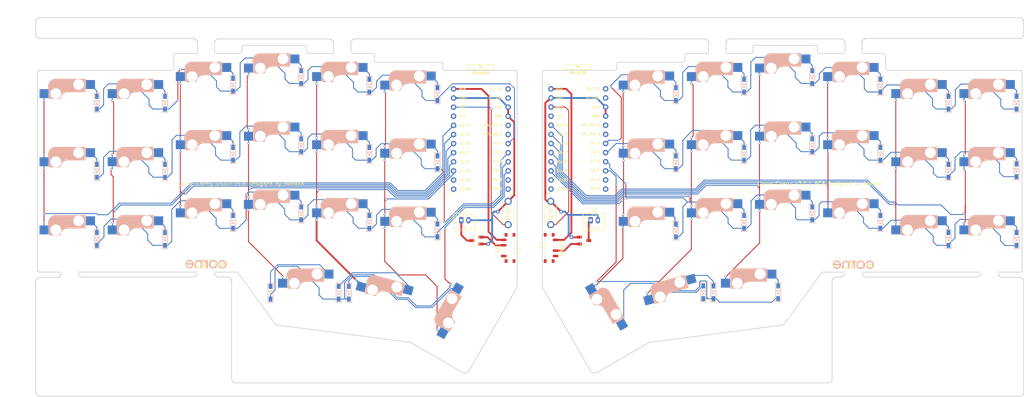
<source format=kicad_pcb>
(kicad_pcb (version 20221018) (generator pcbnew)
  (title_block (title "Corne Cherry") (date "2020-09-28") (rev "3.0.1") (company "foostan"))
  (layers (0 "F.Cu" signal) (31 "B.Cu" signal) (34 "B.Paste" user) (35 "F.Paste" user) (36 "B.SilkS" user "B.Silkscreen") (37 "F.SilkS" user "F.Silkscreen") (38 "B.Mask" user) (39 "F.Mask" user) (44 "Edge.Cuts" user))
  (net 0 "")
  (net 1 "row0")
  (net 2 "row1")
  (net 3 "Net-(D1-A)")
  (net 4 "row2")
  (net 5 "row3")
  (net 6 "Net-(D2-A)")
  (net 7 "Net-(D3-A)")
  (net 8 "Net-(D4-A)")
  (net 9 "Net-(D5-A)")
  (net 10 "Net-(D6-A)")
  (net 11 "GND2")
  (net 12 "Net-(D7-A)")
  (net 13 "Net-(D8-A)")
  (net 14 "Net-(D9-A)")
  (net 15 "Net-(D10-A)")
  (net 16 "Net-(D11-A)")
  (net 17 "VCC")
  (net 18 "col0")
  (net 19 "col1")
  (net 20 "col2")
  (net 21 "col3")
  (net 22 "col4")
  (net 23 "col5")
  (net 24 "Net-(J1-Pin_1)")
  (net 25 "Net-(J2-Pin_1)")
  (net 26 "reset")
  (net 27 "SCL")
  (net 28 "SDA")
  (net 29 "Net-(D12-A)")
  (net 30 "Net-(D13-A)")
  (net 31 "Net-(D14-A)")
  (net 32 "row0_r")
  (net 33 "Net-(D15-A)")
  (net 34 "Net-(D16-A)")
  (net 35 "Net-(D17-A)")
  (net 36 "row1_r")
  (net 37 "Net-(D18-A)")
  (net 38 "Net-(D19-A)")
  (net 39 "Net-(D20-A)")
  (net 40 "Net-(D21-A)")
  (net 41 "row2_r")
  (net 42 "Net-(D22-A)")
  (net 43 "Net-(D23-A)")
  (net 44 "Net-(D24-A)")
  (net 45 "row3_r")
  (net 46 "Net-(D25-A)")
  (net 47 "Net-(PMOS1-S)")
  (net 48 "SDA_r")
  (net 49 "SCL_r")
  (net 50 "Net-(PMOS2-S)")
  (net 51 "reset_r")
  (net 52 "col0_r")
  (net 53 "col1_r")
  (net 54 "col2_r")
  (net 55 "col3_r")
  (net 56 "col4_r")
  (net 57 "col5_r")
  (net 58 "VDD")
  (net 59 "Net-(D26-A)")
  (net 60 "Net-(D27-A)")
  (net 61 "Net-(D28-A)")
  (net 62 "Net-(D29-A)")
  (net 63 "Net-(D30-A)")
  (net 64 "Net-(D31-A)")
  (net 65 "Net-(D32-A)")
  (net 66 "Net-(D33-A)")
  (net 67 "Net-(D34-A)")
  (net 68 "Net-(D35-A)")
  (net 69 "Net-(D36-A)")
  (net 70 "Net-(D37-A)")
  (net 71 "Net-(D38-A)")
  (net 72 "Net-(D39-A)")
  (net 73 "Net-(D40-A)")
  (net 74 "Net-(D41-A)")
  (net 75 "Net-(D42-A)")
  (net 80 "battery+")
  (net 86 "GND1")
  (net 87 "battery+_r")
  (footprint "kbd:ResetSW_1side" (layer "F.Cu") (at 142.4245 66.531 -90)
    (fp_text reference "RSW1" hide)
    (fp_text value "SW_PUSH")
  )
  (footprint "kbd:CherryMX_Hotswap" (layer "F.Cu") (at 39.1075 35.78)
    (fp_text reference "SW5" hide)
    (fp_text value "SW_PUSH" hide)
  )
  (footprint "kbd:CherryMX_Hotswap" (layer "F.Cu") (at 58.1075 31.03)
    (fp_text reference "SW8" hide)
    (fp_text value "SW_PUSH" hide)
  )
  (footprint "kbd:CherryMX_Hotswap" (layer "F.Cu") (at 77.1075 28.655)
    (fp_text reference "SW11" hide)
    (fp_text value "SW_PUSH" hide)
  )
  (footprint "kbd:CherryMX_Hotswap" (layer "F.Cu") (at 96.1075 31.03)
    (fp_text reference "SW15" hide)
    (fp_text value "SW_PUSH" hide)
  )
  (footprint "kbd:CherryMX_Hotswap" (layer "F.Cu") (at 20.1075 54.78)
    (fp_text reference "SW3" hide)
    (fp_text value "SW_PUSH" hide)
  )
  (footprint "kbd:CherryMX_Hotswap" (layer "F.Cu") (at 39.1075 54.78)
    (fp_text reference "SW6" hide)
    (fp_text value "SW_PUSH" hide)
  )
  (footprint "kbd:CherryMX_Hotswap" (layer "F.Cu") (at 58.1075 50.03)
    (fp_text reference "SW9" hide)
    (fp_text value "SW_PUSH" hide)
  )
  (footprint "kbd:CherryMX_Hotswap" (layer "F.Cu") (at 77.1075 47.655)
    (fp_text reference "SW12" hide)
    (fp_text value "SW_PUSH" hide)
  )
  (footprint "kbd:CherryMX_Hotswap" (layer "F.Cu") (at 96.1075 50.03)
    (fp_text reference "SW16" hide)
    (fp_text value "SW_PUSH" hide)
  )
  (footprint "kbd:CherryMX_Hotswap" (layer "F.Cu") (at 115.1075 52.405)
    (fp_text reference "SW20" hide)
    (fp_text value "SW_PUSH" hide)
  )
  (footprint "kbd:CherryMX_Hotswap" (layer "F.Cu") (at 20.1075 73.78)
    (fp_text reference "SW4" hide)
    (fp_text value "SW_PUSH" hide)
  )
  (footprint "kbd:CherryMX_Hotswap" (layer "F.Cu") (at 39.1075 73.78)
    (fp_text reference "SW7" hide)
    (fp_text value "SW_PUSH" hide)
  )
  (footprint "kbd:CherryMX_Hotswap" (layer "F.Cu") (at 58.1075 69.03)
    (fp_text reference "SW10" hide)
    (fp_text value "SW_PUSH" hide)
  )
  (footprint "kbd:CherryMX_Hotswap" (layer "F.Cu") (at 77.1075 66.655)
    (fp_text reference "SW13" hide)
    (fp_text value "SW_PUSH" hide)
  )
  (footprint "kbd:CherryMX_Hotswap" (layer "F.Cu") (at 96.1075 69.03)
    (fp_text reference "SW17" hide)
    (fp_text value "SW_PUSH" hide)
  )
  (footprint "kbd:CherryMX_Hotswap" (layer "F.Cu") (at 115.1075 71.405)
    (fp_text reference "SW21" hide)
    (fp_text value "SW_PUSH" hide)
  )
  (footprint "kbd:CherryMX_Hotswap" (layer "F.Cu") (at 86.6075 88.655)
    (fp_text reference "SW14" hide)
    (fp_text value "SW_PUSH" hide)
  )
  (footprint "kbd:CherryMX_Hotswap" (layer "F.Cu") (at 107.6075 91.405 -15)
    (fp_text reference "SW18" hide)
    (fp_text value "SW_PUSH" hide)
  )
  (footprint "kbd:CherryMX_Hotswap_1.5u" (layer "F.Cu") (at 129.8575 95.155 60)
    (fp_text reference "SW22" hide)
    (fp_text value "SW_PUSH" hide)
  )
  (footprint "kbd:CherryMX_Hotswap_1.5u" (layer "F.Cu") (at 166.8645 95.15 -60)
    (fp_text reference "SW44" hide)
    (fp_text value "SW_PUSH" hide)
  )
  (footprint "kbd:ResetSW_1side" (layer "F.Cu") (at 154.3045 66.522 -90)
    (fp_text reference "RSW2" hide)
    (fp_text value "SW_PUSH")
  )
  (footprint "kbd:CherryMX_Hotswap" (layer "F.Cu") (at 219.6145 66.65)
    (fp_text reference "SW35" hide)
    (fp_text value "SW_PUSH" hide)
  )
  (footprint "kbd:CherryMX_Hotswap" (layer "F.Cu") (at 200.6145 69.025)
    (fp_text reference "SW39" hide)
    (fp_text value "SW_PUSH" hide)
  )
  (footprint "kbd:CherryMX_Hotswap" (layer "F.Cu") (at 181.6145 71.4)
    (fp_text reference "SW43" hide)
    (fp_text value "SW_PUSH" hide)
  )
  (footprint "kbd:CherryMX_Hotswap" (layer "F.Cu") (at 210.1145 88.65)
    (fp_text reference "SW36" hide)
    (fp_text value "SW_PUSH" hide)
  )
  (footprint "kbd:CherryMX_Hotswap" (layer "F.Cu") (at 189.1145 91.4 15)
    (fp_text reference "SW40" hide)
    (fp_text value "SW_PUSH" hide)
  )
  (footprint "kbd:CherryMX_Hotswap" (layer "F.Cu") (at 219.6145 28.65)
    (fp_text reference "SW33" hide)
    (fp_text value "SW_PUSH" hide)
  )
  (footprint "kbd:CherryMX_Hotswap" (layer "F.Cu") (at 200.6145 31.025)
    (fp_text reference "SW37" hide)
    (fp_text value "SW_PUSH" hide)
  )
  (footprint "kbd:CherryMX_Hotswap" (layer "F.Cu") (at 276.6145 54.775)
    (fp_text reference "SW25" hide)
    (fp_text value "SW_PUSH" hide)
  )
  (footprint "kbd:CherryMX_Hotswap" (layer "F.Cu") (at 238.6145 31.025)
    (fp_text reference "SW30" hide)
    (fp_text value "SW_PUSH" hide)
  )
  (footprint "kbd:CherryMX_Hotswap" (layer "F.Cu") (at 257.6145 54.775)
    (fp_text reference "SW28" hide)
    (fp_text value "SW_PUSH" hide)
  )
  (footprint "kbd:CherryMX_Hotswap" (layer "F.Cu") (at 257.6145 73.775)
    (fp_text reference "SW29" hide)
    (fp_text value "SW_PUSH" hide)
  )
  (footprint "kbd:CherryMX_Hotswap" (layer "F.Cu") (at 238.6145 69.025)
    (fp_text reference "SW32" hide)
    (fp_text value "SW_PUSH" hide)
  )
  (footprint "kbd:CherryMX_Hotswap" (layer "F.Cu") (at 276.6145 35.775)
    (fp_text reference "SW24" hide)
    (fp_text value "SW_PUSH" hide)
  )
  (footprint "kbd:CherryMX_Hotswap" (layer "F.Cu") (at 257.6145 35.775)
    (fp_text reference "SW27" hide)
    (fp_text value "SW_PUSH" hide)
  )
  (footprint "kbd:CherryMX_Hotswap" (layer "F.Cu") (at 238.6145 50.025)
    (fp_text reference "SW31" hide)
    (fp_text value "SW_PUSH" hide)
  )
  (footprint "kbd:CherryMX_Hotswap" (layer "F.Cu") (at 219.6145 47.65)
    (fp_text reference "SW34" hide)
    (fp_text value "SW_PUSH" hide)
  )
  (footprint "kbd:CherryMX_Hotswap" (layer "F.Cu") (at 200.6145 50.025)
    (fp_text reference "SW38" hide)
    (fp_text value "SW_PUSH" hide)
  )
  (footprint "kbd:CherryMX_Hotswap" (layer "F.Cu") (at 181.6145 52.4)
    (fp_text reference "SW42" hide)
    (fp_text value "SW_PUSH" hide)
  )
  (footprint "kbd:CherryMX_Hotswap" (layer "F.Cu") (at 276.6145 73.775)
    (fp_text reference "SW26" hide)
    (fp_text value "SW_PUSH" hide)
  )
  (footprint "kbd:CherryMX_Hotswap" (layer "F.Cu") (at 20.1075 35.78)
    (fp_text reference "SW2" hide)
    (fp_text value "SW_PUSH" hide)
  )
  (footprint "kbd:M2_HOLE_v2" (layer "F.Cu") (at 105.5755 41.7655)
    (fp_text reference "Ref**" hide)
    (fp_text value "Val**" hide)
  )
  (footprint "kbd:M2_HOLE_v2" (layer "F.Cu") (at 72.7645 81.5205)
    (fp_text reference "Ref**" hide)
    (fp_text value "Val**" hide)
  )
  (footprint "kbd:M2_HOLE_v2" (layer "F.Cu") (at 119.3305 89.135)
    (fp_text reference "Ref**" hide)
    (fp_text value "Val**" hide)
  )
  (footprint "kbd:M2_HOLE_v2" (layer "F.Cu") (at 127.8695 74.254)
    (fp_text reference "Ref**" hide)
    (fp_text value "Val**" hide)
  )
  (footprint "kbd:M2_HOLE_v2" (layer "F.Cu") (at 142.3015 82.775)
    (fp_text reference "Ref**" hide)
    (fp_text value "Val**" hide)
  )
  (footprint "kbd:M2_HOLE_v2" (layer "F.Cu") (at 177.3895 89.145 180)
    (fp_text reference "Ref**" hide)
    (fp_text value "Val**" hide)
  )
  (footprint "kbd:M2_HOLE_v2" (layer "F.Cu") (at 223.9555 81.5305 180)
    (fp_text reference "Ref**" hide)
    (fp_text value "Val**" hide)
  )
  (footprint "kbd:M2_HOLE_v2" (layer "F.Cu") (at 267.0995 45.2655 180)
    (fp_text reference "Ref**" hide)
    (fp_text value "Val**" hide)
  )
  (footprint "kbd:M2_HOLE_v2" (layer "F.Cu") (at 191.1445 41.7755 180)
    (fp_text reference "Ref**" hide)
    (fp_text value "Val**" hide)
  )
  (footprint "kbd:CherryMX_Hotswap" (layer "F.Cu") (at 115.1075 33.405)
    (fp_text reference "SW19" hide)
    (fp_text value "SW_PUSH" hide)
  )
  (footprint "kbd:CherryMX_Hotswap" (layer "F.Cu") (at 181.6075 33.405)
    (fp_text reference "SW41" hide)
    (fp_text value "SW_PUSH" hide)
  )
  (footprint "kbd:M2_HOLE_v2" (layer "F.Cu") (at 27.5195 54.1395)
    (fp_text reference "Ref**" hide)
    (fp_text value "Val**" hide)
  )
  (footprint "kbd:ProMicro_v3" (layer "F.Cu") (at 134.8125 46.42)
    (fp_text reference "U1" hide)
    (fp_text value "ProMicro" hide)
  )
  (footprint "kbd:ProMicro_v3" (layer "F.Cu") (at 161.9875 46.39)
    (fp_text reference "U2" hide)
    (fp_text value "ProMicro" hide)
  )
  (footprint "kbd:M2_HOLE_v2" (layer "F.Cu") (at 29.6075 45.28)
    (fp_text reference "Ref**" hide)
    (fp_text value "Val**" hide)
  )
  (footprint "kbd:Breakaway_Tabs" (layer "F.Cu") (at 58.23675 21.869)
    (fp_text reference "REF**")
    (fp_text value "Breakaway_Tabs")
  )
  (footprint "kbd:Breakaway_Tabs" (layer "F.Cu") (at 96.2075 21.873)
    (fp_text reference "REF**")
    (fp_text value "Breakaway_Tabs")
  )
  (footprint "kbd:Breakaway_Tabs" (layer "F.Cu") (at 20.1625 83.176)
    (fp_text reference "REF**")
    (fp_text value "Breakaway_Tabs")
  )
  (footprint "kbd:Breakaway_Tabs" (layer "F.Cu") (at 58.1235 83.178)
    (fp_text reference "REF**")
    (fp_text value "Breakaway_Tabs")
  )
  (footprint "kbd:corne-logo-horizontal" (layer "F.Cu") (at 58.2675 80.89)
    (fp_text reference "G***" hide)
    (fp_text value "LOGO" hide)
  )
  (footprint "kbd:corne-logo-horizontal" (layer "F.Cu") (at 238.7775 81.04)
    (fp_text reference "G***" hide)
    (fp_text value "LOGO" hide)
  )
  (footprint "Connector_JST:JST_PH_B2B-PH-K_1x02_P2.00mm_Vertical" (layer "F.Cu") (at 129.3595 68.552)
    (fp_text reference "J1")
    (fp_text value "Conn_01x02" hide)
  )
  (footprint "corne-wireless-fp:SOT-23F" (layer "F.Cu") (at 133.5775 74.22 90)
    (fp_text reference "PMOS1" hide)
    (fp_text value "SSM3J328R")
  )
  (footprint "Connector_JST:JST_PH_B2B-PH-K_1x02_P2.00mm_Vertical" (layer "F.Cu") (at 165.4275 68.552)
    (fp_text reference "J2")
    (fp_text value "Conn_01x02")
  )
  (footprint "Button_Switch_SMD:SW_SPDT_PCM12" (layer "F.Cu") (at 142.6295 76.28 90)
    (fp_text reference "SW1")
    (fp_text value "SW_SPDT")
  )
  (footprint "Button_Switch_SMD:SW_SPDT_PCM12" (layer "F.Cu") (at 154.2015 76.28 -90)
    (fp_text reference "SW23")
    (fp_text value "SW_SPDT")
  )
  (footprint "corne-wireless-fp:SOT-23F" (layer "F.Cu") (at 163.5875 74.22 -90)
    (fp_text reference "PMOS2" hide)
    (fp_text value "SSM3J328R")
  )
  (footprint "kbd:D3_SMD_v2" (layer "B.Cu") (at 27.7345 35.776875 90)
    (fp_text reference "D1" hide)
    (fp_text value "D" hide)
  )
  (footprint "kbd:D3_SMD_v2" (layer "B.Cu") (at 46.7345 35.78 90)
    (fp_text reference "D4" hide)
    (fp_text value "D" hide)
  )
  (footprint "kbd:D3_SMD_v2" (layer "B.Cu") (at 65.7075 30.78 90)
    (fp_text reference "D7" hide)
    (fp_text value "D" hide)
  )
  (footprint "kbd:D3_SMD_v2" (layer "B.Cu") (at 84.7075 28.655 90)
    (fp_text reference "D10" hide)
    (fp_text value "D" hide)
  )
  (footprint "kbd:D3_SMD_v2" (layer "B.Cu") (at 103.7075 31.03 90)
    (fp_text reference "D14" hide)
    (fp_text value "D" hide)
  )
  (footprint "kbd:D3_SMD_v2" (layer "B.Cu") (at 122.7075 33.405 90)
    (fp_text reference "D18" hide)
    (fp_text value "D" hide)
  )
  (footprint "kbd:D3_SMD_v2" (layer "B.Cu") (at 27.7345 54.776875 90)
    (fp_text reference "D2" hide)
    (fp_text value "D" hide)
  )
  (footprint "kbd:D3_SMD_v2" (layer "B.Cu") (at 46.7345 54.78 90)
    (fp_text reference "D5" hide)
    (fp_text value "D" hide)
  )
  (footprint "kbd:D3_SMD_v2" (layer "B.Cu") (at 65.7075 50.03 90)
    (fp_text reference "D8" hide)
    (fp_text value "D" hide)
  )
  (footprint "kbd:D3_SMD_v2" (layer "B.Cu") (at 84.7075 47.655 90)
    (fp_text reference "D11" hide)
    (fp_text value "D" hide)
  )
  (footprint "kbd:D3_SMD_v2" (layer "B.Cu") (at 103.7075 50.03 90)
    (fp_text reference "D15" hide)
    (fp_text value "D" hide)
  )
  (footprint "kbd:D3_SMD_v2" (layer "B.Cu") (at 122.7075 52.405 90)
    (fp_text reference "D19" hide)
    (fp_text value "D" hide)
  )
  (footprint "kbd:D3_SMD_v2" (layer "B.Cu") (at 27.7345 73.776875 90)
    (fp_text reference "D3" hide)
    (fp_text value "D" hide)
  )
  (footprint "kbd:D3_SMD_v2" (layer "B.Cu") (at 46.7345 73.78 90)
    (fp_text reference "D6" hide)
    (fp_text value "D" hide)
  )
  (footprint "kbd:D3_SMD_v2" (layer "B.Cu") (at 65.7075 69.03 90)
    (fp_text reference "D9" hide)
    (fp_text value "D" hide)
  )
  (footprint "kbd:D3_SMD_v2" (layer "B.Cu") (at 84.7075 66.655 90)
    (fp_text reference "D12" hide)
    (fp_text value "D" hide)
  )
  (footprint "kbd:D3_SMD_v2" (layer "B.Cu") (at 103.7075 69.03 90)
    (fp_text reference "D16" hide)
    (fp_text value "D" hide)
  )
  (footprint "kbd:D3_SMD_v2" (layer "B.Cu") (at 122.7075 71.405 90)
    (fp_text reference "D20" hide)
    (fp_text value "D" hide)
  )
  (footprint "kbd:D3_SMD_v2" (layer "B.Cu") (at 76.1575 88.77 90)
    (fp_text reference "D13" hide)
    (fp_text value "D" hide)
  )
  (footprint "kbd:D3_SMD_v2" (layer "B.Cu") (at 95.1645 88.765 90)
    (fp_text reference "D17" hide)
    (fp_text value "D" hide)
  )
  (footprint "kbd:D3_SMD_v2" (layer "B.Cu") (at 98.0075 88.765 90)
    (fp_text reference "D21" hide)
    (fp_text value "D" hide)
  )
  (footprint "kbd:D3_SMD_v2" (layer "B.Cu") (at 265.2145 35.775 90)
    (fp_text reference "D25" hide)
    (fp_text value "D" hide)
  )
  (footprint "kbd:D3_SMD_v2" (layer "B.Cu") (at 246.2145 31.025 90)
    (fp_text reference "D28" hide)
    (fp_text value "D" hide)
  )
  (footprint "kbd:D3_SMD_v2" (layer "B.Cu") (at 227.2145 28.65 90)
    (fp_text reference "D31" hide)
    (fp_text value "D" hide)
  )
  (footprint "kbd:D3_SMD_v2" (layer "B.Cu") (at 189.2075 33.405 90)
    (fp_text reference "D39" hide)
    (fp_text value "D" hide)
  )
  (footprint "kbd:D3_SMD_v2" (layer "B.Cu") (at 284.2145 54.625 90)
    (fp_text reference "D23" hide)
    (fp_text value "D" hide)
  )
  (footprint "kbd:D3_SMD_v2" (layer "B.Cu") (at 265.2145 54.775 90)
    (fp_text reference "D26" hide)
    (fp_text value "D" hide)
  )
  (footprint "kbd:D3_SMD_v2" (layer "B.Cu") (at 246.2145 50.025 90)
    (fp_text reference "D29" hide)
    (fp_text value "D" hide)
  )
  (footprint "kbd:D3_SMD_v2" (layer "B.Cu") (at 227.2145 47.65 90)
    (fp_text reference "D32" hide)
    (fp_text value "D" hide)
  )
  (footprint "kbd:D3_SMD_v2" (layer "B.Cu") (at 208.2145 50.025 90)
    (fp_text reference "D36" hide)
    (fp_text value "D" hide)
  )
  (footprint "kbd:D3_SMD_v2" (layer "B.Cu") (at 189.2075 52.405 90)
    (fp_text reference "D40" hide)
    (fp_text value "D" hide)
  )
  (footprint "kbd:D3_SMD_v2" (layer "B.Cu") (at 284.2145 73.775 90)
    (fp_text reference "D24" hide)
    (fp_text value "D" hide)
  )
  (footprint "kbd:D3_SMD_v2" (layer "B.Cu") (at 265.2145 73.775 90)
    (fp_text reference "D27" hide)
    (fp_text value "D" hide)
  )
  (footprint "kbd:D3_SMD_v2" (layer "B.Cu") (at 246.2145 69.025 90)
    (fp_text reference "D30" hide)
    (fp_text value "D" hide)
  )
  (footprint "kbd:D3_SMD_v2" (layer "B.Cu") (at 227.2145 66.65 90)
    (fp_text reference "D33" hide)
    (fp_text value "D" hide)
  )
  (footprint "kbd:D3_SMD_v2" (layer "B.Cu") (at 208.2145 69.025 90)
    (fp_text reference "D37" hide)
    (fp_text value "D" hide)
  )
  (footprint "kbd:D3_SMD_v2" (layer "B.Cu") (at 189.2075 71.405 90)
    (fp_text reference "D41" hide)
    (fp_text value "D" hide)
  )
  (footprint "kbd:D3_SMD_v2" (layer "B.Cu") (at 217.7145 88.635 90)
    (fp_text reference "D34" hide)
    (fp_text value "D" hide)
  )
  (footprint "kbd:D3_SMD_v2" (layer "B.Cu") (at 199.6645 88.65 90)
    (fp_text reference "D38" hide)
    (fp_text value "D" hide)
  )
  (footprint "kbd:D3_SMD_v2" (layer "B.Cu") (at 196.8145 88.65 90)
    (fp_text reference "D42" hide)
    (fp_text value "D" hide)
  )
  (footprint "kbd:D3_SMD_v2" (layer "B.Cu") (at 284.2145 35.775 90)
    (fp_text reference "D22" hide)
    (fp_text value "D" hide)
  )
  (footprint "kbd:D3_SMD_v2" (layer "B.Cu") (at 208.2145 31.025 90)
    (fp_text reference "D35" hide)
    (fp_text value "D" hide)
  )
  (footprint "kbd:M2_HOLE_v2" (layer "B.Cu") (at 154.4185 82.785 180)
    (fp_text reference "Ref**" hide)
    (fp_text value "Val**" hide)
  )
  (footprint "kbd:M2_HOLE_v2" (layer "B.Cu") (at 269.1875 54.125 180)
    (fp_text reference "Ref**" hide)
    (fp_text value "Val**" hide)
  )
  (footprint "kbd:M2_HOLE_v2" (layer "B.Cu") (at 168.8505 74.264 180)
    (fp_text reference "Ref**" hide)
    (fp_text value "Val**" hide)
  )
  (footprint "kbd:Breakaway_Tabs" (layer "B.Cu") (at 276.6555 83.183 180)
    (fp_text reference "REF**")
    (fp_text value "Breakaway_Tabs")
  )
  (footprint "kbd:Breakaway_Tabs" (layer "B.Cu") (at 200.7375 21.885 180)
    (fp_text reference "REF**")
    (fp_text value "Breakaway_Tabs")
  )
  (footprint "kbd:Breakaway_Tabs" (layer "B.Cu") (at 238.6495 21.87 180)
    (fp_text reference "REF**")
    (fp_text value "Breakaway_Tabs")
  )
  (footprint "kbd:Breakaway_Tabs" (layer "B.Cu") (at 238.7415 83.193 180)
    (fp_text reference "REF**")
    (fp_text value "Breakaway_Tabs")
  )
  (footprint "kbd:corne-logo-horizontal" (layer "B.Cu") (at 58.0375 80.89 180)
    (fp_text reference "G***" hide)
    (fp_text value "LOGO" hide)
  )
  (footprint "kbd:corne-logo-horizontal" (layer "B.Cu") (at 238.5675 81.04 180)
    (fp_text reference "G***" hide)
    (fp_text value "LOGO" hide)
  )
  (gr_line (start 17.8075 83.020309) (end 17.8125 83.25) (stroke (width 0.2)) (layer "Edge.Cuts"))
  (gr_line (start 17.8125 83.25) (end 17.8123 83.252) (stroke (width 0.2)) (layer "Edge.Cuts"))
  (gr_line (start 17.8123 83.252) (end 17.8123 83.252) (stroke (width 0.2)) (layer "Edge.Cuts"))
  (gr_line (start 17.8123 83.252) (end 17.7896 83.483) (stroke (width 0.2)) (layer "Edge.Cuts"))
  (gr_line (start 17.7896 83.483) (end 17.7896 83.483) (stroke (width 0.2)) (layer "Edge.Cuts"))
  (gr_line (start 17.7896 83.483) (end 17.7896 83.483) (stroke (width 0.2)) (layer "Edge.Cuts"))
  (gr_line (start 17.7896 83.483) (end 17.7896 83.484) (stroke (width 0.2)) (layer "Edge.Cuts"))
  (gr_line (start 17.7896 83.484) (end 17.7886 83.488) (stroke (width 0.2)) (layer "Edge.Cuts"))
  (gr_line (start 17.7886 83.488) (end 17.7877 83.493) (stroke (width 0.2)) (layer "Edge.Cuts"))
  (gr_line (start 17.7877 83.493) (end 17.7208 83.714) (stroke (width 0.2)) (layer "Edge.Cuts"))
  (gr_line (start 17.7208 83.714) (end 17.7206 83.715) (stroke (width 0.2)) (layer "Edge.Cuts"))
  (gr_line (start 17.7206 83.715) (end 17.7188 83.719) (stroke (width 0.2)) (layer "Edge.Cuts"))
  (gr_line (start 17.7188 83.719) (end 17.717 83.724) (stroke (width 0.2)) (layer "Edge.Cuts"))
  (gr_line (start 17.717 83.724) (end 17.6082 83.928) (stroke (width 0.2)) (layer "Edge.Cuts"))
  (gr_line (start 17.6082 83.928) (end 17.6079 83.929) (stroke (width 0.2)) (layer "Edge.Cuts"))
  (gr_line (start 17.6079 83.929) (end 17.6054 83.932) (stroke (width 0.2)) (layer "Edge.Cuts"))
  (gr_line (start 17.6054 83.932) (end 17.6028 83.936) (stroke (width 0.2)) (layer "Edge.Cuts"))
  (gr_line (start 17.6028 83.936) (end 17.4564 84.116) (stroke (width 0.2)) (layer "Edge.Cuts"))
  (gr_line (start 17.4564 84.116) (end 17.4564 84.116) (stroke (width 0.2)) (layer "Edge.Cuts"))
  (gr_line (start 17.4564 84.116) (end 17.4564 84.116) (stroke (width 0.2)) (layer "Edge.Cuts"))
  (gr_line (start 17.4564 84.116) (end 17.4559 84.116) (stroke (width 0.2)) (layer "Edge.Cuts"))
  (gr_line (start 17.4559 84.116) (end 17.4527 84.12) (stroke (width 0.2)) (layer "Edge.Cuts"))
  (gr_line (start 17.4527 84.12) (end 17.4495 84.123) (stroke (width 0.2)) (layer "Edge.Cuts"))
  (gr_line (start 17.4495 84.123) (end 17.2709 84.271) (stroke (width 0.2)) (layer "Edge.Cuts"))
  (gr_line (start 17.2709 84.271) (end 17.2704 84.271) (stroke (width 0.2)) (layer "Edge.Cuts"))
  (gr_line (start 17.2704 84.271) (end 17.2666 84.273) (stroke (width 0.2)) (layer "Edge.Cuts"))
  (gr_line (start 17.2666 84.273) (end 17.2628 84.276) (stroke (width 0.2)) (layer "Edge.Cuts"))
  (gr_line (start 17.2628 84.276) (end 17.059 84.386) (stroke (width 0.2)) (layer "Edge.Cuts"))
  (gr_line (start 17.059 84.386) (end 17.059 84.386) (stroke (width 0.2)) (layer "Edge.Cuts"))
  (gr_line (start 17.059 84.386) (end 17.059 84.386) (stroke (width 0.2)) (layer "Edge.Cuts"))
  (gr_line (start 17.059 84.386) (end 17.0583 84.387) (stroke (width 0.2)) (layer "Edge.Cuts"))
  (gr_line (start 17.0583 84.387) (end 17.0542 84.388) (stroke (width 0.2)) (layer "Edge.Cuts"))
  (gr_line (start 17.0542 84.388) (end 17.05 84.39) (stroke (width 0.2)) (layer "Edge.Cuts"))
  (gr_line (start 17.05 84.39) (end 16.8286 84.459) (stroke (width 0.2)) (layer "Edge.Cuts"))
  (gr_line (start 16.8286 84.459) (end 16.8279 84.459) (stroke (width 0.2)) (layer "Edge.Cuts"))
  (gr_line (start 16.8279 84.459) (end 16.8235 84.46) (stroke (width 0.2)) (layer "Edge.Cuts"))
  (gr_line (start 16.8235 84.46) (end 16.819 84.46) (stroke (width 0.2)) (layer "Edge.Cuts"))
  (gr_line (start 16.819 84.46) (end 16.5885 84.485) (stroke (width 0.2)) (layer "Edge.Cuts"))
  (gr_line (start 16.5885 84.485) (end 16.5878 84.485) (stroke (width 0.2)) (layer "Edge.Cuts"))
  (gr_line (start 16.5878 84.485) (end 16.5856 84.485) (stroke (width 0.2)) (layer "Edge.Cuts"))
  (gr_line (start 16.5856 84.485) (end 16.5835 84.485) (stroke (width 0.2)) (layer "Edge.Cuts"))
  (gr_line (start 16.5835 84.485) (end 16.5775 84.485) (stroke (width 0.2)) (layer "Edge.Cuts"))
  (gr_line (start 16.5775 84.485) (end 16.5774 84.485) (stroke (width 0.2)) (layer "Edge.Cuts"))
  (gr_line (start 16.5774 84.485) (end 11.8252 84.485) (stroke (width 0.2)) (layer "Edge.Cuts"))
  (gr_line (start 11.8252 84.485) (end 11.8194 84.485) (stroke (width 0.2)) (layer "Edge.Cuts"))
  (gr_line (start 11.8194 84.485) (end 11.5963 84.508) (stroke (width 0.2)) (layer "Edge.Cuts"))
  (gr_line (start 11.5963 84.508) (end 11.3843 84.574) (stroke (width 0.2)) (layer "Edge.Cuts"))
  (gr_line (start 11.3843 84.574) (end 11.1891 84.68) (stroke (width 0.2)) (layer "Edge.Cuts"))
  (gr_line (start 11.1891 84.68) (end 11.018 84.821) (stroke (width 0.2)) (layer "Edge.Cuts"))
  (gr_line (start 11.018 84.821) (end 10.8778 84.993) (stroke (width 0.2)) (layer "Edge.Cuts"))
  (gr_line (start 10.8778 84.993) (end 10.7736 85.189) (stroke (width 0.2)) (layer "Edge.Cuts"))
  (gr_line (start 10.7736 85.189) (end 10.7094 85.402) (stroke (width 0.2)) (layer "Edge.Cuts"))
  (gr_line (start 10.7094 85.402) (end 10.6875 85.625) (stroke (width 0.2)) (layer "Edge.Cuts"))
  (gr_line (start 10.6875 116.497) (end 10.6875 116.503) (stroke (width 0.2)) (layer "Edge.Cuts"))
  (gr_line (start 10.6875 116.503) (end 10.711 116.726) (stroke (width 0.2)) (layer "Edge.Cuts"))
  (gr_line (start 10.711 116.726) (end 10.7766 116.938) (stroke (width 0.2)) (layer "Edge.Cuts"))
  (gr_line (start 10.7766 116.938) (end 10.8822 117.133) (stroke (width 0.2)) (layer "Edge.Cuts"))
  (gr_line (start 10.8822 117.133) (end 11.0236 117.304) (stroke (width 0.2)) (layer "Edge.Cuts"))
  (gr_line (start 11.0236 117.304) (end 11.1957 117.445) (stroke (width 0.2)) (layer "Edge.Cuts"))
  (gr_line (start 11.1957 117.445) (end 11.3916 117.549) (stroke (width 0.2)) (layer "Edge.Cuts"))
  (gr_line (start 11.3916 117.549) (end 11.6041 117.613) (stroke (width 0.2)) (layer "Edge.Cuts"))
  (gr_line (start 11.6041 117.613) (end 11.8274 117.635) (stroke (width 0.2)) (layer "Edge.Cuts"))
  (gr_line (start 11.8274 117.635) (end 285.0575 117.626) (stroke (width 0.2)) (layer "Edge.Cuts"))
  (gr_line (start 285.0555 12.0385) (end 11.8252 12.0475) (stroke (width 0.2)) (layer "Edge.Cuts"))
  (gr_line (start 11.8252 12.0475) (end 11.8194 12.0475) (stroke (width 0.2)) (layer "Edge.Cuts"))
  (gr_line (start 11.8194 12.0475) (end 11.5963 12.071) (stroke (width 0.2)) (layer "Edge.Cuts"))
  (gr_line (start 11.5963 12.071) (end 11.3843 12.1366) (stroke (width 0.2)) (layer "Edge.Cuts"))
  (gr_line (start 11.3843 12.1366) (end 11.1891 12.2422) (stroke (width 0.2)) (layer "Edge.Cuts"))
  (gr_line (start 11.1891 12.2422) (end 11.018 12.3837) (stroke (width 0.2)) (layer "Edge.Cuts"))
  (gr_line (start 11.018 12.3837) (end 10.8778 12.5557) (stroke (width 0.2)) (layer "Edge.Cuts"))
  (gr_line (start 10.8778 12.5557) (end 10.7736 12.7516) (stroke (width 0.2)) (layer "Edge.Cuts"))
  (gr_line (start 10.7736 12.7516) (end 10.7094 12.9641) (stroke (width 0.2)) (layer "Edge.Cuts"))
  (gr_line (start 10.7094 12.9641) (end 10.6875 13.1875) (stroke (width 0.2)) (layer "Edge.Cuts"))
  (gr_line (start 10.6875 13.1875) (end 10.6875 16.7473) (stroke (width 0.2)) (layer "Edge.Cuts"))
  (gr_line (start 10.6875 16.7473) (end 10.6875 16.7531) (stroke (width 0.2)) (layer "Edge.Cuts"))
  (gr_line (start 10.6875 16.7531) (end 10.711 16.9762) (stroke (width 0.2)) (layer "Edge.Cuts"))
  (gr_line (start 10.711 16.9762) (end 10.7766 17.1882) (stroke (width 0.2)) (layer "Edge.Cuts"))
  (gr_line (start 10.7766 17.1882) (end 10.8822 17.3835) (stroke (width 0.2)) (layer "Edge.Cuts"))
  (gr_line (start 10.8822 17.3835) (end 11.0236 17.5545) (stroke (width 0.2)) (layer "Edge.Cuts"))
  (gr_line (start 11.0236 17.5545) (end 11.1957 17.6948) (stroke (width 0.2)) (layer "Edge.Cuts"))
  (gr_line (start 11.1957 17.6948) (end 11.3916 17.799) (stroke (width 0.2)) (layer "Edge.Cuts"))
  (gr_line (start 11.3916 17.799) (end 11.6041 17.8631) (stroke (width 0.2)) (layer "Edge.Cuts"))
  (gr_line (start 11.6041 17.8631) (end 11.8274 17.885) (stroke (width 0.2)) (layer "Edge.Cuts"))
  (gr_line (start 11.8274 17.885) (end 54.5774 17.885) (stroke (width 0.2)) (layer "Edge.Cuts"))
  (gr_line (start 54.5774 17.885) (end 54.5799 17.8853) (stroke (width 0.2)) (layer "Edge.Cuts"))
  (gr_line (start 54.5799 17.8853) (end 54.5799 17.8853) (stroke (width 0.2)) (layer "Edge.Cuts"))
  (gr_line (start 54.5799 17.8853) (end 54.8105 17.9079) (stroke (width 0.2)) (layer "Edge.Cuts"))
  (gr_line (start 54.8105 17.9079) (end 54.8105 17.9079) (stroke (width 0.2)) (layer "Edge.Cuts"))
  (gr_line (start 54.8105 17.9079) (end 54.8105 17.9079) (stroke (width 0.2)) (layer "Edge.Cuts"))
  (gr_line (start 54.8105 17.9079) (end 54.8112 17.9079) (stroke (width 0.2)) (layer "Edge.Cuts"))
  (gr_line (start 54.8112 17.9079) (end 54.8156 17.9089) (stroke (width 0.2)) (layer "Edge.Cuts"))
  (gr_line (start 54.8156 17.9089) (end 54.8201 17.9098) (stroke (width 0.2)) (layer "Edge.Cuts"))
  (gr_line (start 54.8201 17.9098) (end 55.042 17.9768) (stroke (width 0.2)) (layer "Edge.Cuts"))
  (gr_line (start 55.042 17.9768) (end 55.0426 17.977) (stroke (width 0.2)) (layer "Edge.Cuts"))
  (gr_line (start 55.0426 17.977) (end 55.0468 17.9787) (stroke (width 0.2)) (layer "Edge.Cuts"))
  (gr_line (start 55.0468 17.9787) (end 55.051 17.9805) (stroke (width 0.2)) (layer "Edge.Cuts"))
  (gr_line (start 55.051 17.9805) (end 55.2556 18.0893) (stroke (width 0.2)) (layer "Edge.Cuts"))
  (gr_line (start 55.2556 18.0893) (end 55.2556 18.0893) (stroke (width 0.2)) (layer "Edge.Cuts"))
  (gr_line (start 55.2556 18.0893) (end 55.2556 18.0893) (stroke (width 0.2)) (layer "Edge.Cuts"))
  (gr_line (start 55.2556 18.0893) (end 55.2562 18.0896) (stroke (width 0.2)) (layer "Edge.Cuts"))
  (gr_line (start 55.2562 18.0896) (end 55.26 18.0922) (stroke (width 0.2)) (layer "Edge.Cuts"))
  (gr_line (start 55.26 18.0922) (end 55.2638 18.0947) (stroke (width 0.2)) (layer "Edge.Cuts"))
  (gr_line (start 55.2638 18.0947) (end 55.4434 18.2412) (stroke (width 0.2)) (layer "Edge.Cuts"))
  (gr_line (start 55.4434 18.2412) (end 55.4439 18.2416) (stroke (width 0.2)) (layer "Edge.Cuts"))
  (gr_line (start 55.4439 18.2416) (end 55.447 18.2448) (stroke (width 0.2)) (layer "Edge.Cuts"))
  (gr_line (start 55.447 18.2448) (end 55.4503 18.248) (stroke (width 0.2)) (layer "Edge.Cuts"))
  (gr_line (start 55.4503 18.248) (end 55.598 18.4266) (stroke (width 0.2)) (layer "Edge.Cuts"))
  (gr_line (start 55.598 18.4266) (end 55.5984 18.4271) (stroke (width 0.2)) (layer "Edge.Cuts"))
  (gr_line (start 55.5984 18.4271) (end 55.6009 18.4309) (stroke (width 0.2)) (layer "Edge.Cuts"))
  (gr_line (start 55.6009 18.4309) (end 55.6035 18.4347) (stroke (width 0.2)) (layer "Edge.Cuts"))
  (gr_line (start 55.6035 18.4347) (end 55.7137 18.6386) (stroke (width 0.2)) (layer "Edge.Cuts"))
  (gr_line (start 55.7137 18.6386) (end 55.7137 18.6386) (stroke (width 0.2)) (layer "Edge.Cuts"))
  (gr_line (start 55.7137 18.6386) (end 55.7137 18.6386) (stroke (width 0.2)) (layer "Edge.Cuts"))
  (gr_line (start 55.7137 18.6386) (end 55.714 18.6392) (stroke (width 0.2)) (layer "Edge.Cuts"))
  (gr_line (start 55.714 18.6392) (end 55.7157 18.6434) (stroke (width 0.2)) (layer "Edge.Cuts"))
  (gr_line (start 55.7157 18.6434) (end 55.7175 18.6476) (stroke (width 0.2)) (layer "Edge.Cuts"))
  (gr_line (start 55.7175 18.6476) (end 55.786 18.869) (stroke (width 0.2)) (layer "Edge.Cuts"))
  (gr_line (start 60.5575 83.021073) (end 60.5625 83.247) (stroke (width 0.2)) (layer "Edge.Cuts"))
  (gr_line (start 60.5625 83.247) (end 60.5625 83.253) (stroke (width 0.2)) (layer "Edge.Cuts"))
  (gr_line (start 60.5625 83.253) (end 60.586 83.476) (stroke (width 0.2)) (layer "Edge.Cuts"))
  (gr_line (start 60.586 83.476) (end 60.6516 83.688) (stroke (width 0.2)) (layer "Edge.Cuts"))
  (gr_line (start 60.6516 83.688) (end 60.7572 83.883) (stroke (width 0.2)) (layer "Edge.Cuts"))
  (gr_line (start 60.7572 83.883) (end 60.8986 84.054) (stroke (width 0.2)) (layer "Edge.Cuts"))
  (gr_line (start 60.8986 84.054) (end 61.0707 84.195) (stroke (width 0.2)) (layer "Edge.Cuts"))
  (gr_line (start 61.0707 84.195) (end 61.2666 84.299) (stroke (width 0.2)) (layer "Edge.Cuts"))
  (gr_line (start 61.2666 84.299) (end 61.4791 84.363) (stroke (width 0.2)) (layer "Edge.Cuts"))
  (gr_line (start 61.4791 84.363) (end 61.7024 84.385) (stroke (width 0.2)) (layer "Edge.Cuts"))
  (gr_line (start 61.7024 84.385) (end 64.0774 84.385) (stroke (width 0.2)) (layer "Edge.Cuts"))
  (gr_line (start 64.0774 84.385) (end 64.0799 84.385) (stroke (width 0.2)) (layer "Edge.Cuts"))
  (gr_line (start 64.0799 84.385) (end 64.0799 84.385) (stroke (width 0.2)) (layer "Edge.Cuts"))
  (gr_line (start 64.0799 84.385) (end 64.3105 84.408) (stroke (width 0.2)) (layer "Edge.Cuts"))
  (gr_line (start 64.3105 84.408) (end 64.3105 84.408) (stroke (width 0.2)) (layer "Edge.Cuts"))
  (gr_line (start 64.3105 84.408) (end 64.3105 84.408) (stroke (width 0.2)) (layer "Edge.Cuts"))
  (gr_line (start 64.3105 84.408) (end 64.3112 84.408) (stroke (width 0.2)) (layer "Edge.Cuts"))
  (gr_line (start 64.3112 84.408) (end 64.3156 84.409) (stroke (width 0.2)) (layer "Edge.Cuts"))
  (gr_line (start 64.3156 84.409) (end 64.3201 84.41) (stroke (width 0.2)) (layer "Edge.Cuts"))
  (gr_line (start 64.3201 84.41) (end 64.542 84.477) (stroke (width 0.2)) (layer "Edge.Cuts"))
  (gr_line (start 64.542 84.477) (end 64.542599 84.477) (stroke (width 0.2)) (layer "Edge.Cuts"))
  (gr_line (start 64.542599 84.477) (end 64.5468 84.479) (stroke (width 0.2)) (layer "Edge.Cuts"))
  (gr_line (start 64.5468 84.479) (end 64.551 84.48) (stroke (width 0.2)) (layer "Edge.Cuts"))
  (gr_line (start 64.551 84.48) (end 64.7556 84.589) (stroke (width 0.2)) (layer "Edge.Cuts"))
  (gr_line (start 64.7556 84.589) (end 64.7556 84.589) (stroke (width 0.2)) (layer "Edge.Cuts"))
  (gr_line (start 64.7556 84.589) (end 64.7556 84.589) (stroke (width 0.2)) (layer "Edge.Cuts"))
  (gr_line (start 64.7556 84.589) (end 64.756199 84.59) (stroke (width 0.2)) (layer "Edge.Cuts"))
  (gr_line (start 64.756199 84.59) (end 64.759999 84.592) (stroke (width 0.2)) (layer "Edge.Cuts"))
  (gr_line (start 64.759999 84.592) (end 64.7638 84.595) (stroke (width 0.2)) (layer "Edge.Cuts"))
  (gr_line (start 64.7638 84.595) (end 64.9434 84.741) (stroke (width 0.2)) (layer "Edge.Cuts"))
  (gr_line (start 64.9434 84.741) (end 64.9439 84.742) (stroke (width 0.2)) (layer "Edge.Cuts"))
  (gr_line (start 64.9439 84.742) (end 64.947 84.745) (stroke (width 0.2)) (layer "Edge.Cuts"))
  (gr_line (start 64.947 84.745) (end 64.9503 84.748) (stroke (width 0.2)) (layer "Edge.Cuts"))
  (gr_line (start 64.9503 84.748) (end 65.098 84.927) (stroke (width 0.2)) (layer "Edge.Cuts"))
  (gr_line (start 65.098 84.927) (end 65.0984 84.927) (stroke (width 0.2)) (layer "Edge.Cuts"))
  (gr_line (start 65.0984 84.927) (end 65.1009 84.931) (stroke (width 0.2)) (layer "Edge.Cuts"))
  (gr_line (start 65.1009 84.931) (end 65.1035 84.935) (stroke (width 0.2)) (layer "Edge.Cuts"))
  (gr_line (start 65.1035 84.935) (end 65.2137 85.139) (stroke (width 0.2)) (layer "Edge.Cuts"))
  (gr_line (start 65.2137 85.139) (end 65.2137 85.139) (stroke (width 0.2)) (layer "Edge.Cuts"))
  (gr_line (start 65.2137 85.139) (end 65.2137 85.139) (stroke (width 0.2)) (layer "Edge.Cuts"))
  (gr_line (start 65.2137 85.139) (end 65.214 85.139) (stroke (width 0.2)) (layer "Edge.Cuts"))
  (gr_line (start 65.214 85.139) (end 65.2157 85.143) (stroke (width 0.2)) (layer "Edge.Cuts"))
  (gr_line (start 65.2157 85.143) (end 65.2175 85.148) (stroke (width 0.2)) (layer "Edge.Cuts"))
  (gr_line (start 65.2175 85.148) (end 65.286 85.369) (stroke (width 0.2)) (layer "Edge.Cuts"))
  (gr_line (start 65.286 85.369) (end 65.2862 85.37) (stroke (width 0.2)) (layer "Edge.Cuts"))
  (gr_line (start 65.2862 85.37) (end 65.2871 85.374) (stroke (width 0.2)) (layer "Edge.Cuts"))
  (gr_line (start 65.2871 85.374) (end 65.288 85.379) (stroke (width 0.2)) (layer "Edge.Cuts"))
  (gr_line (start 65.288 85.379) (end 65.3122 85.609) (stroke (width 0.2)) (layer "Edge.Cuts"))
  (gr_line (start 65.3122 85.609) (end 65.3123 85.61) (stroke (width 0.2)) (layer "Edge.Cuts"))
  (gr_line (start 65.3123 85.61) (end 65.3122 85.612) (stroke (width 0.2)) (layer "Edge.Cuts"))
  (gr_line (start 65.3122 85.612) (end 65.3125 85.614) (stroke (width 0.2)) (layer "Edge.Cuts"))
  (gr_line (start 65.3125 85.614) (end 65.3125 85.62) (stroke (width 0.2)) (layer "Edge.Cuts"))
  (gr_line (start 65.3125 85.62) (end 65.3125 85.62) (stroke (width 0.2)) (layer "Edge.Cuts"))
  (gr_line (start 65.3125 85.62) (end 65.3125 112.797) (stroke (width 0.2)) (layer "Edge.Cuts"))
  (gr_line (start 65.3125 112.797) (end 65.3125 112.803) (stroke (width 0.2)) (layer "Edge.Cuts"))
  (gr_line (start 65.3125 112.803) (end 65.336 113.026) (stroke (width 0.2)) (layer "Edge.Cuts"))
  (gr_line (start 65.336 113.026) (end 65.4016 113.238) (stroke (width 0.2)) (layer "Edge.Cuts"))
  (gr_line (start 65.4016 113.238) (end 65.5072 113.433) (stroke (width 0.2)) (layer "Edge.Cuts"))
  (gr_line (start 65.5072 113.433) (end 65.6486 113.604) (stroke (width 0.2)) (layer "Edge.Cuts"))
  (gr_line (start 65.6486 113.604) (end 65.8207 113.745) (stroke (width 0.2)) (layer "Edge.Cuts"))
  (gr_line (start 65.8207 113.745) (end 66.0166 113.849) (stroke (width 0.2)) (layer "Edge.Cuts"))
  (gr_line (start 66.0166 113.849) (end 66.2291 113.913) (stroke (width 0.2)) (layer "Edge.Cuts"))
  (gr_line (start 66.2291 113.913) (end 66.4524 113.935) (stroke (width 0.2)) (layer "Edge.Cuts"))
  (gr_line (start 66.4545 113.934) (end 231.6195 113.926) (stroke (width 0.2)) (layer "Edge.Cuts"))
  (gr_line (start 197.1805 17.976) (end 99.7005 17.985) (stroke (width 0.2)) (layer "Edge.Cuts"))
  (gr_line (start 99.7005 17.985) (end 99.6945 17.985) (stroke (width 0.2)) (layer "Edge.Cuts"))
  (gr_line (start 99.6945 17.985) (end 99.4715 18.0085) (stroke (width 0.2)) (layer "Edge.Cuts"))
  (gr_line (start 99.4715 18.0085) (end 99.2595 18.0741) (stroke (width 0.2)) (layer "Edge.Cuts"))
  (gr_line (start 99.2595 18.0741) (end 99.0645 18.1797) (stroke (width 0.2)) (layer "Edge.Cuts"))
  (gr_line (start 99.0645 18.1797) (end 98.8935 18.3212) (stroke (width 0.2)) (layer "Edge.Cuts"))
  (gr_line (start 98.8935 18.3212) (end 98.7525 18.4932) (stroke (width 0.2)) (layer "Edge.Cuts"))
  (gr_line (start 98.7525 18.4932) (end 98.6485 18.6891) (stroke (width 0.2)) (layer "Edge.Cuts"))
  (gr_line (start 98.6485 18.6891) (end 98.5845 18.9016) (stroke (width 0.2)) (layer "Edge.Cuts"))
  (gr_line (start 98.5845 18.9016) (end 98.5625 19.125) (stroke (width 0.2)) (layer "Edge.Cuts"))
  (gr_line (start 98.5625 19.125) (end 98.5675 22.018729) (stroke (width 0.2)) (layer "Edge.Cuts"))
  (gr_line (start 22.5675 83.020309) (end 22.5625 83.247) (stroke (width 0.2)) (layer "Edge.Cuts"))
  (gr_line (start 22.5625 83.247) (end 22.5625 83.253) (stroke (width 0.2)) (layer "Edge.Cuts"))
  (gr_line (start 22.5625 83.253) (end 22.586 83.476) (stroke (width 0.2)) (layer "Edge.Cuts"))
  (gr_line (start 22.586 83.476) (end 22.6516 83.688) (stroke (width 0.2)) (layer "Edge.Cuts"))
  (gr_line (start 22.6516 83.688) (end 22.7572 83.883) (stroke (width 0.2)) (layer "Edge.Cuts"))
  (gr_line (start 22.7572 83.883) (end 22.8986 84.054) (stroke (width 0.2)) (layer "Edge.Cuts"))
  (gr_line (start 22.8986 84.054) (end 23.0707 84.195) (stroke (width 0.2)) (layer "Edge.Cuts"))
  (gr_line (start 23.0707 84.195) (end 23.2666 84.299) (stroke (width 0.2)) (layer "Edge.Cuts"))
  (gr_line (start 23.2666 84.299) (end 23.4791 84.363) (stroke (width 0.2)) (layer "Edge.Cuts"))
  (gr_line (start 23.4791 84.363) (end 23.7024 84.385) (stroke (width 0.2)) (layer "Edge.Cuts"))
  (gr_line (start 23.7024 84.385) (end 54.5748 84.385) (stroke (width 0.2)) (layer "Edge.Cuts"))
  (gr_line (start 54.5748 84.385) (end 54.5806 84.385) (stroke (width 0.2)) (layer "Edge.Cuts"))
  (gr_line (start 54.5806 84.385) (end 54.8037 84.362) (stroke (width 0.2)) (layer "Edge.Cuts"))
  (gr_line (start 54.8037 84.362) (end 55.0157 84.296) (stroke (width 0.2)) (layer "Edge.Cuts"))
  (gr_line (start 55.0157 84.296) (end 55.2109 84.19) (stroke (width 0.2)) (layer "Edge.Cuts"))
  (gr_line (start 55.2109 84.19) (end 55.382 84.049) (stroke (width 0.2)) (layer "Edge.Cuts"))
  (gr_line (start 55.382 84.049) (end 55.5222 83.877) (stroke (width 0.2)) (layer "Edge.Cuts"))
  (gr_line (start 55.5222 83.877) (end 55.6264 83.681) (stroke (width 0.2)) (layer "Edge.Cuts"))
  (gr_line (start 55.6264 83.681) (end 55.6906 83.468) (stroke (width 0.2)) (layer "Edge.Cuts"))
  (gr_line (start 55.6906 83.468) (end 55.7125 83.245) (stroke (width 0.2)) (layer "Edge.Cuts"))
  (gr_line (start 55.7125 83.245) (end 55.7175 83.020309) (stroke (width 0.2)) (layer "Edge.Cuts"))
  (gr_line (start 93.7275 22.020252) (end 93.7125 19.1227) (stroke (width 0.2)) (layer "Edge.Cuts"))
  (gr_line (start 93.7125 19.1227) (end 93.7125 19.1169) (stroke (width 0.2)) (layer "Edge.Cuts"))
  (gr_line (start 93.7125 19.1169) (end 93.689 18.8938) (stroke (width 0.2)) (layer "Edge.Cuts"))
  (gr_line (start 93.689 18.8938) (end 93.6234 18.6818) (stroke (width 0.2)) (layer "Edge.Cuts"))
  (gr_line (start 93.6234 18.6818) (end 93.5178 18.4866) (stroke (width 0.2)) (layer "Edge.Cuts"))
  (gr_line (start 93.5178 18.4866) (end 93.3763 18.3156) (stroke (width 0.2)) (layer "Edge.Cuts"))
  (gr_line (start 93.3763 18.3156) (end 93.2043 18.1753) (stroke (width 0.2)) (layer "Edge.Cuts"))
  (gr_line (start 93.2043 18.1753) (end 93.0084 18.0711) (stroke (width 0.2)) (layer "Edge.Cuts"))
  (gr_line (start 93.0084 18.0711) (end 92.7959 18.0069) (stroke (width 0.2)) (layer "Edge.Cuts"))
  (gr_line (start 92.7959 18.0069) (end 92.5726 17.985) (stroke (width 0.2)) (layer "Edge.Cuts"))
  (gr_line (start 92.5726 17.985) (end 61.7002 17.985) (stroke (width 0.2)) (layer "Edge.Cuts"))
  (gr_line (start 61.7002 17.985) (end 61.6944 17.985) (stroke (width 0.2)) (layer "Edge.Cuts"))
  (gr_line (start 61.6944 17.985) (end 61.4713 18.0085) (stroke (width 0.2)) (layer "Edge.Cuts"))
  (gr_line (start 61.4713 18.0085) (end 61.2593 18.0741) (stroke (width 0.2)) (layer "Edge.Cuts"))
  (gr_line (start 61.2593 18.0741) (end 61.0641 18.1797) (stroke (width 0.2)) (layer "Edge.Cuts"))
  (gr_line (start 61.0641 18.1797) (end 60.893 18.3212) (stroke (width 0.2)) (layer "Edge.Cuts"))
  (gr_line (start 60.893 18.3212) (end 60.7528 18.4932) (stroke (width 0.2)) (layer "Edge.Cuts"))
  (gr_line (start 60.7528 18.4932) (end 60.6486 18.6891) (stroke (width 0.2)) (layer "Edge.Cuts"))
  (gr_line (start 60.6486 18.6891) (end 60.5844 18.9016) (stroke (width 0.2)) (layer "Edge.Cuts"))
  (gr_line (start 60.5844 18.9016) (end 60.5625 19.125) (stroke (width 0.2)) (layer "Edge.Cuts"))
  (gr_line (start 60.5625 19.125) (end 60.5775 22.018729) (stroke (width 0.2)) (layer "Edge.Cuts"))
  (gr_line (start 10.6875 85.625) (end 10.6875 116.497) (stroke (width 0.2)) (layer "Edge.Cuts"))
  (gr_line (start 236.3175 22.026729) (end 236.3195 19.1137) (stroke (width 0.2)) (layer "Edge.Cuts"))
  (gr_line (start 236.3195 19.1137) (end 236.3195 19.1079) (stroke (width 0.2)) (layer "Edge.Cuts"))
  (gr_line (start 236.3195 19.1079) (end 236.2965 18.8848) (stroke (width 0.2)) (layer "Edge.Cuts"))
  (gr_line (start 236.2965 18.8848) (end 236.2305 18.6728) (stroke (width 0.2)) (layer "Edge.Cuts"))
  (gr_line (start 236.2305 18.6728) (end 236.1255 18.4776) (stroke (width 0.2)) (layer "Edge.Cuts"))
  (gr_line (start 236.1255 18.4776) (end 235.9835 18.3066) (stroke (width 0.2)) (layer "Edge.Cuts"))
  (gr_line (start 235.9835 18.3066) (end 235.8115 18.1663) (stroke (width 0.2)) (layer "Edge.Cuts"))
  (gr_line (start 235.8115 18.1663) (end 235.6155 18.0621) (stroke (width 0.2)) (layer "Edge.Cuts"))
  (gr_line (start 235.6155 18.0621) (end 235.4035 17.9979) (stroke (width 0.2)) (layer "Edge.Cuts"))
  (gr_line (start 235.4035 17.9979) (end 235.1805 17.976) (stroke (width 0.2)) (layer "Edge.Cuts"))
  (gr_line (start 235.1805 17.976) (end 204.3075 17.976) (stroke (width 0.2)) (layer "Edge.Cuts"))
  (gr_line (start 204.3075 17.976) (end 204.3015 17.976) (stroke (width 0.2)) (layer "Edge.Cuts"))
  (gr_line (start 204.3015 17.976) (end 204.0785 17.9995) (stroke (width 0.2)) (layer "Edge.Cuts"))
  (gr_line (start 204.0785 17.9995) (end 203.8665 18.0651) (stroke (width 0.2)) (layer "Edge.Cuts"))
  (gr_line (start 203.8665 18.0651) (end 203.6715 18.1707) (stroke (width 0.2)) (layer "Edge.Cuts"))
  (gr_line (start 203.6715 18.1707) (end 203.5005 18.3122) (stroke (width 0.2)) (layer "Edge.Cuts"))
  (gr_line (start 203.5005 18.3122) (end 203.3605 18.4842) (stroke (width 0.2)) (layer "Edge.Cuts"))
  (gr_line (start 203.3605 18.4842) (end 203.2565 18.6801) (stroke (width 0.2)) (layer "Edge.Cuts"))
  (gr_line (start 203.2565 18.6801) (end 203.1915 18.8926) (stroke (width 0.2)) (layer "Edge.Cuts"))
  (gr_line (start 203.1915 18.8926) (end 203.1705 19.116) (stroke (width 0.2)) (layer "Edge.Cuts"))
  (gr_line (start 203.1705 19.116) (end 203.1675 22.028252) (stroke (width 0.2)) (layer "Edge.Cuts"))
  (gr_line (start 280.3025 84.476) (end 280.0715 84.453) (stroke (width 0.2)) (layer "Edge.Cuts"))
  (gr_line (start 285.8645 117.29) (end 286.0045 117.118) (stroke (width 0.2)) (layer "Edge.Cuts"))
  (gr_line (start 197.8115 18.1663) (end 197.6155 18.0621) (stroke (width 0.2)) (layer "Edge.Cuts"))
  (gr_line (start 197.9835 18.3066) (end 197.8115 18.1663) (stroke (width 0.2)) (layer "Edge.Cuts"))
  (gr_line (start 286.1945 85.608) (end 286.1955 116.486) (stroke (width 0.2)) (layer "Edge.Cuts"))
  (gr_line (start 198.3275 22.026729) (end 198.3195 19.1137) (stroke (width 0.2)) (layer "Edge.Cuts"))
  (gr_line (start 198.3195 19.1137) (end 198.3195 19.1079) (stroke (width 0.2)) (layer "Edge.Cuts"))
  (gr_line (start 198.3195 19.1079) (end 198.2965 18.8848) (stroke (width 0.2)) (layer "Edge.Cuts"))
  (gr_line (start 198.2965 18.8848) (end 198.2305 18.6728) (stroke (width 0.2)) (layer "Edge.Cuts"))
  (gr_line (start 198.2305 18.6728) (end 198.1255 18.4776) (stroke (width 0.2)) (layer "Edge.Cuts"))
  (gr_line (start 198.1255 18.4776) (end 197.9835 18.3066) (stroke (width 0.2)) (layer "Edge.Cuts"))
  (gr_line (start 197.6155 18.0621) (end 197.4035 17.9979) (stroke (width 0.2)) (layer "Edge.Cuts"))
  (gr_line (start 197.4035 17.9979) (end 197.1805 17.976) (stroke (width 0.2)) (layer "Edge.Cuts"))
  (gr_line (start 241.1775 83.027309) (end 241.1705 83.238) (stroke (width 0.2)) (layer "Edge.Cuts"))
  (gr_line (start 241.1705 83.238) (end 241.1705 83.244) (stroke (width 0.2)) (layer "Edge.Cuts"))
  (gr_line (start 241.1705 83.244) (end 241.1935 83.467) (stroke (width 0.2)) (layer "Edge.Cuts"))
  (gr_line (start 241.1935 83.467) (end 241.2595 83.679) (stroke (width 0.2)) (layer "Edge.Cuts"))
  (gr_line (start 241.2595 83.679) (end 241.3645 83.874) (stroke (width 0.2)) (layer "Edge.Cuts"))
  (gr_line (start 241.3645 83.874) (end 241.5065 84.045) (stroke (width 0.2)) (layer "Edge.Cuts"))
  (gr_line (start 241.5065 84.045) (end 241.6785 84.186) (stroke (width 0.2)) (layer "Edge.Cuts"))
  (gr_line (start 241.6785 84.186) (end 241.8745 84.29) (stroke (width 0.2)) (layer "Edge.Cuts"))
  (gr_line (start 241.8745 84.29) (end 242.0865 84.354) (stroke (width 0.2)) (layer "Edge.Cuts"))
  (gr_line (start 242.0865 84.354) (end 242.3095 84.376) (stroke (width 0.2)) (layer "Edge.Cuts"))
  (gr_line (start 242.3095 84.376) (end 273.1825 84.376) (stroke (width 0.2)) (layer "Edge.Cuts"))
  (gr_line (start 273.1825 84.376) (end 273.1885 84.376) (stroke (width 0.2)) (layer "Edge.Cuts"))
  (gr_line (start 273.1885 84.376) (end 273.4115 84.353) (stroke (width 0.2)) (layer "Edge.Cuts"))
  (gr_line (start 273.4115 84.353) (end 273.6235 84.287) (stroke (width 0.2)) (layer "Edge.Cuts"))
  (gr_line (start 273.6235 84.287) (end 273.8185 84.181) (stroke (width 0.2)) (layer "Edge.Cuts"))
  (gr_line (start 273.8185 84.181) (end 273.9895 84.04) (stroke (width 0.2)) (layer "Edge.Cuts"))
  (gr_line (start 273.9895 84.04) (end 274.1295 83.868) (stroke (width 0.2)) (layer "Edge.Cuts"))
  (gr_line (start 274.1295 83.868) (end 274.2335 83.672) (stroke (width 0.2)) (layer "Edge.Cuts"))
  (gr_line (start 274.2335 83.672) (end 274.2985 83.459) (stroke (width 0.2)) (layer "Edge.Cuts"))
  (gr_line (start 274.2985 83.459) (end 274.3195 83.236) (stroke (width 0.2)) (layer "Edge.Cuts"))
  (gr_line (start 274.3195 83.236) (end 274.3275 83.027309) (stroke (width 0.2)) (layer "Edge.Cuts"))
  (gr_line (start 231.6195 113.926) (end 231.6255 113.926) (stroke (width 0.2)) (layer "Edge.Cuts"))
  (gr_line (start 231.6255 113.926) (end 231.8485 113.903) (stroke (width 0.2)) (layer "Edge.Cuts"))
  (gr_line (start 231.8485 113.903) (end 232.0605 113.837) (stroke (width 0.2)) (layer "Edge.Cuts"))
  (gr_line (start 232.0605 113.837) (end 232.2555 113.731) (stroke (width 0.2)) (layer "Edge.Cuts"))
  (gr_line (start 232.2555 113.731) (end 232.4265 113.59) (stroke (width 0.2)) (layer "Edge.Cuts"))
  (gr_line (start 232.4265 113.59) (end 232.5675 113.418) (stroke (width 0.2)) (layer "Edge.Cuts"))
  (gr_line (start 232.5675 113.418) (end 232.6715 113.222) (stroke (width 0.2)) (layer "Edge.Cuts"))
  (gr_line (start 232.6715 113.222) (end 232.7355 113.009) (stroke (width 0.2)) (layer "Edge.Cuts"))
  (gr_line (start 232.7355 113.009) (end 232.7575 112.786) (stroke (width 0.2)) (layer "Edge.Cuts"))
  (gr_line (start 232.7575 112.786) (end 232.7575 85.611) (stroke (width 0.2)) (layer "Edge.Cuts"))
  (gr_line (start 232.7575 85.611) (end 232.7575 85.609) (stroke (width 0.2)) (layer "Edge.Cuts"))
  (gr_line (start 232.7575 85.609) (end 232.7575 85.609) (stroke (width 0.2)) (layer "Edge.Cuts"))
  (gr_line (start 232.7575 85.609) (end 232.7805 85.378) (stroke (width 0.2)) (layer "Edge.Cuts"))
  (gr_line (start 232.7805 85.378) (end 232.7805 85.378) (stroke (width 0.2)) (layer "Edge.Cuts"))
  (gr_line (start 232.7805 85.378) (end 232.7805 85.378) (stroke (width 0.2)) (layer "Edge.Cuts"))
  (gr_line (start 232.7805 85.378) (end 232.7805 85.377) (stroke (width 0.2)) (layer "Edge.Cuts"))
  (gr_line (start 232.7805 85.377) (end 232.7815 85.373) (stroke (width 0.2)) (layer "Edge.Cuts"))
  (gr_line (start 232.7815 85.373) (end 232.7825 85.368) (stroke (width 0.2)) (layer "Edge.Cuts"))
  (gr_line (start 232.7825 85.368) (end 232.8495 85.147) (stroke (width 0.2)) (layer "Edge.Cuts"))
  (gr_line (start 232.8495 85.147) (end 232.8495 85.146) (stroke (width 0.2)) (layer "Edge.Cuts"))
  (gr_line (start 232.8495 85.146) (end 232.8515 85.142) (stroke (width 0.2)) (layer "Edge.Cuts"))
  (gr_line (start 232.8515 85.142) (end 232.8525 85.138) (stroke (width 0.2)) (layer "Edge.Cuts"))
  (gr_line (start 232.8525 85.138) (end 232.9615 84.933) (stroke (width 0.2)) (layer "Edge.Cuts"))
  (gr_line (start 232.9615 84.933) (end 232.9615 84.933) (stroke (width 0.2)) (layer "Edge.Cuts"))
  (gr_line (start 232.9615 84.933) (end 232.9615 84.933) (stroke (width 0.2)) (layer "Edge.Cuts"))
  (gr_line (start 232.9615 84.933) (end 232.9625 84.932) (stroke (width 0.2)) (layer "Edge.Cuts"))
  (gr_line (start 232.9625 84.932) (end 232.9645 84.929) (stroke (width 0.2)) (layer "Edge.Cuts"))
  (gr_line (start 232.9645 84.929) (end 232.9675 84.925) (stroke (width 0.2)) (layer "Edge.Cuts"))
  (gr_line (start 232.9675 84.925) (end 233.1135 84.745) (stroke (width 0.2)) (layer "Edge.Cuts"))
  (gr_line (start 233.1135 84.745) (end 233.1145 84.745) (stroke (width 0.2)) (layer "Edge.Cuts"))
  (gr_line (start 233.1145 84.745) (end 233.1175 84.741) (stroke (width 0.2)) (layer "Edge.Cuts"))
  (gr_line (start 233.1175 84.741) (end 233.1205 84.738) (stroke (width 0.2)) (layer "Edge.Cuts"))
  (gr_line (start 233.1205 84.738) (end 233.2995 84.591) (stroke (width 0.2)) (layer "Edge.Cuts"))
  (gr_line (start 233.2995 84.591) (end 233.2995 84.59) (stroke (width 0.2)) (layer "Edge.Cuts"))
  (gr_line (start 233.2995 84.59) (end 233.3035 84.588) (stroke (width 0.2)) (layer "Edge.Cuts"))
  (gr_line (start 233.3035 84.588) (end 233.3075 84.585) (stroke (width 0.2)) (layer "Edge.Cuts"))
  (gr_line (start 233.3075 84.585) (end 233.5115 84.475) (stroke (width 0.2)) (layer "Edge.Cuts"))
  (gr_line (start 233.5115 84.475) (end 233.5115 84.475) (stroke (width 0.2)) (layer "Edge.Cuts"))
  (gr_line (start 233.5115 84.475) (end 233.5115 84.475) (stroke (width 0.2)) (layer "Edge.Cuts"))
  (gr_line (start 233.5115 84.475) (end 233.5115 84.474) (stroke (width 0.2)) (layer "Edge.Cuts"))
  (gr_line (start 233.5115 84.474) (end 233.5155 84.473) (stroke (width 0.2)) (layer "Edge.Cuts"))
  (gr_line (start 233.5155 84.473) (end 233.5205 84.471) (stroke (width 0.2)) (layer "Edge.Cuts"))
  (gr_line (start 233.5205 84.471) (end 233.7415 84.403) (stroke (width 0.2)) (layer "Edge.Cuts"))
  (gr_line (start 233.7415 84.403) (end 233.7415 84.403) (stroke (width 0.2)) (layer "Edge.Cuts"))
  (gr_line (start 233.7415 84.403) (end 233.7425 84.402) (stroke (width 0.2)) (layer "Edge.Cuts"))
  (gr_line (start 233.7425 84.402) (end 233.7465 84.401) (stroke (width 0.2)) (layer "Edge.Cuts"))
  (gr_line (start 233.7465 84.401) (end 233.7505 84.401) (stroke (width 0.2)) (layer "Edge.Cuts"))
  (gr_line (start 233.7505 84.401) (end 233.9815 84.376) (stroke (width 0.2)) (layer "Edge.Cuts"))
  (gr_line (start 233.9815 84.376) (end 233.9825 84.376) (stroke (width 0.2)) (layer "Edge.Cuts"))
  (gr_line (start 233.9825 84.376) (end 233.9845 84.376) (stroke (width 0.2)) (layer "Edge.Cuts"))
  (gr_line (start 233.9845 84.376) (end 233.9865 84.376) (stroke (width 0.2)) (layer "Edge.Cuts"))
  (gr_line (start 233.9865 84.376) (end 233.9925 84.376) (stroke (width 0.2)) (layer "Edge.Cuts"))
  (gr_line (start 233.9925 84.376) (end 233.9925 84.376) (stroke (width 0.2)) (layer "Edge.Cuts"))
  (gr_line (start 233.9925 84.376) (end 235.1825 84.376) (stroke (width 0.2)) (layer "Edge.Cuts"))
  (gr_line (start 235.1825 84.376) (end 235.1885 84.376) (stroke (width 0.2)) (layer "Edge.Cuts"))
  (gr_line (start 235.1885 84.376) (end 235.4115 84.353) (stroke (width 0.2)) (layer "Edge.Cuts"))
  (gr_line (start 235.4115 84.353) (end 235.6235 84.287) (stroke (width 0.2)) (layer "Edge.Cuts"))
  (gr_line (start 235.6235 84.287) (end 235.8185 84.181) (stroke (width 0.2)) (layer "Edge.Cuts"))
  (gr_line (start 235.8185 84.181) (end 235.9895 84.04) (stroke (width 0.2)) (layer "Edge.Cuts"))
  (gr_line (start 235.9895 84.04) (end 236.1295 83.868) (stroke (width 0.2)) (layer "Edge.Cuts"))
  (gr_line (start 236.1295 83.868) (end 236.2335 83.672) (stroke (width 0.2)) (layer "Edge.Cuts"))
  (gr_line (start 236.2335 83.672) (end 236.2985 83.459) (stroke (width 0.2)) (layer "Edge.Cuts"))
  (gr_line (start 236.2985 83.459) (end 236.3205 83.236) (stroke (width 0.2)) (layer "Edge.Cuts"))
  (gr_line (start 236.3205 83.236) (end 236.3275 83.028073) (stroke (width 0.2)) (layer "Edge.Cuts"))
  (gr_line (start 241.0925 18.8773) (end 241.0935 18.8729) (stroke (width 0.2)) (layer "Edge.Cuts"))
  (gr_line (start 241.0935 18.8729) (end 241.0945 18.8684) (stroke (width 0.2)) (layer "Edge.Cuts"))
  (gr_line (start 241.0945 18.8684) (end 241.1615 18.6465) (stroke (width 0.2)) (layer "Edge.Cuts"))
  (gr_line (start 241.1615 18.6465) (end 241.1615 18.6459) (stroke (width 0.2)) (layer "Edge.Cuts"))
  (gr_line (start 241.1615 18.6459) (end 241.1635 18.6417) (stroke (width 0.2)) (layer "Edge.Cuts"))
  (gr_line (start 241.1635 18.6417) (end 241.1655 18.6375) (stroke (width 0.2)) (layer "Edge.Cuts"))
  (gr_line (start 241.1655 18.6375) (end 241.2745 18.4329) (stroke (width 0.2)) (layer "Edge.Cuts"))
  (gr_line (start 241.2745 18.4329) (end 241.2745 18.4329) (stroke (width 0.2)) (layer "Edge.Cuts"))
  (gr_line (start 241.2745 18.4329) (end 241.2745 18.4329) (stroke (width 0.2)) (layer "Edge.Cuts"))
  (gr_line (start 241.2745 18.4329) (end 241.2745 18.4323) (stroke (width 0.2)) (layer "Edge.Cuts"))
  (gr_line (start 241.2745 18.4323) (end 241.2775 18.4285) (stroke (width 0.2)) (layer "Edge.Cuts"))
  (gr_line (start 241.2775 18.4285) (end 241.2795 18.4248) (stroke (width 0.2)) (layer "Edge.Cuts"))
  (gr_line (start 241.2795 18.4248) (end 241.4265 18.2452) (stroke (width 0.2)) (layer "Edge.Cuts"))
  (gr_line (start 241.4265 18.2452) (end 241.4265 18.2446) (stroke (width 0.2)) (layer "Edge.Cuts"))
  (gr_line (start 241.4265 18.2446) (end 241.4295 18.2415) (stroke (width 0.2)) (layer "Edge.Cuts"))
  (gr_line (start 241.4295 18.2415) (end 241.4335 18.2382) (stroke (width 0.2)) (layer "Edge.Cuts"))
  (gr_line (start 241.4335 18.2382) (end 241.6115 18.0905) (stroke (width 0.2)) (layer "Edge.Cuts"))
  (gr_line (start 241.6115 18.0905) (end 241.6125 18.0901) (stroke (width 0.2)) (layer "Edge.Cuts"))
  (gr_line (start 241.6125 18.0901) (end 241.6155 18.0876) (stroke (width 0.2)) (layer "Edge.Cuts"))
  (gr_line (start 241.6155 18.0876) (end 241.6195 18.0851) (stroke (width 0.2)) (layer "Edge.Cuts"))
  (gr_line (start 241.6195 18.0851) (end 241.8235 17.9748) (stroke (width 0.2)) (layer "Edge.Cuts"))
  (gr_line (start 241.8235 17.9748) (end 241.8235 17.9748) (stroke (width 0.2)) (layer "Edge.Cuts"))
  (gr_line (start 241.8235 17.9748) (end 241.8235 17.9748) (stroke (width 0.2)) (layer "Edge.Cuts"))
  (gr_line (start 241.8235 17.9748) (end 241.8245 17.9745) (stroke (width 0.2)) (layer "Edge.Cuts"))
  (gr_line (start 241.8245 17.9745) (end 241.8285 17.9728) (stroke (width 0.2)) (layer "Edge.Cuts"))
  (gr_line (start 241.8285 17.9728) (end 241.8325 17.971) (stroke (width 0.2)) (layer "Edge.Cuts"))
  (gr_line (start 241.8325 17.971) (end 242.0535 17.9025) (stroke (width 0.2)) (layer "Edge.Cuts"))
  (gr_line (start 242.0535 17.9025) (end 242.0535 17.9025) (stroke (width 0.2)) (layer "Edge.Cuts"))
  (gr_line (start 242.0535 17.9025) (end 242.0545 17.9023) (stroke (width 0.2)) (layer "Edge.Cuts"))
  (gr_line (start 242.0545 17.9023) (end 242.0595 17.9015) (stroke (width 0.2)) (layer "Edge.Cuts"))
  (gr_line (start 242.0595 17.9015) (end 242.0635 17.9005) (stroke (width 0.2)) (layer "Edge.Cuts"))
  (gr_line (start 242.0635 17.9005) (end 242.2935 17.8763) (stroke (width 0.2)) (layer "Edge.Cuts"))
  (gr_line (start 242.2935 17.8763) (end 242.2945 17.8763) (stroke (width 0.2)) (layer "Edge.Cuts"))
  (gr_line (start 242.2945 17.8763) (end 242.2965 17.8763) (stroke (width 0.2)) (layer "Edge.Cuts"))
  (gr_line (start 242.2965 17.8763) (end 242.2995 17.876) (stroke (width 0.2)) (layer "Edge.Cuts"))
  (gr_line (start 242.2995 17.876) (end 242.3045 17.876) (stroke (width 0.2)) (layer "Edge.Cuts"))
  (gr_line (start 242.3045 17.876) (end 242.3055 17.876) (stroke (width 0.2)) (layer "Edge.Cuts"))
  (gr_line (start 242.3055 17.876) (end 285.0575 17.876) (stroke (width 0.2)) (layer "Edge.Cuts"))
  (gr_line (start 285.0575 17.876) (end 285.0635 17.876) (stroke (width 0.2)) (layer "Edge.Cuts"))
  (gr_line (start 285.0635 17.876) (end 285.2865 17.8526) (stroke (width 0.2)) (layer "Edge.Cuts"))
  (gr_line (start 285.2865 17.8526) (end 285.4985 17.7869) (stroke (width 0.2)) (layer "Edge.Cuts"))
  (gr_line (start 285.4985 17.7869) (end 285.6935 17.6814) (stroke (width 0.2)) (layer "Edge.Cuts"))
  (gr_line (start 285.6935 17.6814) (end 285.8645 17.5399) (stroke (width 0.2)) (layer "Edge.Cuts"))
  (gr_line (start 285.8645 17.5399) (end 286.0045 17.3679) (stroke (width 0.2)) (layer "Edge.Cuts"))
  (gr_line (start 286.0045 17.3679) (end 286.1085 17.1719) (stroke (width 0.2)) (layer "Edge.Cuts"))
  (gr_line (start 286.1085 17.1719) (end 286.1735 16.9594) (stroke (width 0.2)) (layer "Edge.Cuts"))
  (gr_line (start 286.1735 16.9594) (end 286.1955 16.7361) (stroke (width 0.2)) (layer "Edge.Cuts"))
  (gr_line (start 286.1955 16.7361) (end 286.1945 13.1762) (stroke (width 0.2)) (layer "Edge.Cuts"))
  (gr_line (start 286.1945 13.1762) (end 286.1945 13.1704) (stroke (width 0.2)) (layer "Edge.Cuts"))
  (gr_line (start 286.1945 13.1704) (end 286.1715 12.9473) (stroke (width 0.2)) (layer "Edge.Cuts"))
  (gr_line (start 286.1715 12.9473) (end 286.1055 12.7353) (stroke (width 0.2)) (layer "Edge.Cuts"))
  (gr_line (start 286.1055 12.7353) (end 286.0005 12.5401) (stroke (width 0.2)) (layer "Edge.Cuts"))
  (gr_line (start 286.0005 12.5401) (end 285.8585 12.3691) (stroke (width 0.2)) (layer "Edge.Cuts"))
  (gr_line (start 285.8585 12.3691) (end 285.6865 12.2288) (stroke (width 0.2)) (layer "Edge.Cuts"))
  (gr_line (start 285.6865 12.2288) (end 285.4905 12.1246) (stroke (width 0.2)) (layer "Edge.Cuts"))
  (gr_line (start 285.4905 12.1246) (end 285.2785 12.0604) (stroke (width 0.2)) (layer "Edge.Cuts"))
  (gr_line (start 285.2785 12.0604) (end 285.0555 12.0385) (stroke (width 0.2)) (layer "Edge.Cuts"))
  (gr_line (start 241.0775 22.028252) (end 241.0695 19.1111) (stroke (width 0.2)) (layer "Edge.Cuts"))
  (gr_line (start 241.0695 19.1111) (end 241.0705 19.1086) (stroke (width 0.2)) (layer "Edge.Cuts"))
  (gr_line (start 241.0705 19.1086) (end 241.0925 18.878) (stroke (width 0.2)) (layer "Edge.Cuts"))
  (gr_line (start 241.0925 18.878) (end 241.0925 18.878) (stroke (width 0.2)) (layer "Edge.Cuts"))
  (gr_line (start 241.0925 18.878) (end 241.0925 18.878) (stroke (width 0.2)) (layer "Edge.Cuts"))
  (gr_line (start 241.0925 18.878) (end 241.0925 18.8773) (stroke (width 0.2)) (layer "Edge.Cuts"))
  (gr_line (start 279.0705 83.251) (end 279.0705 83.249) (stroke (width 0.2)) (layer "Edge.Cuts"))
  (gr_line (start 279.0705 83.249) (end 279.0705 83.247) (stroke (width 0.2)) (layer "Edge.Cuts"))
  (gr_line (start 279.0705 83.247) (end 279.0705 83.241) (stroke (width 0.2)) (layer "Edge.Cuts"))
  (gr_line (start 279.0705 83.241) (end 279.0695 83.241) (stroke (width 0.2)) (layer "Edge.Cuts"))
  (gr_line (start 279.0695 83.241) (end 279.0775 83.028073) (stroke (width 0.2)) (layer "Edge.Cuts"))
  (gr_line (start 279.1655 83.713) (end 279.0965 83.492) (stroke (width 0.2)) (layer "Edge.Cuts"))
  (gr_line (start 279.0965 83.492) (end 279.0965 83.491) (stroke (width 0.2)) (layer "Edge.Cuts"))
  (gr_line (start 279.0965 83.491) (end 279.0955 83.487) (stroke (width 0.2)) (layer "Edge.Cuts"))
  (gr_line (start 279.0955 83.487) (end 279.0945 83.483) (stroke (width 0.2)) (layer "Edge.Cuts"))
  (gr_line (start 279.0945 83.483) (end 279.0705 83.252) (stroke (width 0.2)) (layer "Edge.Cuts"))
  (gr_line (start 279.0705 83.252) (end 279.0705 83.251) (stroke (width 0.2)) (layer "Edge.Cuts"))
  (gr_line (start 285.0575 117.626) (end 285.0635 117.626) (stroke (width 0.2)) (layer "Edge.Cuts"))
  (gr_line (start 285.0635 117.626) (end 285.2865 117.603) (stroke (width 0.2)) (layer "Edge.Cuts"))
  (gr_line (start 285.2865 117.603) (end 285.4985 117.537) (stroke (width 0.2)) (layer "Edge.Cuts"))
  (gr_line (start 285.4985 117.537) (end 285.6935 117.431) (stroke (width 0.2)) (layer "Edge.Cuts"))
  (gr_line (start 285.6935 117.431) (end 285.8645 117.29) (stroke (width 0.2)) (layer "Edge.Cuts"))
  (gr_line (start 286.0045 117.118) (end 286.1085 116.922) (stroke (width 0.2)) (layer "Edge.Cuts"))
  (gr_line (start 286.1085 116.922) (end 286.1735 116.709) (stroke (width 0.2)) (layer "Edge.Cuts"))
  (gr_line (start 286.1735 116.709) (end 286.1955 116.486) (stroke (width 0.2)) (layer "Edge.Cuts"))
  (gr_line (start 286.1945 85.608) (end 286.1715 85.385) (stroke (width 0.2)) (layer "Edge.Cuts"))
  (gr_line (start 286.1715 85.385) (end 286.1055 85.173) (stroke (width 0.2)) (layer "Edge.Cuts"))
  (gr_line (start 286.1055 85.173) (end 286.0005 84.978) (stroke (width 0.2)) (layer "Edge.Cuts"))
  (gr_line (start 286.0005 84.978) (end 285.8585 84.807) (stroke (width 0.2)) (layer "Edge.Cuts"))
  (gr_line (start 285.8585 84.807) (end 285.6865 84.666) (stroke (width 0.2)) (layer "Edge.Cuts"))
  (gr_line (start 285.6865 84.666) (end 285.4905 84.562) (stroke (width 0.2)) (layer "Edge.Cuts"))
  (gr_line (start 285.4905 84.562) (end 285.2785 84.498) (stroke (width 0.2)) (layer "Edge.Cuts"))
  (gr_line (start 285.2785 84.498) (end 285.0555 84.476) (stroke (width 0.2)) (layer "Edge.Cuts"))
  (gr_line (start 285.0555 84.476) (end 280.3055 84.476) (stroke (width 0.2)) (layer "Edge.Cuts"))
  (gr_line (start 280.3055 84.476) (end 280.3025 84.476) (stroke (width 0.2)) (layer "Edge.Cuts"))
  (gr_line (start 280.3025 84.476) (end 280.3025 84.476) (stroke (width 0.2)) (layer "Edge.Cuts"))
  (gr_line (start 280.0715 84.453) (end 280.0715 84.453) (stroke (width 0.2)) (layer "Edge.Cuts"))
  (gr_line (start 280.0715 84.453) (end 280.0715 84.453) (stroke (width 0.2)) (layer "Edge.Cuts"))
  (gr_line (start 280.0715 84.453) (end 280.0715 84.453) (stroke (width 0.2)) (layer "Edge.Cuts"))
  (gr_line (start 280.0715 84.453) (end 280.0665 84.452) (stroke (width 0.2)) (layer "Edge.Cuts"))
  (gr_line (start 280.0665 84.452) (end 280.0625 84.451) (stroke (width 0.2)) (layer "Edge.Cuts"))
  (gr_line (start 280.0625 84.451) (end 279.8405 84.384) (stroke (width 0.2)) (layer "Edge.Cuts"))
  (gr_line (start 279.8405 84.384) (end 279.8395 84.384) (stroke (width 0.2)) (layer "Edge.Cuts"))
  (gr_line (start 279.8395 84.384) (end 279.8355 84.382) (stroke (width 0.2)) (layer "Edge.Cuts"))
  (gr_line (start 279.8355 84.382) (end 279.8315 84.381) (stroke (width 0.2)) (layer "Edge.Cuts"))
  (gr_line (start 279.8315 84.381) (end 279.6265 84.272) (stroke (width 0.2)) (layer "Edge.Cuts"))
  (gr_line (start 279.6265 84.272) (end 279.6265 84.272) (stroke (width 0.2)) (layer "Edge.Cuts"))
  (gr_line (start 279.6265 84.272) (end 279.6265 84.271) (stroke (width 0.2)) (layer "Edge.Cuts"))
  (gr_line (start 279.6265 84.271) (end 279.6225 84.269) (stroke (width 0.2)) (layer "Edge.Cuts"))
  (gr_line (start 279.6225 84.269) (end 279.6185 84.266) (stroke (width 0.2)) (layer "Edge.Cuts"))
  (gr_line (start 279.6185 84.266) (end 279.4395 84.12) (stroke (width 0.2)) (layer "Edge.Cuts"))
  (gr_line (start 279.4395 84.12) (end 279.4395 84.12) (stroke (width 0.2)) (layer "Edge.Cuts"))
  (gr_line (start 279.4395 84.12) (end 279.4395 84.12) (stroke (width 0.2)) (layer "Edge.Cuts"))
  (gr_line (start 279.4395 84.12) (end 279.4385 84.119) (stroke (width 0.2)) (layer "Edge.Cuts"))
  (gr_line (start 279.4385 84.119) (end 279.4355 84.116) (stroke (width 0.2)) (layer "Edge.Cuts"))
  (gr_line (start 279.4355 84.116) (end 279.4325 84.113) (stroke (width 0.2)) (layer "Edge.Cuts"))
  (gr_line (start 279.4325 84.113) (end 279.2845 83.934) (stroke (width 0.2)) (layer "Edge.Cuts"))
  (gr_line (start 279.2845 83.934) (end 279.2845 83.934) (stroke (width 0.2)) (layer "Edge.Cuts"))
  (gr_line (start 279.2845 83.934) (end 279.2815 83.93) (stroke (width 0.2)) (layer "Edge.Cuts"))
  (gr_line (start 279.2815 83.93) (end 279.2795 83.926) (stroke (width 0.2)) (layer "Edge.Cuts"))
  (gr_line (start 279.2795 83.926) (end 279.1685 83.722) (stroke (width 0.2)) (layer "Edge.Cuts"))
  (gr_line (start 279.1685 83.722) (end 279.1685 83.722) (stroke (width 0.2)) (layer "Edge.Cuts"))
  (gr_line (start 279.1685 83.722) (end 279.1685 83.722) (stroke (width 0.2)) (layer "Edge.Cuts"))
  (gr_line (start 279.1685 83.722) (end 279.1685 83.722) (stroke (width 0.2)) (layer "Edge.Cuts"))
  (gr_line (start 279.1685 83.722) (end 279.1665 83.718) (stroke (width 0.2)) (layer "Edge.Cuts"))
  (gr_line (start 279.1665 83.718) (end 279.1655 83.713) (stroke (width 0.2)) (layer "Edge.Cuts"))
  (gr_curve (pts (xy 181.6295 102.678) (xy 181.84293 102.613557) (xy 182.062163 102.570169) (xy 182.284056 102.54846)) (stroke (width 0.2)) (layer "Edge.Cuts"))
  (gr_curve (pts (xy 152.181791 87.625717) (xy 152.029054 87.360585) (xy 151.950612 87.059178) (xy 151.9547 86.753228)) (stroke (width 0.2)) (layer "Edge.Cuts"))
  (gr_line (start 191.706177 24.025707) (end 191.706177 22.527109) (stroke (width 0.2)) (layer "Edge.Cuts"))
  (gr_line (start 173.204835 24.526087) (end 191.205797 24.526087) (stroke (width 0.2)) (layer "Edge.Cuts"))
  (gr_curve (pts (xy 151.9547 27.278174) (xy 151.954759 27.002128) (xy 152.178537 26.778365) (xy 152.454583 26.778301)) (stroke (width 0.2)) (layer "Edge.Cuts"))
  (gr_line (start 151.955216 27.276904) (end 151.955216 86.750945) (stroke (width 0.2)) (layer "Edge.Cuts"))
  (gr_line (start 241.1775 83.027309) (end 274.3275 83.027309) (stroke (width 0.2)) (layer "Edge.Cuts"))
  (gr_line (start 285.704628 27.278174) (end 285.706404 82.52693) (stroke (width 0.2)) (layer "Edge.Cuts"))
  (gr_line (start 248.205881 26.776525) (end 285.204501 26.778301) (stroke (width 0.2)) (layer "Edge.Cuts"))
  (gr_line (start 210.705358 21.52635) (end 210.705358 20.276671) (stroke (width 0.2)) (layer "Edge.Cuts"))
  (gr_line (start 192.206556 22.026729) (end 198.3275 22.026729) (stroke (width 0.2)) (layer "Edge.Cuts"))
  (gr_line (start 181.6295 102.678) (end 167.335417 110.939084) (stroke (width 0.2)) (layer "Edge.Cuts"))
  (gr_line (start 172.706995 25.026466) (end 172.704713 26.278179) (stroke (width 0.2)) (layer "Edge.Cuts"))
  (gr_curve (pts (xy 172.704713 25.028242) (xy 172.704654 24.752107) (xy 172.928431 24.528195) (xy 173.204577 24.528121)) (stroke (width 0.2)) (layer "Edge.Cuts"))
  (gr_line (start 247.705501 22.527109) (end 247.705501 26.276145) (stroke (width 0.2)) (layer "Edge.Cuts"))
  (gr_line (start 229.206699 22.026729) (end 236.3175 22.026729) (stroke (width 0.2)) (layer "Edge.Cuts"))
  (gr_line (start 152.455595 26.776525) (end 172.204592 26.778301) (stroke (width 0.2)) (layer "Edge.Cuts"))
  (gr_curve (pts (xy 285.704628 82.5282) (xy 285.704558 82.804345) (xy 285.480647 83.028143) (xy 285.204506 83.028073)) (stroke (width 0.2)) (layer "Edge.Cuts"))
  (gr_curve (pts (xy 285.204506 83.028073) (xy 285.204501 83.028073) (xy 285.204501 83.028073) (xy 285.204501 83.028073)) (stroke (width 0.2)) (layer "Edge.Cuts"))
  (gr_curve (pts (xy 285.204501 26.778301) (xy 285.480642 26.778231) (xy 285.704558 27.002029) (xy 285.704628 27.278169)) (stroke (width 0.2)) (layer "Edge.Cuts"))
  (gr_curve (pts (xy 285.704628 27.278169) (xy 285.704628 27.278174) (xy 285.704628 27.278174) (xy 285.704628 27.278174)) (stroke (width 0.2)) (layer "Edge.Cuts"))
  (gr_curve (pts (xy 248.204611 26.778301) (xy 247.928465 26.77837) (xy 247.704559 26.554568) (xy 247.704489 26.278427)) (stroke (width 0.2)) (layer "Edge.Cuts"))
  (gr_curve (pts (xy 247.704489 26.278427) (xy 247.704489 26.278343) (xy 247.704489 26.278264) (xy 247.704489 26.278179)) (stroke (width 0.2)) (layer "Edge.Cuts"))
  (gr_curve (pts (xy 247.204616 22.028252) (xy 247.480662 22.028322) (xy 247.70442 22.25208) (xy 247.704489 22.528126)) (stroke (width 0.2)) (layer "Edge.Cuts"))
  (gr_curve (pts (xy 229.204665 22.028252) (xy 228.92852 22.028322) (xy 228.704613 21.804519) (xy 228.704544 21.528379)) (stroke (width 0.2)) (layer "Edge.Cuts"))
  (gr_curve (pts (xy 228.704544 21.528379) (xy 228.704544 21.528295) (xy 228.704544 21.52821) (xy 228.704544 21.528126)) (stroke (width 0.2)) (layer "Edge.Cuts"))
  (gr_curve (pts (xy 228.20467 19.778068) (xy 228.480816 19.778137) (xy 228.704613 20.002049) (xy 228.704544 20.278189)) (stroke (width 0.2)) (layer "Edge.Cuts"))
  (gr_curve (pts (xy 228.704544 20.278189) (xy 228.704544 20.278194) (xy 228.704544 20.278194) (xy 228.704544 20.278194)) (stroke (width 0.2)) (layer "Edge.Cuts"))
  (gr_curve (pts (xy 210.704594 20.278194) (xy 210.704524 20.002054) (xy 210.928322 19.778137) (xy 211.204467 19.778068)) (stroke (width 0.2)) (layer "Edge.Cuts"))
  (gr_curve (pts (xy 211.204467 19.778068) (xy 211.204467 19.778068) (xy 211.204467 19.778068) (xy 211.204467 19.778068)) (stroke (width 0.2)) (layer "Edge.Cuts"))
  (gr_curve (pts (xy 210.704594 21.528126) (xy 210.704663 21.804266) (xy 210.480866 22.028183) (xy 210.20472 22.028252)) (stroke (width 0.2)) (layer "Edge.Cuts"))
  (gr_curve (pts (xy 210.20472 22.028252) (xy 210.204641 22.028252) (xy 210.204552 22.028252) (xy 210.204472 22.028252)) (stroke (width 0.2)) (layer "Edge.Cuts"))
  (gr_curve (pts (xy 191.704649 22.528126) (xy 191.704718 22.25208) (xy 191.928476 22.028322) (xy 192.204522 22.028252)) (stroke (width 0.2)) (layer "Edge.Cuts"))
  (gr_curve (pts (xy 191.704649 24.028247) (xy 191.704579 24.304388) (xy 191.480672 24.52819) (xy 191.204527 24.528121)) (stroke (width 0.2)) (layer "Edge.Cuts"))
  (gr_line (start 165.4073 110.559612) (end 152.181276 87.627245) (stroke (width 0.2)) (layer "Edge.Cuts"))
  (gr_curve (pts (xy 165.410396 110.564226) (xy 165.409364 110.562688) (xy 165.408332 110.56115) (xy 165.4073 110.559612)) (stroke (width 0.2)) (layer "Edge.Cuts"))
  (gr_curve (pts (xy 167.335417 110.939084) (xy 166.700318 111.367153) (xy 165.838465 111.199314) (xy 165.410396 110.564226)) (stroke (width 0.2)) (layer "Edge.Cuts"))
  (gr_line (start 218.954506 97.778087) (end 182.284056 102.54846) (stroke (width 0.2)) (layer "Edge.Cuts"))
  (gr_curve (pts (xy 219.308071 97.631789) (xy 219.21428 97.725501) (xy 219.087101 97.778126) (xy 218.954506 97.778087)) (stroke (width 0.2)) (layer "Edge.Cuts"))
  (gr_line (start 229.851095 83.174629) (end 219.308071 97.631789) (stroke (width 0.2)) (layer "Edge.Cuts"))
  (gr_curve (pts (xy 172.704713 26.278179) (xy 172.704773 26.55432) (xy 172.480975 26.778231) (xy 172.20483 26.778301)) (stroke (width 0.2)) (layer "Edge.Cuts"))
  (gr_curve (pts (xy 172.20483 26.778301) (xy 172.20475 26.778301) (xy 172.204671 26.778301) (xy 172.204592 26.778301)) (stroke (width 0.2)) (layer "Edge.Cuts"))
  (gr_line (start 66.690339 83.020073) (end 60.5575 83.021073) (stroke (width 0.2)) (layer "Edge.Cuts"))
  (gr_line (start 11.690499 83.020073) (end 17.8075 83.020309) (stroke (width 0.2)) (layer "Edge.Cuts"))
  (gr_line (start 49.690384 22.020252) (end 55.8175 22.020252) (stroke (width 0.2)) (layer "Edge.Cuts"))
  (gr_line (start 86.690528 22.020252) (end 93.7275 22.020252) (stroke (width 0.2)) (layer "Edge.Cuts"))
  (gr_curve (pts (xy 124.69017 26.770301) (xy 124.69025 26.770301) (xy 124.690329 26.770301) (xy 124.690408 26.770301)) (stroke (width 0.2)) (layer "Edge.Cuts"))
  (gr_curve (pts (xy 124.190287 26.270179) (xy 124.190227 26.54632) (xy 124.414025 26.770231) (xy 124.69017 26.770301)) (stroke (width 0.2)) (layer "Edge.Cuts"))
  (gr_line (start 67.043905 83.166629) (end 77.586929 97.623789) (stroke (width 0.2)) (layer "Edge.Cuts"))
  (gr_line (start 77.940494 97.770087) (end 114.610944 102.54046) (stroke (width 0.2)) (layer "Edge.Cuts"))
  (gr_curve (pts (xy 129.559583 110.931084) (xy 130.194682 111.359153) (xy 131.056535 111.191314) (xy 131.484604 110.556226)) (stroke (width 0.2)) (layer "Edge.Cuts"))
  (gr_curve (pts (xy 131.484604 110.556226) (xy 131.485636 110.554688) (xy 131.486668 110.55315) (xy 131.4877 110.551612)) (stroke (width 0.2)) (layer "Edge.Cuts"))
  (gr_line (start 131.4877 110.551612) (end 144.713724 87.619245) (stroke (width 0.2)) (layer "Edge.Cuts"))
  (gr_curve (pts (xy 105.190351 24.020247) (xy 105.190421 24.296388) (xy 105.414328 24.52019) (xy 105.690473 24.520121)) (stroke (width 0.2)) (layer "Edge.Cuts"))
  (gr_curve (pts (xy 105.190351 22.520126) (xy 105.190282 22.24408) (xy 104.966524 22.020322) (xy 104.690478 22.020252)) (stroke (width 0.2)) (layer "Edge.Cuts"))
  (gr_curve (pts (xy 86.69028 22.020252) (xy 86.690359 22.020252) (xy 86.690448 22.020252) (xy 86.690528 22.020252)) (stroke (width 0.2)) (layer "Edge.Cuts"))
  (gr_curve (pts (xy 86.190406 21.520126) (xy 86.190337 21.796266) (xy 86.414134 22.020183) (xy 86.69028 22.020252)) (stroke (width 0.2)) (layer "Edge.Cuts"))
  (gr_curve (pts (xy 85.690533 19.770068) (xy 85.690533 19.770068) (xy 85.690533 19.770068) (xy 85.690533 19.770068)) (stroke (width 0.2)) (layer "Edge.Cuts"))
  (gr_curve (pts (xy 86.190406 20.270194) (xy 86.190476 19.994054) (xy 85.966678 19.770137) (xy 85.690533 19.770068)) (stroke (width 0.2)) (layer "Edge.Cuts"))
  (gr_curve (pts (xy 68.190456 20.270189) (xy 68.190456 20.270194) (xy 68.190456 20.270194) (xy 68.190456 20.270194)) (stroke (width 0.2)) (layer "Edge.Cuts"))
  (gr_curve (pts (xy 68.69033 19.770068) (xy 68.414184 19.770137) (xy 68.190387 19.994049) (xy 68.190456 20.270189)) (stroke (width 0.2)) (layer "Edge.Cuts"))
  (gr_curve (pts (xy 68.190456 21.520379) (xy 68.190456 21.520295) (xy 68.190456 21.52021) (xy 68.190456 21.520126)) (stroke (width 0.2)) (layer "Edge.Cuts"))
  (gr_curve (pts (xy 67.690335 22.020252) (xy 67.96648 22.020322) (xy 68.190387 21.796519) (xy 68.190456 21.520379)) (stroke (width 0.2)) (layer "Edge.Cuts"))
  (gr_curve (pts (xy 49.690384 22.020252) (xy 49.414338 22.020322) (xy 49.19058 22.24408) (xy 49.190511 22.520126)) (stroke (width 0.2)) (layer "Edge.Cuts"))
  (gr_curve (pts (xy 48.690389 26.770301) (xy 48.966535 26.77037) (xy 49.190441 26.546568) (xy 49.190511 26.270427)) (stroke (width 0.2)) (layer "Edge.Cuts"))
  (gr_curve (pts (xy 11.190372 27.270169) (xy 11.190372 27.270174) (xy 11.190372 27.270174) (xy 11.190372 27.270174)) (stroke (width 0.2)) (layer "Edge.Cuts"))
  (gr_curve (pts (xy 11.690499 26.770301) (xy 11.414358 26.770231) (xy 11.190442 26.994029) (xy 11.190372 27.270169)) (stroke (width 0.2)) (layer "Edge.Cuts"))
  (gr_curve (pts (xy 11.690494 83.020073) (xy 11.690499 83.020073) (xy 11.690499 83.020073) (xy 11.690499 83.020073)) (stroke (width 0.2)) (layer "Edge.Cuts"))
  (gr_curve (pts (xy 11.190372 82.5202) (xy 11.190442 82.796345) (xy 11.414353 83.020143) (xy 11.690494 83.020073)) (stroke (width 0.2)) (layer "Edge.Cuts"))
  (gr_line (start 144.439405 26.768525) (end 124.690408 26.770301) (stroke (width 0.2)) (layer "Edge.Cuts"))
  (gr_line (start 68.190456 20.270194) (end 68.18868 21.51835) (stroke (width 0.2)) (layer "Edge.Cuts"))
  (gr_line (start 67.688301 22.018729) (end 60.5775 22.018729) (stroke (width 0.2)) (layer "Edge.Cuts"))
  (gr_curve (pts (xy 124.190287 25.020242) (xy 124.190346 24.744107) (xy 123.966569 24.520195) (xy 123.690423 24.520121)) (stroke (width 0.2)) (layer "Edge.Cuts"))
  (gr_line (start 124.188005 25.018466) (end 124.190287 26.270179) (stroke (width 0.2)) (layer "Edge.Cuts"))
  (gr_line (start 115.2655 102.67) (end 129.559583 110.931084) (stroke (width 0.2)) (layer "Edge.Cuts"))
  (gr_line (start 104.688444 22.018729) (end 98.5675 22.018729) (stroke (width 0.2)) (layer "Edge.Cuts"))
  (gr_line (start 86.189642 21.51835) (end 86.189642 20.268671) (stroke (width 0.2)) (layer "Edge.Cuts"))
  (gr_line (start 48.689119 26.768525) (end 11.690499 26.770301) (stroke (width 0.2)) (layer "Edge.Cuts"))
  (gr_line (start 11.190372 27.270174) (end 11.188596 82.51893) (stroke (width 0.2)) (layer "Edge.Cuts"))
  (gr_line (start 55.7175 83.020309) (end 22.5675 83.020309) (stroke (width 0.2)) (layer "Edge.Cuts"))
  (gr_line (start 144.939784 27.268904) (end 144.939784 86.742945) (stroke (width 0.2)) (layer "Edge.Cuts"))
  (gr_curve (pts (xy 144.9403 27.270174) (xy 144.940241 26.994128) (xy 144.716463 26.770365) (xy 144.440417 26.770301)) (stroke (width 0.2)) (layer "Edge.Cuts"))
  (gr_line (start 123.690165 24.518087) (end 105.689203 24.518087) (stroke (width 0.2)) (layer "Edge.Cuts"))
  (gr_line (start 105.188823 24.017707) (end 105.188823 22.519109) (stroke (width 0.2)) (layer "Edge.Cuts"))
  (gr_curve (pts (xy 144.713209 87.617717) (xy 144.865946 87.352585) (xy 144.944388 87.051178) (xy 144.9403 86.745228)) (stroke (width 0.2)) (layer "Edge.Cuts"))
  (gr_curve (pts (xy 229.851095 83.174629) (xy 229.944847 83.080818) (xy 230.072035 83.028103) (xy 230.204661 83.028073)) (stroke (width 0.2)) (layer "Edge.Cuts"))
  (gr_curve (pts (xy 77.586929 97.623789) (xy 77.68072 97.717501) (xy 77.807899 97.770126) (xy 77.940494 97.770087)) (stroke (width 0.2)) (layer "Edge.Cuts"))
  (gr_curve (pts (xy 67.043905 83.166629) (xy 66.950153 83.072818) (xy 66.822965 83.020103) (xy 66.690339 83.020073)) (stroke (width 0.2)) (layer "Edge.Cuts"))
  (gr_curve (pts (xy 115.2655 102.67) (xy 115.05207 102.605557) (xy 114.832837 102.562169) (xy 114.610944 102.54046)) (stroke (width 0.2)) (layer "Edge.Cuts"))
  (gr_line (start 285.204501 83.028073) (end 279.0775 83.028073) (stroke (width 0.2)) (layer "Edge.Cuts"))
  (gr_line (start 230.204661 83.028073) (end 236.3275 83.028073) (stroke (width 0.2)) (layer "Edge.Cuts"))
  (gr_line (start 228.704544 20.278194) (end 228.704544 21.528379) (stroke (width 0.2)) (layer "Edge.Cuts"))
  (gr_line (start 55.8125 19.1201) (end 55.8175 22.020252) (stroke (width 0.2)) (layer "Edge.Cuts"))
  (gr_line (start 49.190511 22.520126) (end 49.190511 26.270427) (stroke (width 0.2)) (layer "Edge.Cuts"))
  (gr_line (start 55.786 18.869) (end 55.8125 19.1201) (stroke (width 0.2)) (layer "Edge.Cuts"))
  (gr_line (start 210.204472 22.028252) (end 203.1675 22.028252) (stroke (width 0.2)) (layer "Edge.Cuts"))
  (gr_line (start 247.204616 22.028252) (end 241.0775 22.028252) (stroke (width 0.2)) (layer "Edge.Cuts"))
  (gr_line (start 85.690533 19.770068) (end 68.69033 19.770068) (stroke (width 0.2)) (layer "Edge.Cuts"))
  (gr_line (start 228.20467 19.778068) (end 211.204467 19.778068) (stroke (width 0.2)) (layer "Edge.Cuts"))
  (gr_text "Corne Cherry v3.0.1 PCB Designed by foostan" (at 50.2825 58.33) (layer "F.SilkS") (effects (font (size 1 1) (thickness 0.125)) (justify left)))
  (gr_text "Corne Cherry v3.0.1 PCB Designed by foostan" (at 211.8325 58.33) (layer "F.SilkS") (effects (font (size 1 1) (thickness 0.125)) (justify left)))
  (segment (start 50.3075 35.105) (end 50.3075 27.305) (width 0.25) (layer "F.Cu") (net 1))
  (segment (start 50.3075 27.305) (end 51.1075 26.505) (width 0.25) (layer "F.Cu") (net 1))
  (via (at 51.1075 26.505) (size 0.6) (drill 0.4) (layers "F.Cu" "B.Cu") (net 1))
  (via (at 50.3075 35.105) (size 0.6) (drill 0.4) (layers "F.Cu" "B.Cu") (net 1))
  (segment (start 80.220686 29.205) (end 81.445686 30.43) (width 0.25) (layer "B.Cu") (net 1))
  (segment (start 94.9075 25.705) (end 99.3075 30.105) (width 0.25) (layer "B.Cu") (net 1))
  (segment (start 61.1075 29.705) (end 57.9075 26.505) (width 0.25) (layer "B.Cu") (net 1))
  (segment (start 126.869819 30.505) (end 122.7075 34.667319) (width 0.25) (layer "B.Cu") (net 1))
  (segment (start 28.4845 37.551875) (end 29.6075 36.428875) (width 0.25) (layer "B.Cu") (net 1))
  (segment (start 31.0075 30.505) (end 38.0075 30.505) (width 0.25) (layer "B.Cu") (net 1))
  (segment (start 104.4075 32.805) (end 105.7075 31.505) (width 0.25) (layer "B.Cu") (net 1))
  (segment (start 62.2575 32.555) (end 61.1075 31.405) (width 0.25) (layer "B.Cu") (net 1))
  (segment (start 83.9575 30.43) (end 84.7075 30.43) (width 0.25) (layer "B.Cu") (net 1))
  (segment (start 43.3575 37.555) (end 46.7345 37.555) (width 0.25) (layer "B.Cu") (net 1))
  (segment (start 144.2075 31.805) (end 142.9075 30.505) (width 0.25) (layer "B.Cu") (net 1))
  (segment (start 27.7345 37.551875) (end 28.4845 37.551875) (width 0.25) (layer "B.Cu") (net 1))
  (segment (start 118.4075 34.105) (end 119.4825 35.18) (width 0.25) (layer "B.Cu") (net 1))
  (segment (start 42.3075 36.505) (end 43.3575 37.555) (width 0.25) (layer "B.Cu") (net 1))
  (segment (start 75.9075 23.305) (end 80.2075 27.605) (width 0.25) (layer "B.Cu") (net 1))
  (segment (start 38.0075 30.505) (end 42.3075 34.805) (width 0.25) (layer "B.Cu") (net 1))
  (segment (start 61.1075 31.405) (end 61.1075 29.705) (width 0.25) (layer "B.Cu") (net 1))
  (segment (start 118.4075 32.405) (end 118.4075 34.105) (width 0.25) (layer "B.Cu") (net 1))
  (segment (start 105.7075 29.805) (end 107.4075 28.105) (width 0.25) (layer "B.Cu") (net 1))
  (segment (start 142.4239 47.182) (end 144.2075 45.3984) (width 0.25) (layer "B.Cu") (net 1))
  (segment (start 57.9075 26.505) (end 51.531764 26.505) (width 0.25) (layer "B.Cu") (net 1))
  (segment (start 80.2075 29.205) (end 80.220686 29.205) (width 0.25) (layer "B.Cu") (net 1))
  (segment (start 29.6075 36.428875) (end 29.6075 31.905) (width 0.25) (layer "B.Cu") (net 1))
  (segment (start 46.7345 37.555) (end 47.8575 37.555) (width 0.25) (layer "B.Cu") (net 1))
  (segment (start 86.6075 26.805) (end 87.7075 25.705) (width 0.25) (layer "B.Cu") (net 1))
  (segment (start 67.7075 24.705) (end 69.1075 23.305) (width 0.25) (layer "B.Cu") (net 1))
  (segment (start 85.4575 30.43) (end 86.6075 29.28) (width 0.25) (layer "B.Cu") (net 1))
  (segment (start 51.531764 26.505) (end 51.1075 26.505) (width 0.25) (layer "B.Cu") (net 1))
  (segment (start 84.7075 30.43) (end 85.4575 30.43) (width 0.25) (layer "B.Cu") (net 1))
  (segment (start 69.1075 23.305) (end 75.9075 23.305) (width 0.25) (layer "B.Cu") (net 1))
  (segment (start 100.5075 32.805) (end 103.7075 32.805) (width 0.25) (layer "B.Cu") (net 1))
  (segment (start 144.2075 45.3984) (end 144.2075 31.805) (width 0.25) (layer "B.Cu") (net 1))
  (segment (start 107.4075 28.105) (end 114.1075 28.105) (width 0.25) (layer "B.Cu") (net 1))
  (segment (start 47.8575 37.555) (end 50.3075 35.105) (width 0.25) (layer "B.Cu") (net 1))
  (segment (start 122.7075 34.667319) (end 122.7075 35.18) (width 0.25) (layer "B.Cu") (net 1))
  (segment (start 42.3075 34.805) (end 42.3075 36.505) (width 0.25) (layer "B.Cu") (net 1))
  (segment (start 65.7075 32.555) (end 62.2575 32.555) (width 0.25) (layer "B.Cu") (net 1))
  (segment (start 87.7075 25.705) (end 94.9075 25.705) (width 0.25) (layer "B.Cu") (net 1))
  (segment (start 81.445686 30.43) (end 83.9575 30.43) (width 0.25) (layer "B.Cu") (net 1))
  (segment (start 142.9075 30.505) (end 126.869819 30.505) (width 0.25) (layer "B.Cu") (net 1))
  (segment (start 99.3075 31.605) (end 100.5075 32.805) (width 0.25) (layer "B.Cu") (net 1))
  (segment (start 80.2075 27.605) (end 80.2075 29.205) (width 0.25) (layer "B.Cu") (net 1))
  (segment (start 29.6075 31.905) (end 31.0075 30.505) (width 0.25) (layer "B.Cu") (net 1))
  (segment (start 121.9575 35.18) (end 122.7075 35.18) (width 0.25) (layer "B.Cu") (net 1))
  (segment (start 66.4575 32.555) (end 67.7075 31.305) (width 0.25) (layer "B.Cu") (net 1))
  (segment (start 86.6075 29.28) (end 86.6075 26.805) (width 0.25) (layer "B.Cu") (net 1))
  (segment (start 114.1075 28.105) (end 118.4075 32.405) (width 0.25) (layer "B.Cu") (net 1))
  (segment (start 105.7075 31.505) (end 105.7075 29.805) (width 0.25) (layer "B.Cu") (net 1))
  (segment (start 119.4825 35.18) (end 121.9575 35.18) (width 0.25) (layer "B.Cu") (net 1))
  (segment (start 103.7075 32.805) (end 104.4075 32.805) (width 0.25) (layer "B.Cu") (net 1))
  (segment (start 99.3075 30.105) (end 99.3075 31.605) (width 0.25) (layer "B.Cu") (net 1))
  (segment (start 65.7075 32.555) (end 66.4575 32.555) (width 0.25) (layer "B.Cu") (net 1))
  (segment (start 67.7075 31.305) (end 67.7075 24.705) (width 0.25) (layer "B.Cu") (net 1))
  (segment (start 124.6075 55.205) (end 124.6075 69.005) (width 0.25) (layer "F.Cu") (net 2))
  (segment (start 123.6075 54.205) (end 124.6075 55.205) (width 0.25) (layer "F.Cu") (net 2))
  (via (at 123.6075 54.205) (size 0.6) (drill 0.4) (layers "F.Cu" "B.Cu") (net 2))
  (via (at 124.6075 69.005) (size 0.6) (drill 0.4) (layers "F.Cu" "B.Cu") (net 2))
  (segment (start 65.7075 51.805) (end 66.4575 51.805) (width 0.25) (layer "B.Cu") (net 2))
  (segment (start 62.3075 51.805) (end 65.7075 51.805) (width 0.25) (layer "B.Cu") (net 2))
  (segment (start 45.9845 56.555) (end 46.7345 56.555) (width 0.25) (layer "B.Cu") (net 2))
  (segment (start 142.4239 49.7886) (end 140.4075 51.805) (width 0.25) (layer "B.Cu") (net 2))
  (segment (start 118.2075 53.205) (end 119.1825 54.18) (width 0.25) (layer "B.Cu") (net 2))
  (segment (start 122.7075 54.18) (end 122.8325 54.18) (width 0.25) (layer "B.Cu") (net 2))
  (segment (start 125.0075 69.005) (end 124.6075 69.005) (width 0.25) (layer "B.Cu") (net 2))
  (segment (start 37.732501 49.330001) (end 42.2075 53.805) (width 0.25) (layer "B.Cu") (net 2))
  (segment (start 99.9075 51.805) (end 103.7075 51.805) (width 0.25) (layer "B.Cu") (net 2))
  (segment (start 60.8075 48.354998) (end 60.8075 50.305) (width 0.25) (layer "B.Cu") (net 2))
  (segment (start 47.4845 56.555) (end 48.7075 55.332) (width 0.25) (layer "B.Cu") (net 2))
  (segment (start 130.0075 64.005) (end 125.0075 69.005) (width 0.25) (layer "B.Cu") (net 2))
  (segment (start 86.5075 45.705) (end 87.7075 44.505) (width 0.25) (layer "B.Cu") (net 2))
  (segment (start 29.6075 51.005) (end 31.282499 49.330001) (width 0.25) (layer "B.Cu") (net 2))
  (segment (start 28.4845 56.551875) (end 29.6075 55.428875) (width 0.25) (layer "B.Cu") (net 2))
  (segment (start 118.2075 51.505) (end 118.2075 53.205) (width 0.25) (layer "B.Cu") (net 2))
  (segment (start 113.9075 47.205) (end 118.2075 51.505) (width 0.25) (layer "B.Cu") (net 2))
  (segment (start 67.6075 50.655) (end 67.6075 44.005) (width 0.25) (layer "B.Cu") (net 2))
  (segment (start 104.4575 51.805) (end 105.6075 50.655) (width 0.25) (layer "B.Cu") (net 2))
  (segment (start 107.0075 47.205) (end 113.9075 47.205) (width 0.25) (layer "B.Cu") (net 2))
  (segment (start 31.282499 49.330001) (end 37.732501 49.330001) (width 0.25) (layer "B.Cu") (net 2))
  (segment (start 85.4575 49.43) (end 86.5075 48.38) (width 0.25) (layer "B.Cu") (net 2))
  (segment (start 84.7075 49.43) (end 85.4575 49.43) (width 0.25) (layer "B.Cu") (net 2))
  (segment (start 99.0075 48.605) (end 99.0075 50.905) (width 0.25) (layer "B.Cu") (net 2))
  (segment (start 67.6075 44.005) (end 69.3075 42.305) (width 0.25) (layer "B.Cu") (net 2))
  (segment (start 94.9075 44.505) (end 99.0075 48.605) (width 0.25) (layer "B.Cu") (net 2))
  (segment (start 42.2075 55.305) (end 43.4575 56.555) (width 0.25) (layer "B.Cu") (net 2))
  (segment (start 42.2075 53.805) (end 42.2075 55.305) (width 0.25) (layer "B.Cu") (net 2))
  (segment (start 80.2075 46.305) (end 80.2075 48.205) (width 0.25) (layer "B.Cu") (net 2))
  (segment (start 140.4075 51.805) (end 140.4075 61.505) (width 0.25) (layer "B.Cu") (net 2))
  (segment (start 137.9075 64.005) (end 130.0075 64.005) (width 0.25) (layer "B.Cu") (net 2))
  (segment (start 105.6075 50.655) (end 105.6075 48.605) (width 0.25) (layer "B.Cu") (net 2))
  (segment (start 27.7345 56.551875) (end 28.4845 56.551875) (width 0.25) (layer "B.Cu") (net 2))
  (segment (start 123.5825 54.18) (end 123.6075 54.205) (width 0.25) (layer "B.Cu") (net 2))
  (segment (start 81.4325 49.43) (end 84.7075 49.43) (width 0.25) (layer "B.Cu") (net 2))
  (segment (start 69.3075 42.305) (end 76.2075 42.305) (width 0.25) (layer "B.Cu") (net 2))
  (segment (start 48.7075 46.105) (end 49.932501 44.879999) (width 0.25) (layer "B.Cu") (net 2))
  (segment (start 80.2075 48.205) (end 81.4325 49.43) (width 0.25) (layer "B.Cu") (net 2))
  (segment (start 66.4575 51.805) (end 67.6075 50.655) (width 0.25) (layer "B.Cu") (net 2))
  (segment (start 49.932501 44.879999) (end 57.332501 44.879999) (width 0.25) (layer "B.Cu") (net 2))
  (segment (start 140.4075 61.505) (end 137.9075 64.005) (width 0.25) (layer "B.Cu") (net 2))
  (segment (start 105.6075 48.605) (end 107.0075 47.205) (width 0.25) (layer "B.Cu") (net 2))
  (segment (start 119.1825 54.18) (end 122.7075 54.18) (width 0.25) (layer "B.Cu") (net 2))
  (segment (start 87.7075 44.505) (end 94.9075 44.505) (width 0.25) (layer "B.Cu") (net 2))
  (segment (start 57.332501 44.879999) (end 60.8075 48.354998) (width 0.25) (layer "B.Cu") (net 2))
  (segment (start 60.8075 50.305) (end 62.3075 51.805) (width 0.25) (layer "B.Cu") (net 2))
  (segment (start 43.4575 56.555) (end 45.9845 56.555) (width 0.25) (layer "B.Cu") (net 2))
  (segment (start 99.0075 50.905) (end 99.9075 51.805) (width 0.25) (layer "B.Cu") (net 2))
  (segment (start 86.5075 48.38) (end 86.5075 45.705) (width 0.25) (layer "B.Cu") (net 2))
  (segment (start 142.4239 49.722) (end 142.4239 49.7886) (width 0.25) (layer "B.Cu") (net 2))
  (segment (start 103.7075 51.805) (end 104.4575 51.805) (width 0.25) (layer "B.Cu") (net 2))
  (segment (start 122.7075 54.18) (end 123.5825 54.18) (width 0.25) (layer "B.Cu") (net 2))
  (segment (start 29.6075 55.428875) (end 29.6075 51.005) (width 0.25) (layer "B.Cu") (net 2))
  (segment (start 76.2075 42.305) (end 80.2075 46.305) (width 0.25) (layer "B.Cu") (net 2))
  (segment (start 46.7345 56.555) (end 47.4845 56.555) (width 0.25) (layer "B.Cu") (net 2))
  (segment (start 48.7075 55.332) (end 48.7075 46.105) (width 0.25) (layer "B.Cu") (net 2))
  (segment (start 25.9495 30.7) (end 25.9495 30.725) (width 0.25) (layer "B.Cu") (net 3))
  (segment (start 25.9495 30.725) (end 27.7345 32.51) (width 0.25) (layer "B.Cu") (net 3))
  (segment (start 27.7345 32.51) (end 27.7345 32.751875) (width 0.25) (layer "B.Cu") (net 3))
  (segment (start 27.7345 32.751875) (end 27.7345 34.001875) (width 0.25) (layer "B.Cu") (net 3))
  (segment (start 69.3825 61.305) (end 69.3825 68.405) (width 0.25) (layer "F.Cu") (net 4))
  (via (at 69.3825 61.305) (size 0.6) (drill 0.4) (layers "F.Cu" "B.Cu") (net 4))
  (via (at 69.3825 68.405) (size 0.6) (drill 0.4) (layers "F.Cu" "B.Cu") (net 4))
  (segment (start 138.1735 64.505) (end 140.859511 61.818989) (width 0.254) (layer "B.Cu") (net 4))
  (segment (start 122.7075 73.105) (end 122.7075 71.9784) (width 0.254) (layer "B.Cu") (net 4))
  (segment (start 105.7075 67.105) (end 107.3075 65.505) (width 0.25) (layer "B.Cu") (net 4))
  (segment (start 69.3825 68.43) (end 67.0075 70.805) (width 0.25) (layer "B.Cu") (net 4))
  (segment (start 61.0075 68.005) (end 61.0075 69.805) (width 0.25) (layer "B.Cu") (net 4))
  (segment (start 48.6075 74.432) (end 48.6075 65.533078) (width 0.25) (layer "B.Cu") (net 4))
  (segment (start 141.661901 53.023999) (end 142.4239 52.262) (width 0.254) (layer "B.Cu") (net 4))
  (segment (start 29.7075 73.205) (end 29.7075 70.205) (width 0.25) (layer "B.Cu") (net 4))
  (segment (start 46.0575 75.555) (end 46.7345 75.555) (width 0.25) (layer "B.Cu") (net 4))
  (segment (start 86.6075 67.105) (end 86.6075 64.405) (width 0.25) (layer "B.Cu") (net 4))
  (segment (start 103.7075 70.805) (end 104.4575 70.805) (width 0.25) (layer "B.Cu") (net 4))
  (segment (start 43.3575 75.555) (end 46.0575 75.555) (width 0.25) (layer "B.Cu") (net 4))
  (segment (start 46.7345 75.555) (end 47.4845 75.555) (width 0.25) (layer "B.Cu") (net 4))
  (segment (start 56.1075 63.105) (end 61.0075 68.005) (width 0.25) (layer "B.Cu") (net 4))
  (segment (start 51.035578 63.105) (end 56.1075 63.105) (width 0.25) (layer "B.Cu") (net 4))
  (segment (start 27.7345 75.551875) (end 27.7345 75.178) (width 0.25) (layer "B.Cu") (net 4))
  (segment (start 69.3825 68.405) (end 69.3825 68.43) (width 0.25) (layer "B.Cu") (net 4))
  (segment (start 29.7075 70.205) (end 31.7075 68.205) (width 0.25) (layer "B.Cu") (net 4))
  (segment (start 94.2075 62.805) (end 99.2075 67.805) (width 0.25) (layer "B.Cu") (net 4))
  (segment (start 107.3075 65.505) (end 113.1075 65.505) (width 0.25) (layer "B.Cu") (net 4))
  (segment (start 100.7075 70.805) (end 103.7075 70.805) (width 0.25) (layer "B.Cu") (net 4))
  (segment (start 84.7075 68.43) (end 85.2825 68.43) (width 0.25) (layer "B.Cu") (net 4))
  (segment (start 99.2075 67.805) (end 99.2075 69.305) (width 0.25) (layer "B.Cu") (net 4))
  (segment (start 140.859511 53.826389) (end 141.661901 53.023999) (width 0.254) (layer "B.Cu") (net 4))
  (segment (start 75.4075 60.705) (end 69.9825 60.705) (width 0.25) (layer "B.Cu") (net 4))
  (segment (start 104.4575 70.805) (end 105.7075 69.555) (width 0.25) (layer "B.Cu") (net 4))
  (segment (start 105.7075 69.555) (end 105.7075 67.105) (width 0.25) (layer "B.Cu") (net 4))
  (segment (start 113.1075 65.505) (end 118.3075 70.705) (width 0.25) (layer "B.Cu") (net 4))
  (segment (start 118.3075 72.305) (end 119.1825 73.18) (width 0.25) (layer "B.Cu") (net 4))
  (segment (start 61.0075 69.805) (end 62.0075 70.805) (width 0.25) (layer "B.Cu") (net 4))
  (segment (start 130.1809 64.505) (end 138.1735 64.505) (width 0.254) (layer "B.Cu") (net 4))
  (segment (start 99.2075 69.305) (end 100.7075 70.805) (width 0.25) (layer "B.Cu") (net 4))
  (segment (start 62.0075 70.805) (end 64.9575 70.805) (width 0.25) (layer "B.Cu") (net 4))
  (segment (start 64.9575 70.805) (end 65.7075 70.805) (width 0.25) (layer "B.Cu") (net 4))
  (segment (start 81.6325 68.43) (end 80.1075 66.905) (width 0.25) (layer "B.Cu") (net 4))
  (segment (start 69.9825 60.705) (end 69.3825 61.305) (width 0.25) (layer "B.Cu") (net 4))
  (segment (start 37.8075 68.205) (end 41.9075 72.305) (width 0.25) (layer "B.Cu") (net 4))
  (segment (start 27.7345 75.178) (end 29.7075 73.205) (width 0.25) (layer "B.Cu") (net 4))
  (segment (start 47.4845 75.555) (end 48.6075 74.432) (width 0.25) (layer "B.Cu") (net 4))
  (segment (start 41.9075 74.105) (end 43.3575 75.555) (width 0.25) (layer "B.Cu") (net 4))
  (segment (start 31.7075 68.205) (end 37.8075 68.205) (width 0.25) (layer "B.Cu") (net 4))
  (segment (start 48.6075 65.533078) (end 51.035578 63.105) (width 0.25) (layer "B.Cu") (net 4))
  (segment (start 88.2075 62.805) (end 94.2075 62.805) (width 0.25) (layer "B.Cu") (net 4))
  (segment (start 85.2825 68.43) (end 86.6075 67.105) (width 0.25) (layer "B.Cu") (net 4))
  (segment (start 86.6075 64.405) (end 88.2075 62.805) (width 0.25) (layer "B.Cu") (net 4))
  (segment (start 84.7075 68.43) (end 81.6325 68.43) (width 0.25) (layer "B.Cu") (net 4))
  (segment (start 67.0075 70.805) (end 65.7075 70.805) (width 0.25) (layer "B.Cu") (net 4))
  (segment (start 80.1075 65.405) (end 75.4075 60.705) (width 0.25) (layer "B.Cu") (net 4))
  (segment (start 118.3075 70.705) (end 118.3075 72.305) (width 0.25) (layer "B.Cu") (net 4))
  (segment (start 80.1075 66.905) (end 80.1075 65.405) (width 0.25) (layer "B.Cu") (net 4))
  (segment (start 119.1825 73.18) (end 122.7075 73.18) (width 0.25) (layer "B.Cu") (net 4))
  (segment (start 122.7075 71.9784) (end 130.1809 64.505) (width 0.254) (layer "B.Cu") (net 4))
  (segment (start 140.859511 61.818989) (end 140.859511 53.826389) (width 0.254) (layer "B.Cu") (net 4))
  (segment (start 41.9075 72.305) (end 41.9075 74.105) (width 0.25) (layer "B.Cu") (net 4))
  (segment (start 124.782499 70.830001) (end 124.8075 70.805) (width 0.25) (layer "F.Cu") (net 5))
  (segment (start 124.782499 84.879999) (end 124.782499 70.830001) (width 0.25) (layer "F.Cu") (net 5))
  (segment (start 125.984854 86.082354) (end 124.782499 84.879999) (width 0.25) (layer "F.Cu") (net 5))
  (segment (start 126.193738 86.082354) (end 125.984854 86.082354) (width 0.25) (layer "F.Cu") (net 5))
  (segment (start 126.493737 86.382353) (end 126.193738 86.082354) (width 0.25) (layer "F.Cu") (net 5))
  (via (at 126.493737 86.382353) (size 0.6) (drill 0.4) (layers "F.Cu" "B.Cu") (net 5))
  (via (at 124.8075 70.805) (size 0.6) (drill 0.4) (layers "F.Cu" "B.Cu") (net 5))
  (segment (start 96.8075 90.09) (end 96.8075 85.94141) (width 0.25) (layer "B.Cu") (net 5))
  (segment (start 126.193738 87.218762) (end 126.193738 86.682352) (width 0.25) (layer "B.Cu") (net 5))
  (segment (start 116.857489 92.454989) (end 120.957511 92.454989) (width 0.25) (layer "B.Cu") (net 5))
  (segment (start 77.4075 82.405) (end 78.4075 81.405) (width 0.25) (layer "B.Cu") (net 5))
  (segment (start 105.0939 83.754989) (end 111.4939 90.15499) (width 0.25) (layer "B.Cu") (net 5))
  (segment (start 76.1575 89.295) (end 77.4075 88.045) (width 0.25) (layer "B.Cu") (net 5))
  (segment (start 95.2075 90.54) (end 95.1645 90.54) (width 0.25) (layer "B.Cu") (net 5))
  (segment (start 111.4939 90.15499) (end 114.55749 90.15499) (width 0.25) (layer "B.Cu") (net 5))
  (segment (start 89.7075 89.405) (end 90.8425 90.54) (width 0.25) (layer "B.Cu") (net 5))
  (segment (start 141.313522 62.007046) (end 138.315568 65.005) (width 0.254) (layer "B.Cu") (net 5))
  (segment (start 95.1645 90.54) (end 98.0075 90.54) (width 0.25) (layer "B.Cu") (net 5))
  (segment (start 138.315568 65.005) (end 130.6075 65.005) (width 0.254) (layer "B.Cu") (net 5))
  (segment (start 114.55749 90.15499) (end 116.857489 92.454989) (width 0.25) (layer "B.Cu") (net 5))
  (segment (start 98.99392 83.754989) (end 105.0939 83.754989) (width 0.25) (layer "B.Cu") (net 5))
  (segment (start 126.193738 86.682352) (end 126.493737 86.382353) (width 0.25) (layer "B.Cu") (net 5))
  (segment (start 130.3575 65.005) (end 130.6075 65.005) (width 0.25) (layer "B.Cu") (net 5))
  (segment (start 97.2575 90.54) (end 96.8075 90.09) (width 0.25) (layer "B.Cu") (net 5))
  (segment (start 124.8075 70.805) (end 124.8075 70.555) (width 0.25) (layer "B.Cu") (net 5))
  (segment (start 90.8425 90.54) (end 95.2075 90.54) (width 0.25) (layer "B.Cu") (net 5))
  (segment (start 98.0075 90.54) (end 97.2575 90.54) (width 0.25) (layer "B.Cu") (net 5))
  (segment (start 141.313522 55.912378) (end 141.313522 62.007046) (width 0.254) (layer "B.Cu") (net 5))
  (segment (start 96.8075 85.94141) (end 98.99392 83.754989) (width 0.25) (layer "B.Cu") (net 5))
  (segment (start 89.7075 87.405) (end 89.7075 89.405) (width 0.25) (layer "B.Cu") (net 5))
  (segment (start 78.4075 81.405) (end 83.7075 81.405) (width 0.25) (layer "B.Cu") (net 5))
  (segment (start 83.7075 81.405) (end 89.7075 87.405) (width 0.25) (layer "B.Cu") (net 5))
  (segment (start 76.1575 90.545) (end 76.1575 89.295) (width 0.25) (layer "B.Cu") (net 5))
  (segment (start 120.957511 92.454989) (end 126.193738 87.218762) (width 0.25) (layer "B.Cu") (net 5))
  (segment (start 142.4239 54.802) (end 141.313522 55.912378) (width 0.254) (layer "B.Cu") (net 5))
  (segment (start 124.8075 70.555) (end 130.3575 65.005) (width 0.25) (layer "B.Cu") (net 5))
  (segment (start 77.4075 88.045) (end 77.4075 82.405) (width 0.25) (layer "B.Cu") (net 5))
  (segment (start 27.7345 51.44) (end 27.7345 53.001875) (width 0.25) (layer "B.Cu") (net 6))
  (segment (start 25.9495 49.7) (end 25.9945 49.7) (width 0.25) (layer "B.Cu") (net 6))
  (segment (start 25.9945 49.7) (end 27.7345 51.44) (width 0.25) (layer "B.Cu") (net 6))
  (segment (start 25.9495 68.715) (end 27.7345 70.5) (width 0.25) (layer "B.Cu") (net 7))
  (segment (start 25.9495 68.7) (end 25.9495 68.715) (width 0.25) (layer "B.Cu") (net 7))
  (segment (start 27.7345 70.5) (end 27.7345 72.001875) (width 0.25) (layer "B.Cu") (net 7))
  (segment (start 46.7345 32.52) (end 46.7345 34.005) (width 0.25) (layer "B.Cu") (net 8))
  (segment (start 44.9495 30.735) (end 46.7345 32.52) (width 0.25) (layer "B.Cu") (net 8))
  (segment (start 44.9495 30.7) (end 44.9495 30.735) (width 0.25) (layer "B.Cu") (net 8))
  (segment (start 44.9495 49.7) (end 44.9845 49.7) (width 0.25) (layer "B.Cu") (net 9))
  (segment (start 44.9845 49.7) (end 46.7345 51.45) (width 0.25) (layer "B.Cu") (net 9))
  (segment (start 46.7345 51.45) (end 46.7345 53.005) (width 0.25) (layer "B.Cu") (net 9))
  (segment (start 45.0145 68.7) (end 46.7345 70.42) (width 0.25) (layer "B.Cu") (net 10))
  (segment (start 46.7345 70.42) (end 46.7345 72.005) (width 0.25) (layer "B.Cu") (net 10))
  (segment (start 44.9495 68.7) (end 45.0145 68.7) (width 0.25) (layer "B.Cu") (net 10))
  (segment (start 169.6039 36.993) (end 169.6039 39.533) (width 0.5) (layer "F.Cu") (net 11))
  (segment (start 153.414501 35.214999) (end 152.7845 35.845) (width 0.508) (layer "F.Cu") (net 11))
  (segment (start 154.3839 34.453) (end 153.621901 35.214999) (width 0.508) (layer "F.Cu") (net 11))
  (segment (start 153.3045 63.272) (end 154.3045 63.272) (width 0.508) (layer "F.Cu") (net 11))
  (segment (start 152.7845 35.845) (end 152.7845 62.752) (width 0.508) (layer "F.Cu") (net 11))
  (segment (start 153.621901 35.214999) (end 153.414501 35.214999) (width 0.508) (layer "F.Cu") (net 11))
  (segment (start 152.7845 62.752) (end 153.3045 63.272) (width 0.508) (layer "F.Cu") (net 11))
  (segment (start 162.240616 73.316884) (end 162.2875 73.27) (width 0.508) (layer "F.Cu") (net 11))
  (segment (start 160.106384 73.316884) (end 162.240616 73.316884) (width 0.508) (layer "F.Cu") (net 11))
  (segment (start 154.3045 63.272) (end 157.1925 66.16) (width 0.508) (layer "F.Cu") (net 11))
  (via (at 157.1925 66.16) (size 1.016) (drill 0.508) (layers "F.Cu" "B.Cu") (net 11))
  (via (at 160.106384 73.316884) (size 1.016) (drill 0.508) (layers "F.Cu" "B.Cu") (net 11))
  (segment (start 154.3839 34.453) (end 167.0639 34.453) (width 0.508) (layer "B.Cu") (net 11))
  (segment (start 167.0639 34.453) (end 169.6039 36.993) (width 0.508) (layer "B.Cu") (net 11))
  (segment (start 159.1795 67.056) (end 158.9855 66.862) (width 0.508) (layer "B.Cu") (net 11))
  (segment (start 159.2995 72.51) (end 159.2995 67.176) (width 0.508) (layer "B.Cu") (net 11))
  (segment (start 159.2995 67.176) (end 158.9855 66.862) (width 0.508) (layer "B.Cu") (net 11))
  (segment (start 167.4275 68.552) (end 167.4275 67.31) (width 0.508) (layer "B.Cu") (net 11))
  (segment (start 157.1925 66.16) (end 158.2835 66.16) (width 0.508) (layer "B.Cu") (net 11))
  (segment (start 160.106384 73.316884) (end 159.2995 72.51) (width 0.508) (layer "B.Cu") (net 11))
  (segment (start 167.4275 67.31) (end 167.1735 67.056) (width 0.508) (layer "B.Cu") (net 11))
  (segment (start 167.1735 67.056) (end 159.1795 67.056) (width 0.508) (layer "B.Cu") (net 11))
  (segment (start 158.2835 66.16) (end 158.9855 66.862) (width 0.508) (layer "B.Cu") (net 11))
  (segment (start 64.0345 25.95) (end 65.7075 27.623) (width 0.25) (layer "B.Cu") (net 12))
  (segment (start 65.7075 27.623) (end 65.7075 29.005) (width 0.25) (layer "B.Cu") (net 12))
  (segment (start 63.9495 25.95) (end 64.0345 25.95) (width 0.25) (layer "B.Cu") (net 12))
  (segment (start 63.9495 44.95) (end 64.0445 44.95) (width 0.25) (layer "B.Cu") (net 13))
  (segment (start 64.0445 44.95) (end 65.7075 46.613) (width 0.25) (layer "B.Cu") (net 13))
  (segment (start 65.7075 46.613) (end 65.7075 48.255) (width 0.25) (layer "B.Cu") (net 13))
  (segment (start 63.9495 63.955) (end 65.7075 65.713) (width 0.25) (layer "B.Cu") (net 14))
  (segment (start 63.9495 63.95) (end 63.9495 63.955) (width 0.25) (layer "B.Cu") (net 14))
  (segment (start 65.7075 65.713) (end 65.7075 67.255) (width 0.25) (layer "B.Cu") (net 14))
  (segment (start 82.9795 23.575) (end 84.7075 25.303) (width 0.25) (layer "B.Cu") (net 15))
  (segment (start 84.7075 25.303) (end 84.7075 26.88) (width 0.25) (layer "B.Cu") (net 15))
  (segment (start 82.9495 23.575) (end 82.9795 23.575) (width 0.25) (layer "B.Cu") (net 15))
  (segment (start 82.9495 42.575) (end 82.9995 42.575) (width 0.25) (layer "B.Cu") (net 16))
  (segment (start 84.7075 44.283) (end 84.7075 45.88) (width 0.25) (layer "B.Cu") (net 16))
  (segment (start 82.9995 42.575) (end 84.7075 44.283) (width 0.25) (layer "B.Cu") (net 16))
  (segment (start 13.0075 57.305) (end 13.0075 66.705) (width 0.25) (layer "F.Cu") (net 18))
  (segment (start 13.0075 54.205) (end 13.0075 57.305) (width 0.25) (layer "F.Cu") (net 18))
  (segment (start 13.0075 66.705) (end 13.0075 69.205) (width 0.25) (layer "F.Cu") (net 18))
  (segment (start 13.0075 35.205) (end 13.0075 50.205) (width 0.25) (layer "F.Cu") (net 18))
  (via (at 13.0075 50.205) (size 0.6) (drill 0.4) (layers "F.Cu" "B.Cu") (net 18))
  (via (at 13.0075 66.705) (size 0.6) (drill 0.4) (layers "F.Cu" "B.Cu") (net 18))
  (via (at 13.0075 54.205) (size 0.6) (drill 0.4) (layers "F.Cu" "B.Cu") (net 18))
  (via (at 13.0075 69.205) (size 0.6) (drill 0.4) (layers "F.Cu" "B.Cu") (net 18))
  (via (at 13.0075 35.205) (size 0.6) (drill 0.4) (layers "F.Cu" "B.Cu") (net 18))
  (segment (start 13.0075 71.225) (end 13.0225 71.24) (width 0.25) (layer "B.Cu") (net 18))
  (segment (start 127.2039 42.102) (end 124.234502 45.071398) (width 0.254) (layer "B.Cu") (net 18))
  (segment (start 124.234502 45.071398) (end 124.234502 55.267658) (width 0.254) (layer "B.Cu") (net 18))
  (segment (start 124.234502 55.267658) (end 120.948173 58.553987) (width 0.254) (layer "B.Cu") (net 18))
  (segment (start 54.08072 58.144968) (end 48.420688 63.805) (width 0.25) (layer "B.Cu") (net 18))
  (segment (start 27.7075 66.705) (end 13.431764 66.705) (width 0.25) (layer "B.Cu") (net 18))
  (segment (start 30.7875 67.02) (end 28.0225 67.02) (width 0.25) (layer "B.Cu") (net 18))
  (segment (start 13.0075 69.205) (end 13.0075 71.225) (width 0.25) (layer "B.Cu") (net 18))
  (segment (start 13.0075 52.225) (end 13.0225 52.24) (width 0.25) (layer "B.Cu") (net 18))
  (segment (start 28.0225 67.02) (end 27.7075 66.705) (width 0.25) (layer "B.Cu") (net 18))
  (segment (start 34.0025 63.805) (end 30.7875 67.02) (width 0.25) (layer "B.Cu") (net 18))
  (segment (start 109.570843 58.144967) (end 54.08072 58.144968) (width 0.25) (layer "B.Cu") (net 18))
  (segment (start 120.9075 58.605) (end 119.248547 60.263953) (width 0.25) (layer "B.Cu") (net 18))
  (segment (start 13.0225 52.24) (end 13.0225 54.19) (width 0.25) (layer "B.Cu") (net 18))
  (segment (start 111.689829 60.263953) (end 109.570843 58.144967) (width 0.25) (layer "B.Cu") (net 18))
  (segment (start 13.431764 66.705) (end 13.0075 66.705) (width 0.25) (layer "B.Cu") (net 18))
  (segment (start 119.248547 60.263953) (end 111.689829 60.263953) (width 0.25) (layer "B.Cu") (net 18))
  (segment (start 13.0225 35.19) (end 13.0075 35.205) (width 0.25) (layer "B.Cu") (net 18))
  (segment (start 13.0225 33.24) (end 13.0225 35.19) (width 0.25) (layer "B.Cu") (net 18))
  (segment (start 48.420688 63.805) (end 34.0025 63.805) (width 0.25) (layer "B.Cu") (net 18))
  (segment (start 13.0075 50.205) (end 13.0075 52.225) (width 0.25) (layer "B.Cu") (net 18))
  (segment (start 13.0225 54.19) (end 13.0075 54.205) (width 0.25) (layer "B.Cu") (net 18))
  (segment (start 32.3075 66.205) (end 32.486398 66.205) (width 0.25) (layer "F.Cu") (net 19))
  (segment (start 32.264839 49.894908) (end 31.96484 50.194907) (width 0.25) (layer "F.Cu") (net 19))
  (segment (start 32.3075 66.205) (end 32.3075 69.005) (width 0.25) (layer "F.Cu") (net 19))
  (segment (start 32.3075 56.405) (end 32.3075 66.205) (width 0.25) (layer "F.Cu") (net 19))
  (segment (start 32.49695 66.194448) (end 32.796949 65.894449) (width 0.25) (layer "F.Cu") (net 19))
  (segment (start 32.4075 49.752247) (end 32.264839 49.894908) (width 0.25) (layer "F.Cu") (net 19))
  (segment (start 32.486398 66.205) (end 32.49695 66.194448) (width 0.25) (layer "F.Cu") (net 19))
  (segment (start 32.0075 35.205) (end 32.4075 35.605) (width 0.25) (layer "F.Cu") (net 19))
  (segment (start 31.7075 55.805) (end 32.3075 56.405) (width 0.25) (layer "F.Cu") (net 19))
  (segment (start 31.7075 54.405) (end 31.7075 55.805) (width 0.25) (layer "F.Cu") (net 19))
  (segment (start 32.3075 69.005) (end 32.1075 69.205) (width 0.25) (layer "F.Cu") (net 19))
  (segment (start 32.4075 35.605) (end 32.4075 49.752247) (width 0.25) (layer "F.Cu") (net 19))
  (via (at 31.7075 54.405) (size 0.6) (drill 0.4) (layers "F.Cu" "B.Cu") (net 19))
  (via (at 32.1075 69.205) (size 0.6) (drill 0.4) (layers "F.Cu" "B.Cu") (net 19))
  (via (at 31.96484 50.194907) (size 0.6) (drill 0.4) (layers "F.Cu" "B.Cu") (net 19))
  (via (at 32.796949 65.894449) (size 0.6) (drill 0.4) (layers "F.Cu" "B.Cu") (net 19))
  (via (at 32.0075 35.205) (size 0.6) (drill 0.4) (layers "F.Cu" "B.Cu") (net 19))
  (segment (start 32.0225 50.252567) (end 31.96484 50.194907) (width 0.25) (layer "B.Cu") (net 19))
  (segment (start 32.0225 54.19) (end 32.0225 52.24) (width 0.25) (layer "B.Cu") (net 19))
  (segment (start 31.7075 54.405) (end 32.0225 54.19) (width 0.25) (layer "B.Cu") (net 19))
  (segment (start 119.487747 60.715964) (end 111.502599 60.715963) (width 0.254) (layer "B.Cu") (net 19))
  (segment (start 124.68851 47.15739) (end 124.68851 55.515201) (width 0.254) (layer "B.Cu") (net 19))
  (segment (start 54.26795 58.596978) (end 48.559928 64.305) (width 0.254) (layer "B.Cu") (net 19))
  (segment (start 111.502599 60.715963) (end 109.383614 58.596978) (width 0.254) (layer "B.Cu") (net 19))
  (segment (start 124.68851 55.515201) (end 119.487747 60.715964) (width 0.254) (layer "B.Cu") (net 19))
  (segment (start 33.096948 65.59445) (end 32.796949 65.894449) (width 0.25) (layer "B.Cu") (net 19))
  (segment (start 32.0225 52.24) (end 32.0225 50.252567) (width 0.25) (layer "B.Cu") (net 19))
  (segment (start 32.1075 69.205) (end 32.1075 71.155) (width 0.25) (layer "B.Cu") (net 19))
  (segment (start 127.2039 44.642) (end 124.68851 47.15739) (width 0.254) (layer "B.Cu") (net 19))
  (segment (start 32.1075 71.155) (end 32.0225 71.24) (width 0.25) (layer "B.Cu") (net 19))
  (segment (start 32.0225 35.19) (end 32.0075 35.205) (width 0.25) (layer "B.Cu") (net 19))
  (segment (start 48.559928 64.305) (end 45.8075 64.305) (width 0.254) (layer "B.Cu") (net 19))
  (segment (start 45.8075 64.305) (end 34.386398 64.305) (width 0.25) (layer "B.Cu") (net 19))
  (segment (start 32.0225 33.24) (end 32.0225 35.19) (width 0.25) (layer "B.Cu") (net 19))
  (segment (start 109.383614 58.596978) (end 54.26795 58.596978) (width 0.254) (layer "B.Cu") (net 19))
  (segment (start 34.386398 64.305) (end 33.096948 65.59445) (width 0.25) (layer "B.Cu") (net 19))
  (segment (start 51.0075 60.505) (end 51.677078 61.174578) (width 0.25) (layer "F.Cu") (net 20))
  (segment (start 51.0075 30.505) (end 51.0075 45.505) (width 0.25) (layer "F.Cu") (net 20))
  (segment (start 52.152814 61.174578) (end 52.577078 61.174578) (width 0.25) (layer "F.Cu") (net 20))
  (segment (start 51.677078 61.174578) (end 52.152814 61.174578) (width 0.25) (layer "F.Cu") (net 20))
  (segment (start 51.0075 60.505) (end 51.0075 64.505) (width 0.25) (layer "F.Cu") (net 20))
  (segment (start 51.0075 49.505) (end 51.0075 60.505) (width 0.25) (layer "F.Cu") (net 20))
  (via (at 52.577078 61.174578) (size 0.6) (drill 0.4) (layers "F.Cu" "B.Cu") (net 20))
  (via (at 51.0075 64.505) (size 0.6) (drill 0.4) (layers "F.Cu" "B.Cu") (net 20))
  (via (at 51.0075 45.505) (size 0.6) (drill 0.4) (layers "F.Cu" "B.Cu") (net 20))
  (via (at 51.0075 30.505) (size 0.6) (drill 0.4) (layers "F.Cu" "B.Cu") (net 20))
  (via (at 51.0075 49.505) (size 0.6) (drill 0.4) (layers "F.Cu" "B.Cu") (net 20))
  (segment (start 51.0075 47.475) (end 51.0225 47.49) (width 0.25) (layer "B.Cu") (net 20))
  (segment (start 127.2039 47.182) (end 125.142521 49.243379) (width 0.254) (layer "B.Cu") (net 20))
  (segment (start 125.142521 55.703259) (end 119.675805 61.169975) (width 0.254) (layer "B.Cu") (net 20))
  (segment (start 51.0225 49.49) (end 51.0075 49.505) (width 0.25) (layer "B.Cu") (net 20))
  (segment (start 111.314543 61.169975) (end 109.195557 59.050989) (width 0.254) (layer "B.Cu") (net 20))
  (segment (start 52.877077 60.874579) (end 52.577078 61.174578) (width 0.254) (layer "B.Cu") (net 20))
  (segment (start 51.0075 45.505) (end 51.0075 47.475) (width 0.25) (layer "B.Cu") (net 20))
  (segment (start 54.700667 59.050989) (end 52.877077 60.874579) (width 0.254) (layer "B.Cu") (net 20))
  (segment (start 51.0225 47.49) (end 51.0225 49.49) (width 0.25) (layer "B.Cu") (net 20))
  (segment (start 51.0075 66.475) (end 51.0225 66.49) (width 0.25) (layer "B.Cu") (net 20))
  (segment (start 125.142521 49.243379) (end 125.142521 55.703259) (width 0.254) (layer "B.Cu") (net 20))
  (segment (start 51.0225 28.49) (end 51.0225 30.49) (width 0.25) (layer "B.Cu") (net 20))
  (segment (start 119.675805 61.169975) (end 111.314543 61.169975) (width 0.254) (layer "B.Cu") (net 20))
  (segment (start 109.195557 59.050989) (end 54.700667 59.050989) (width 0.254) (layer "B.Cu") (net 20))
  (segment (start 51.0075 64.505) (end 51.0075 66.475) (width 0.25) (layer "B.Cu") (net 20))
  (segment (start 51.0225 30.49) (end 51.0075 30.505) (width 0.25) (layer "B.Cu") (net 20))
  (segment (start 69.682488 42.779988) (end 69.707501 42.805001) (width 0.25) (layer "F.Cu") (net 21))
  (segment (start 69.682488 28.430012) (end 69.682488 42.779988) (width 0.25) (layer "F.Cu") (net 21))
  (segment (start 70.0075 28.105) (end 69.682488 28.430012) (width 0.25) (layer "F.Cu") (net 21))
  (segment (start 70.0075 74.505) (end 79.5075 84.005) (width 0.25) (layer "F.Cu") (net 21))
  (segment (start 70.0075 60.005) (end 70.107501 60.004999) (width 0.25) (layer "F.Cu") (net 21))
  (segment (start 70.0075 65.705) (end 70.0075 74.505) (width 0.25) (layer "F.Cu") (net 21))
  (segment (start 70.0075 60.005) (end 70.0075 62.105) (width 0.25) (layer "F.Cu") (net 21))
  (segment (start 69.707501 42.805001) (end 70.0075 43.105) (width 0.25) (layer "F.Cu") (net 21))
  (segment (start 70.107501 60.004999) (end 70.4075 59.705) (width 0.25) (layer "F.Cu") (net 21))
  (segment (start 70.0075 47.105) (end 70.0075 60.005) (width 0.25) (layer "F.Cu") (net 21))
  (segment (start 79.5075 84.005) (end 79.5075 84.305) (width 0.25) (layer "F.Cu") (net 21))
  (via (at 70.0075 43.105) (size 0.6) (drill 0.4) (layers "F.Cu" "B.Cu") (net 21))
  (via (at 70.0075 62.105) (size 0.6) (drill 0.4) (layers "F.Cu" "B.Cu") (net 21))
  (via (at 70.0075 28.105) (size 0.6) (drill 0.4) (layers "F.Cu" "B.Cu") (net 21))
  (via (at 70.0075 47.105) (size 0.6) (drill 0.4) (layers "F.Cu" "B.Cu") (net 21))
  (via (at 79.5075 84.305) (size 0.6) (drill 0.4) (layers "F.Cu" "B.Cu") (net 21))
  (via (at 70.0075 65.705) (size 0.6) (drill 0.4) (layers "F.Cu" "B.Cu") (net 21))
  (via (at 70.4075 59.705) (size 0.6) (drill 0.4) (layers "F.Cu" "B.Cu") (net 21))
  (segment (start 70.0225 26.115) (end 70.0225 28.09) (width 0.25) (layer "B.Cu") (net 21))
  (segment (start 70.831764 59.705) (end 70.4075 59.705) (width 0.254) (layer "B.Cu") (net 21))
  (segment (start 71.031764 59.505) (end 70.831764 59.705) (width 0.254) (layer "B.Cu") (net 21))
  (segment (start 70.0075 43.105) (end 70.0075 45.1) (width 0.25) (layer "B.Cu") (net 21))
  (segment (start 70.0225 45.115) (end 70.0225 47.09) (width 0.25) (layer "B.Cu") (net 21))
  (segment (start 125.596532 51.329368) (end 125.596532 55.891316) (width 0.254) (layer "B.Cu") (net 21))
  (segment (start 109.0075 59.505) (end 71.031764 59.505) (width 0.254) (layer "B.Cu") (net 21))
  (segment (start 125.596532 55.891316) (end 119.863862 61.623986) (width 0.254) (layer "B.Cu") (net 21))
  (segment (start 70.0075 64.1) (end 70.0225 64.115) (width 0.25) (layer "B.Cu") (net 21))
  (segment (start 119.863862 61.623986) (end 111.126486 61.623986) (width 0.254) (layer "B.Cu") (net 21))
  (segment (start 79.5075 84.305) (end 79.5075 86.1) (width 0.25) (layer "B.Cu") (net 21))
  (segment (start 70.0225 64.115) (end 70.0225 65.69) (width 0.25) (layer "B.Cu") (net 21))
  (segment (start 70.0225 65.69) (end 70.0075 65.705) (width 0.25) (layer "B.Cu") (net 21))
  (segment (start 70.0225 47.09) (end 70.0075 47.105) (width 0.25) (layer "B.Cu") (net 21))
  (segment (start 79.5075 86.1) (end 79.5225 86.115) (width 0.25) (layer "B.Cu") (net 21))
  (segment (start 70.0075 62.105) (end 70.0075 64.1) (width 0.25) (layer "B.Cu") (net 21))
  (segment (start 127.2039 49.722) (end 125.596532 51.329368) (width 0.254) (layer "B.Cu") (net 21))
  (segment (start 70.0075 45.1) (end 70.0225 45.115) (width 0.25) (layer "B.Cu") (net 21))
  (segment (start 111.126486 61.623986) (end 109.0075 59.505) (width 0.254) (layer "B.Cu") (net 21))
  (segment (start 70.0225 28.09) (end 70.0075 28.105) (width 0.25) (layer "B.Cu") (net 21))
  (segment (start 89.0075 62.305) (end 89.0075 64.505) (width 0.25) (layer "F.Cu") (net 22))
  (segment (start 89.0075 61.105) (end 89.0075 62.305) (width 0.25) (layer "F.Cu") (net 22))
  (segment (start 89.0075 49.505) (end 89.0075 62.305) (width 0.25) (layer "F.Cu") (net 22))
  (segment (start 89.0075 30.505) (end 89.0075 45.505) (width 0.25) (layer "F.Cu") (net 22))
  (segment (start 89.0075 74.205) (end 99.707501 84.905001) (width 0.5) (layer "F.Cu") (net 22))
  (segment (start 89.4075 60.305) (end 89.0075 61.105) (width 0.25) (layer "F.Cu") (net 22))
  (segment (start 99.707501 84.905001) (end 100.0075 85.205) (width 0.5) (layer "F.Cu") (net 22))
  (segment (start 89.0075 68.505) (end 89.0075 74.205) (width 0.5) (layer "F.Cu") (net 22))
  (via (at 100.0075 85.205) (size 0.6) (drill 0.4) (layers "F.Cu" "B.Cu") (net 22))
  (via (at 89.4075 60.305) (size 0.6) (drill 0.4) (layers "F.Cu" "B.Cu") (net 22))
  (via (at 89.0075 68.505) (size 0.6) (drill 0.4) (layers "F.Cu" "B.Cu") (net 22))
  (via (at 89.0075 49.505) (size 0.6) (drill 0.4) (layers "F.Cu" "B.Cu") (net 22))
  (via (at 89.0075 64.505) (size 0.6) (drill 0.4) (layers "F.Cu" "B.Cu") (net 22))
  (via (at 89.0075 45.505) (size 0.6) (drill 0.4) (layers "F.Cu" "B.Cu") (net 22))
  (via (at 89.0075 30.505) (size 0.6) (drill 0.4) (layers "F.Cu" "B.Cu") (net 22))
  (segment (start 89.0075 47.475) (end 89.0225 47.49) (width 0.25) (layer "B.Cu") (net 22))
  (segment (start 100.307499 85.504999) (end 100.0075 85.205) (width 0.5) (layer "B.Cu") (net 22))
  (segment (start 89.0225 30.49) (end 89.0075 30.505) (width 0.25) (layer "B.Cu") (net 22))
  (segment (start 89.0225 28.49) (end 89.0225 30.49) (width 0.25) (layer "B.Cu") (net 22))
  (segment (start 126.050543 53.415357) (end 126.441901 53.023999) (width 0.254) (layer "B.Cu") (net 22))
  (segment (start 89.0225 66.49) (end 89.0225 68.49) (width 0.5) (layer "B.Cu") (net 22))
  (segment (start 126.441901 53.023999) (end 127.2039 52.262) (width 0.254) (layer "B.Cu") (net 22))
  (segment (start 110.9075 62.105) (end 108.8075 60.005) (width 0.254) (layer "B.Cu") (net 22))
  (segment (start 89.0075 66.475) (end 89.0225 66.49) (width 0.25) (layer "B.Cu") (net 22))
  (segment (start 126.050543 56.079376) (end 126.050543 53.415357) (width 0.254) (layer "B.Cu") (net 22))
  (segment (start 89.0075 45.505) (end 89.0075 47.475) (width 0.25) (layer "B.Cu") (net 22))
  (segment (start 89.0225 47.49) (end 89.0225 49.49) (width 0.25) (layer "B.Cu") (net 22))
  (segment (start 89.4075 60.305) (end 89.7075 60.005) (width 0.254) (layer "B.Cu") (net 22))
  (segment (start 89.7075 60.005) (end 108.8075 60.005) (width 0.254) (layer "B.Cu") (net 22))
  (segment (start 89.0075 64.505) (end 89.0075 66.475) (width 0.25) (layer "B.Cu") (net 22))
  (segment (start 89.0225 49.49) (end 89.0075 49.505) (width 0.25) (layer "B.Cu") (net 22))
  (segment (start 110.9075 62.105) (end 120.024919 62.105) (width 0.254) (layer "B.Cu") (net 22))
  (segment (start 101.8075 87.005) (end 100.307499 85.504999) (width 0.5) (layer "B.Cu") (net 22))
  (segment (start 120.024919 62.105) (end 126.050543 56.079376) (width 0.254) (layer "B.Cu") (net 22))
  (segment (start 89.0225 68.49) (end 89.0075 68.505) (width 0.5) (layer "B.Cu") (net 22))
  (segment (start 108.0075 80.005) (end 111.8075 83.805) (width 0.25) (layer "F.Cu") (net 23))
  (segment (start 108.2375 33.035) (end 108.2375 47.250736) (width 0.25) (layer "F.Cu") (net 23))
  (segment (start 108.0075 32.805) (end 108.2375 33.035) (width 0.25) (layer "F.Cu") (net 23))
  (segment (start 108.107505 63.104999) (end 108.407504 62.805) (width 0.254) (layer "F.Cu") (net 23))
  (segment (start 108.2375 47.250736) (end 108.0075 47.480736) (width 0.25) (layer "F.Cu") (net 23))
  (segment (start 122.6075 87.005) (end 122.6075 99.005) (width 0.25) (layer "F.Cu") (net 23))
  (segment (start 108.0075 70.805) (end 108.0075 80.005) (width 0.25) (layer "F.Cu") (net 23))
  (segment (start 108.0075 63.105) (end 108.107505 63.104999) (width 0.254) (layer "F.Cu") (net 23))
  (segment (start 108.0075 51.805) (end 108.0075 66.805) (width 0.25) (layer "F.Cu") (net 23))
  (segment (start 108.0075 47.480736) (end 108.0075 47.905) (width 0.25) (layer "F.Cu") (net 23))
  (segment (start 119.4075 83.805) (end 122.6075 87.005) (width 0.25) (layer "F.Cu") (net 23))
  (segment (start 111.8075 83.805) (end 119.4075 83.805) (width 0.25) (layer "F.Cu") (net 23))
  (via (at 108.0075 47.905) (size 0.6) (drill 0.4) (layers "F.Cu" "B.Cu") (net 23))
  (via (at 122.6075 99.005) (size 0.6) (drill 0.4) (layers "F.Cu" "B.Cu") (net 23))
  (via (at 108.0075 70.805) (size 0.6) (drill 0.4) (layers "F.Cu" "B.Cu") (net 23))
  (via (at 108.0075 66.805) (size 0.6) (drill 0.4) (layers "F.Cu" "B.Cu") (net 23))
  (via (at 108.0075 51.805) (size 0.6) (drill 0.4) (layers "F.Cu" "B.Cu") (net 23))
  (via (at 108.0075 32.805) (size 0.6) (drill 0.4) (layers "F.Cu" "B.Cu") (net 23))
  (via (at 108.407504 62.805) (size 0.6) (drill 0.4) (layers "F.Cu" "B.Cu") (net 23))
  (segment (start 127.2039 54.802) (end 127.2039 55.597053) (width 0.254) (layer "B.Cu") (net 23))
  (segment (start 108.0225 32.79) (end 108.0075 32.805) (width 0.25) (layer "B.Cu") (net 23))
  (segment (start 108.0225 51.79) (end 108.0075 51.805) (width 0.25) (layer "B.Cu") (net 23))
  (segment (start 108.607504 62.605) (end 108.407504 62.805) (width 0.254) (layer "B.Cu") (net 23))
  (segment (start 120.195953 62.605) (end 108.607504 62.605) (width 0.254) (layer "B.Cu") (net 23))
  (segment (start 123.7075 100.205) (end 123.931085 100.205) (width 0.25) (layer "B.Cu") (net 23))
  (segment (start 123.931085 100.205) (end 124.115295 100.02079) (width 0.25) (layer "B.Cu") (net 23))
  (segment (start 108.0075 49.85) (end 108.0225 49.865) (width 0.25) (layer "B.Cu") (net 23))
  (segment (start 108.0225 70.79) (end 108.0075 70.805) (width 0.25) (layer "B.Cu") (net 23))
  (segment (start 108.0225 68.865) (end 108.0225 70.79) (width 0.25) (layer "B.Cu") (net 23))
  (segment (start 108.0225 30.865) (end 108.0225 32.79) (width 0.25) (layer "B.Cu") (net 23))
  (segment (start 108.0075 47.905) (end 108.0075 49.85) (width 0.25) (layer "B.Cu") (net 23))
  (segment (start 127.2039 55.597053) (end 120.195953 62.605) (width 0.254) (layer "B.Cu") (net 23))
  (segment (start 108.0075 68.85) (end 108.0225 68.865) (width 0.25) (layer "B.Cu") (net 23))
  (segment (start 122.6075 99.105) (end 123.7075 100.205) (width 0.25) (layer "B.Cu") (net 23))
  (segment (start 108.0075 66.805) (end 108.0075 68.85) (width 0.25) (layer "B.Cu") (net 23))
  (segment (start 108.0225 49.865) (end 108.0225 51.79) (width 0.25) (layer "B.Cu") (net 23))
  (segment (start 122.6075 99.005) (end 122.6075 99.105) (width 0.25) (layer "B.Cu") (net 23))
  (segment (start 129.3595 68.552) (end 129.3595 72.676) (width 0.508) (layer "F.Cu") (net 24))
  (segment (start 129.3595 72.676) (end 130.9035 74.22) (width 0.508) (layer "F.Cu") (net 24))
  (segment (start 130.9035 74.22) (end 132.2775 74.22) (width 0.508) (layer "F.Cu") (net 24))
  (segment (start 129.3595 68.552) (end 129.3275 68.584) (width 0.25) (layer "B.Cu") (net 24))
  (segment (start 164.8875 69.092) (end 164.8875 74.22) (width 0.508) (layer "F.Cu") (net 25))
  (segment (start 165.4275 68.552) (end 164.8875 69.092) (width 0.508) (layer "F.Cu") (net 25))
  (segment (start 165.4275 68.552) (end 165.3955 68.584) (width 0.25) (layer "B.Cu") (net 25))
  (segment (start 137.7095 37.458) (end 137.7095 66.480213) (width 0.25) (layer "F.Cu") (net 26))
  (segment (start 141.010287 69.781) (end 142.4245 69.781) (width 0.25) (layer "F.Cu") (net 26))
  (segment (start 137.7095 66.480213) (end 141.010287 69.781) (width 0.25) (layer "F.Cu") (net 26))
  (via (at 137.7095 37.458) (size 0.6) (drill 0.4) (layers "F.Cu" "B.Cu") (net 26))
  (via (at 137.7095 37.458) (size 0.6) (drill 0.4) (layers "F.Cu" "B.Cu") (net 26))
  (segment (start 127.2039 37.022) (end 137.2735 37.022) (width 0.25) (layer "B.Cu") (net 26))
  (segment (start 137.2735 37.022) (end 137.7095 37.458) (width 0.25) (layer "B.Cu") (net 26))
  (segment (start 82.9495 61.575) (end 82.9695 61.575) (width 0.25) (layer "B.Cu") (net 29))
  (segment (start 84.7075 63.313) (end 84.7075 64.88) (width 0.25) (layer "B.Cu") (net 29))
  (segment (start 82.9695 61.575) (end 84.7075 63.313) (width 0.25) (layer "B.Cu") (net 29))
  (segment (start 89.85749 80.95499) (end 92.4495 83.547) (width 0.25) (layer "B.Cu") (net 30))
  (segment (start 78.15751 80.95499) (end 89.85749 80.95499) (width 0.25) (layer "B.Cu") (net 30))
  (segment (start 76.1575 82.955) (end 78.15751 80.95499) (width 0.25) (layer "B.Cu") (net 30))
  (segment (start 92.4495 83.547) (end 92.4495 83.575) (width 0.25) (layer "B.Cu") (net 30))
  (segment (start 76.1575 86.995) (end 76.1575 82.955) (width 0.25) (layer "B.Cu") (net 30))
  (segment (start 101.9495 25.995) (end 103.7075 27.753) (width 0.25) (layer "B.Cu") (net 31))
  (segment (start 103.7075 27.753) (end 103.7075 29.255) (width 0.25) (layer "B.Cu") (net 31))
  (segment (start 101.9495 25.95) (end 101.9495 25.995) (width 0.25) (layer "B.Cu") (net 31))
  (segment (start 173.982501 34.307763) (end 171.063762 31.389024) (width 0.25) (layer "F.Cu") (net 32))
  (segment (start 173.982501 45.639999) (end 173.982501 34.307763) (width 0.25) (layer "F.Cu") (net 32))
  (segment (start 173.3575 46.265) (end 173.982501 45.639999) (width 0.25) (layer "F.Cu") (net 32))
  (via (at 171.063762 31.389024) (size 0.6) (drill 0.4) (layers "F.Cu" "B.Cu") (net 32))
  (via (at 173.3575 46.265) (size 0.6) (drill 0.4) (layers "F.Cu" "B.Cu") (net 32))
  (segment (start 210.0675 28.205) (end 210.0975 28.175) (width 0.25) (layer "B.Cu") (net 32))
  (segment (start 265.9645 37.55) (end 267.1175 36.397) (width 0.25) (layer "B.Cu") (net 32))
  (segment (start 280.6825 37.55) (end 284.2145 37.55) (width 0.25) (layer "B.Cu") (net 32))
  (segment (start 199.6475 25.665) (end 203.6975 29.715) (width 0.25) (layer "B.Cu") (net 32))
  (segment (start 169.5989 47.152) (end 170.4859 46.265) (width 0.25) (layer "B.Cu") (net 32))
  (segment (start 260.7575 34.665) (end 260.7575 36.545) (width 0.25) (layer "B.Cu") (net 32))
  (segment (start 238.453498 25.945) (end 241.7475 29.239002) (width 0.25) (layer "B.Cu") (net 32))
  (segment (start 265.2145 37.55) (end 265.9645 37.55) (width 0.25) (layer "B.Cu") (net 32))
  (segment (start 267.1175 36.397) (end 267.1175 32.155) (width 0.25) (layer "B.Cu") (net 32))
  (segment (start 224.1975 30.425) (end 226.4645 30.425) (width 0.25) (layer "B.Cu") (net 32))
  (segment (start 261.7625 37.55) (end 264.4645 37.55) (width 0.25) (layer "B.Cu") (net 32))
  (segment (start 171.063762 31.389024) (end 171.063762 30.96476) (width 0.25) (layer "B.Cu") (net 32))
  (segment (start 174.063522 27.965) (end 180.4875 27.965) (width 0.25) (layer "B.Cu") (net 32))
  (segment (start 268.6975 30.575) (end 275.5575 30.575) (width 0.25) (layer "B.Cu") (net 32))
  (segment (start 259.9475 33.855) (end 259.9475 33.915) (width 0.25) (layer "B.Cu") (net 32))
  (segment (start 241.7475 31.915) (end 242.6325 32.8) (width 0.25) (layer "B.Cu") (net 32))
  (segment (start 264.4645 37.55) (end 265.2145 37.55) (width 0.25) (layer "B.Cu") (net 32))
  (segment (start 189.9575 35.18) (end 191.0875 34.05) (width 0.25) (layer "B.Cu") (net 32))
  (segment (start 191.0875 34.05) (end 191.0875 27.345) (width 0.25) (layer "B.Cu") (net 32))
  (segment (start 184.8975 32.375) (end 184.8975 34.035) (width 0.25) (layer "B.Cu") (net 32))
  (segment (start 211.3975 23.135) (end 218.3475 23.135) (width 0.25) (layer "B.Cu") (net 32))
  (segment (start 210.0975 24.435) (end 211.3975 23.135) (width 0.25) (layer "B.Cu") (net 32))
  (segment (start 222.4875 28.715) (end 224.1975 30.425) (width 0.25) (layer "B.Cu") (net 32))
  (segment (start 241.7475 29.239002) (end 241.7475 31.915) (width 0.25) (layer "B.Cu") (net 32))
  (segment (start 210.0675 31.697) (end 210.0675 28.205) (width 0.25) (layer "B.Cu") (net 32))
  (segment (start 259.9475 33.855) (end 260.7575 34.665) (width 0.25) (layer "B.Cu") (net 32))
  (segment (start 189.2075 35.18) (end 189.9575 35.18) (width 0.25) (layer "B.Cu") (net 32))
  (segment (start 208.9645 32.8) (end 210.0675 31.697) (width 0.25) (layer "B.Cu") (net 32))
  (segment (start 248.0875 30.825) (end 256.9175 30.825) (width 0.25) (layer "B.Cu") (net 32))
  (segment (start 226.4645 30.425) (end 227.2145 30.425) (width 0.25) (layer "B.Cu") (net 32))
  (segment (start 267.1175 32.155) (end 268.6975 30.575) (width 0.25) (layer "B.Cu") (net 32))
  (segment (start 171.063762 30.96476) (end 174.063522 27.965) (width 0.25) (layer "B.Cu") (net 32))
  (segment (start 180.4875 27.965) (end 184.8975 32.375) (width 0.25) (layer "B.Cu") (net 32))
  (segment (start 227.2145 30.425) (end 227.9645 30.425) (width 0.25) (layer "B.Cu") (net 32))
  (segment (start 192.7675 25.665) (end 199.6475 25.665) (width 0.25) (layer "B.Cu") (net 32))
  (segment (start 222.4875 27.275) (end 222.4875 28.715) (width 0.25) (layer "B.Cu") (net 32))
  (segment (start 186.0425 35.18) (end 189.2075 35.18) (width 0.25) (layer "B.Cu") (net 32))
  (segment (start 230.959498 25.945) (end 238.453498 25.945) (width 0.25) (layer "B.Cu") (net 32))
  (segment (start 227.9645 30.425) (end 229.1975 29.192) (width 0.25) (layer "B.Cu") (net 32))
  (segment (start 229.1975 29.192) (end 229.1975 27.706998) (width 0.25) (layer "B.Cu") (net 32))
  (segment (start 210.0975 28.175) (end 210.0975 24.435) (width 0.25) (layer "B.Cu") (net 32))
  (segment (start 208.2145 32.8) (end 208.9645 32.8) (width 0.25) (layer "B.Cu") (net 32))
  (segment (start 191.0875 27.345) (end 192.7675 25.665) (width 0.25) (layer "B.Cu") (net 32))
  (segment (start 205.0825 32.8) (end 208.2145 32.8) (width 0.25) (layer "B.Cu") (net 32))
  (segment (start 275.5575 30.575) (end 279.7975 34.815) (width 0.25) (layer "B.Cu") (net 32))
  (segment (start 246.1125 32.8) (end 248.0875 30.825) (width 0.25) (layer "B.Cu") (net 32))
  (segment (start 229.1975 27.706998) (end 230.959498 25.945) (width 0.25) (layer "B.Cu") (net 32))
  (segment (start 218.3475 23.135) (end 222.4875 27.275) (width 0.25) (layer "B.Cu") (net 32))
  (segment (start 279.7975 36.665) (end 280.6825 37.55) (width 0.25) (layer "B.Cu") (net 32))
  (segment (start 256.9175 30.825) (end 259.9475 33.855) (width 0.25) (layer "B.Cu") (net 32))
  (segment (start 242.6325 32.8) (end 246.1125 32.8) (width 0.25) (layer "B.Cu") (net 32))
  (segment (start 203.6975 29.715) (end 203.6975 31.415) (width 0.25) (layer "B.Cu") (net 32))
  (segment (start 184.8975 34.035) (end 186.0425 35.18) (width 0.25) (layer "B.Cu") (net 32))
  (segment (start 279.7975 34.815) (end 279.7975 36.665) (width 0.25) (layer "B.Cu") (net 32))
  (segment (start 260.7575 36.545) (end 261.7625 37.55) (width 0.25) (layer "B.Cu") (net 32))
  (segment (start 203.6975 31.415) (end 205.0825 32.8) (width 0.25) (layer "B.Cu") (net 32))
  (segment (start 170.4859 46.265) (end 173.3575 46.265) (width 0.25) (layer "B.Cu") (net 32))
  (segment (start 101.9495 45.045) (end 103.7075 46.803) (width 0.25) (layer "B.Cu") (net 33))
  (segment (start 101.9495 44.95) (end 101.9495 45.045) (width 0.25) (layer "B.Cu") (net 33))
  (segment (start 103.7075 46.803) (end 103.7075 48.255) (width 0.25) (layer "B.Cu") (net 33))
  (segment (start 101.9495 63.95) (end 101.9495 63.995) (width 0.25) (layer "B.Cu") (net 34))
  (segment (start 103.7075 65.753) (end 103.7075 67.255) (width 0.25) (layer "B.Cu") (net 34))
  (segment (start 101.9495 63.995) (end 103.7075 65.753) (width 0.25) (layer "B.Cu") (net 34))
  (segment (start 95.1645 86.948) (end 98.9075 83.205) (width 0.25) (layer "B.Cu") (net 35))
  (segment (start 111.054216 83.205) (end 114.565239 86.716023) (width 0.25) (layer "B.Cu") (net 35))
  (segment (start 95.1645 86.99) (end 95.1645 86.948) (width 0.25) (layer "B.Cu") (net 35))
  (segment (start 114.565239 86.716023) (end 114.565239 88.010118) (width 0.25) (layer "B.Cu") (net 35))
  (segment (start 98.9075 83.205) (end 111.054216 83.205) (width 0.25) (layer "B.Cu") (net 35))
  (segment (start 237.0675 44.165) (end 241.6475 48.745) (width 0.25) (layer "B.Cu") (net 36))
  (segment (start 208.9645 51.8) (end 210.0475 50.717) (width 0.25) (layer "B.Cu") (net 36))
  (segment (start 280.5925 56.4) (end 284.2145 56.4) (width 0.25) (layer "B.Cu") (net 36))
  (segment (start 193.8525 43.495) (end 198.6975 43.495) (width 0.25) (layer "B.Cu") (net 36))
  (segment (start 191.1275 53.01) (end 191.1275 46.22) (width 0.25) (layer "B.Cu") (net 36))
  (segment (start 230.0975 44.165) (end 237.0675 44.165) (width 0.25) (layer "B.Cu") (net 36))
  (segment (start 169.5989 49.692) (end 169.9905 49.692) (width 0.25) (layer "B.Cu") (net 36))
  (segment (start 184.9575 51.655) (end 184.9575 53.055) (width 0.25) (layer "B.Cu") (net 36))
  (segment (start 172.5275 47.155) (end 180.4575 47.155) (width 0.25) (layer "B.Cu") (net 36))
  (segment (start 189.9575 54.18) (end 191.1275 53.01) (width 0.25) (layer "B.Cu") (net 36))
  (segment (start 203.7575 48.555) (end 203.7575 50.915) (width 0.25) (layer "B.Cu") (net 36))
  (segment (start 246.2145 51.8) (end 246.9645 51.8) (width 0.25) (layer "B.Cu") (net 36))
  (segment (start 227.2145 49.425) (end 227.9645 49.425) (width 0.25) (layer "B.Cu") (net 36))
  (segment (start 180.4575 47.155) (end 184.9575 51.655) (width 0.25) (layer "B.Cu") (net 36))
  (segment (start 279.4575 55.265) (end 280.5925 56.4) (width 0.25) (layer "B.Cu") (net 36))
  (segment (start 260.9875 55.415) (end 262.1225 56.55) (width 0.25) (layer "B.Cu") (net 36))
  (segment (start 208.2145 51.8) (end 208.9645 51.8) (width 0.25) (layer "B.Cu") (net 36))
  (segment (start 184.9575 53.055) (end 186.0825 54.18) (width 0.25) (layer "B.Cu") (net 36))
  (segment (start 260.9875 53.985) (end 260.9875 55.415) (width 0.25) (layer "B.Cu") (net 36))
  (segment (start 169.9905 49.692) (end 172.5275 47.155) (width 0.25) (layer "B.Cu") (net 36))
  (segment (start 189.2075 54.18) (end 189.9575 54.18) (width 0.25) (layer "B.Cu") (net 36))
  (segment (start 256.6075 49.605) (end 260.9875 53.985) (width 0.25) (layer "B.Cu") (net 36))
  (segment (start 222.7575 47.055) (end 222.7575 48.065) (width 0.25) (layer "B.Cu") (net 36))
  (segment (start 186.0825 54.18) (end 189.2075 54.18) (width 0.25) (layer "B.Cu") (net 36))
  (segment (start 191.1275 46.22) (end 193.8525 43.495) (width 0.25) (layer "B.Cu") (net 36))
  (segment (start 265.2145 56.55) (end 265.2145 56.248) (width 0.25) (layer "B.Cu") (net 36))
  (segment (start 210.0475 50.717) (end 210.0475 43.385) (width 0.25) (layer "B.Cu") (net 36))
  (segment (start 276.213498 49.455) (end 279.4575 52.699002) (width 0.25) (layer "B.Cu") (net 36))
  (segment (start 249.1595 49.605) (end 256.6075 49.605) (width 0.25) (layer "B.Cu") (net 36))
  (segment (start 241.6475 50.505) (end 242.9425 51.8) (width 0.25) (layer "B.Cu") (net 36))
  (segment (start 222.7575 48.065) (end 224.1175 49.425) (width 0.25) (layer "B.Cu") (net 36))
  (segment (start 229.1675 48.222) (end 229.1675 45.095) (width 0.25) (layer "B.Cu") (net 36))
  (segment (start 265.2145 56.248) (end 267.0275 54.435) (width 0.25) (layer "B.Cu") (net 36))
  (segment (start 268.6675 49.455) (end 276.213498 49.455) (width 0.25) (layer "B.Cu") (net 36))
  (segment (start 241.6475 48.745) (end 241.6475 50.505) (width 0.25) (layer "B.Cu") (net 36))
  (segment (start 267.0275 54.435) (end 267.0275 51.095) (width 0.25) (layer "B.Cu") (net 36))
  (segment (start 279.4575 52.699002) (end 279.4575 55.265) (width 0.25) (layer "B.Cu") (net 36))
  (segment (start 229.1675 45.095) (end 230.0975 44.165) (width 0.25) (layer "B.Cu") (net 36))
  (segment (start 262.1225 56.55) (end 265.2145 56.55) (width 0.25) (layer "B.Cu") (net 36))
  (segment (start 227.9645 49.425) (end 229.1675 48.222) (width 0.25) (layer "B.Cu") (net 36))
  (segment (start 203.7575 50.915) (end 204.6425 51.8) (width 0.25) (layer "B.Cu") (net 36))
  (segment (start 217.7675 42.065) (end 222.7575 47.055) (width 0.25) (layer "B.Cu") (net 36))
  (segment (start 246.9645 51.8) (end 249.1595 49.605) (width 0.25) (layer "B.Cu") (net 36))
  (segment (start 198.6975 43.495) (end 203.7575 48.555) (width 0.25) (layer "B.Cu") (net 36))
  (segment (start 224.1175 49.425) (end 227.2145 49.425) (width 0.25) (layer "B.Cu") (net 36))
  (segment (start 210.0475 43.385) (end 211.3675 42.065) (width 0.25) (layer "B.Cu") (net 36))
  (segment (start 204.6425 51.8) (end 208.2145 51.8) (width 0.25) (layer "B.Cu") (net 36))
  (segment (start 211.3675 42.065) (end 217.7675 42.065) (width 0.25) (layer "B.Cu") (net 36))
  (segment (start 267.0275 51.095) (end 268.6675 49.455) (width 0.25) (layer "B.Cu") (net 36))
  (segment (start 242.9425 51.8) (end 246.2145 51.8) (width 0.25) (layer "B.Cu") (net 36))
  (segment (start 122.7075 30.103) (end 122.7075 31.63) (width 0.25) (layer "B.Cu") (net 37))
  (segment (start 120.9495 28.325) (end 120.9495 28.345) (width 0.25) (layer "B.Cu") (net 37))
  (segment (start 120.9495 28.345) (end 122.7075 30.103) (width 0.25) (layer "B.Cu") (net 37))
  (segment (start 120.9495 47.447) (end 122.7075 49.205) (width 0.25) (layer "B.Cu") (net 38))
  (segment (start 120.9495 47.325) (end 120.9495 47.447) (width 0.25) (layer "B.Cu") (net 38))
  (segment (start 122.7075 49.205) (end 122.7075 50.63) (width 0.25) (layer "B.Cu") (net 38))
  (segment (start 120.9495 66.375) (end 122.7075 68.133) (width 0.25) (layer "B.Cu") (net 39))
  (segment (start 122.7075 68.133) (end 122.7075 69.63) (width 0.25) (layer "B.Cu") (net 39))
  (segment (start 120.9495 66.325) (end 120.9495 66.375) (width 0.25) (layer "B.Cu") (net 39))
  (segment (start 98.0075 86.99) (end 98.0075 85.37782) (width 0.25) (layer "B.Cu") (net 40))
  (segment (start 126.55682 87.55568) (end 128.379091 87.55568) (width 0.25) (layer "B.Cu") (net 40))
  (segment (start 111.3075 90.605001) (end 114.307501 90.605001) (width 0.25) (layer "B.Cu") (net 40))
  (segment (start 98.0075 85.37782) (end 99.18032 84.205) (width 0.25) (layer "B.Cu") (net 40))
  (segment (start 116.6075 92.905) (end 121.2075 92.905) (width 0.25) (layer "B.Cu") (net 40))
  (segment (start 121.2075 92.905) (end 126.55682 87.55568) (width 0.25) (layer "B.Cu") (net 40))
  (segment (start 99.18032 84.205) (end 104.9075 84.205) (width 0.25) (layer "B.Cu") (net 40))
  (segment (start 114.307501 90.605001) (end 116.6075 92.905) (width 0.25) (layer "B.Cu") (net 40))
  (segment (start 104.9075 84.205) (end 111.3075 90.605001) (width 0.25) (layer "B.Cu") (net 40))
  (segment (start 175.2325 58.41501) (end 175.2325 62.5) (width 0.25) (layer "F.Cu") (net 41))
  (via (at 175.2325 58.41501) (size 0.6) (drill 0.4) (layers "F.Cu" "B.Cu") (net 41))
  (via (at 175.2325 62.5) (size 0.6) (drill 0.4) (layers "F.Cu" "B.Cu") (net 41))
  (segment (start 265.2145 75.288) (end 265.2145 75.55) (width 0.25) (layer "B.Cu") (net 41))
  (segment (start 210.1675 63.155) (end 211.8175 61.505) (width 0.25) (layer "B.Cu") (net 41))
  (segment (start 246.2145 70.8) (end 246.9645 70.8) (width 0.25) (layer "B.Cu") (net 41))
  (segment (start 218.9675 61.505) (end 222.5775 65.115) (width 0.25) (layer "B.Cu") (net 41))
  (segment (start 267.0275 73.475) (end 265.2145 75.288) (width 0.25) (layer "B.Cu") (net 41))
  (segment (start 256.5495 68.557) (end 260.9575 72.965) (width 0.25) (layer "B.Cu") (net 41))
  (segment (start 203.7575 67.945) (end 203.7575 69.395) (width 0.25) (layer "B.Cu") (net 41))
  (segment (start 170.7475 53.93001) (end 175.2325 58.41501) (width 0.25) (layer "B.Cu") (net 41))
  (segment (start 169.9945 52.232) (end 170.7475 52.985) (width 0.25) (layer "B.Cu") (net 41))
  (segment (start 210.1675 69.597) (end 210.1675 63.155) (width 0.25) (layer "B.Cu") (net 41))
  (segment (start 189.2075 73.18) (end 189.9575 73.18) (width 0.25) (layer "B.Cu") (net 41))
  (segment (start 281.0275 75.605) (end 279.6975 74.275) (width 0.25) (layer "B.Cu") (net 41))
  (segment (start 241.5275 69.275) (end 243.0525 70.8) (width 0.25) (layer "B.Cu") (net 41))
  (segment (start 283.4645 75.55) (end 283.4095 75.605) (width 0.25) (layer "B.Cu") (net 41))
  (segment (start 222.5775 67.915) (end 223.0875 68.425) (width 0.25) (layer "B.Cu") (net 41))
  (segment (start 260.9575 72.965) (end 260.9575 74.575) (width 0.25) (layer "B.Cu") (net 41))
  (segment (start 284.2145 75.55) (end 283.4645 75.55) (width 0.25) (layer "B.Cu") (net 41))
  (segment (start 227.2145 68.425) (end 227.9645 68.425) (width 0.25) (layer "B.Cu") (net 41))
  (segment (start 241.5275 67.815) (end 241.5275 69.275) (width 0.25) (layer "B.Cu") (net 41))
  (segment (start 275.1575 68.345) (end 268.3575 68.345) (width 0.25) (layer "B.Cu") (net 41))
  (segment (start 229.1375 64.155) (end 229.9075 63.385) (width 0.25) (layer "B.Cu") (net 41))
  (segment (start 205.1625 70.8) (end 208.2145 70.8) (width 0.25) (layer "B.Cu") (net 41))
  (segment (start 170.7475 52.985) (end 170.7475 53.93001) (width 0.25) (layer "B.Cu") (net 41))
  (segment (start 211.8175 61.505) (end 218.9675 61.505) (width 0.25) (layer "B.Cu") (net 41))
  (segment (start 189.9575 73.18) (end 191.1475 71.99) (width 0.25) (layer "B.Cu") (net 41))
  (segment (start 208.2145 70.8) (end 208.9645 70.8) (width 0.25) (layer "B.Cu") (net 41))
  (segment (start 203.7575 69.395) (end 205.1625 70.8) (width 0.25) (layer "B.Cu") (net 41))
  (segment (start 279.6975 74.275) (end 279.6975 72.885) (width 0.25) (layer "B.Cu") (net 41))
  (segment (start 192.4375 63.495) (end 199.3075 63.495) (width 0.25) (layer "B.Cu") (net 41))
  (segment (start 260.9575 74.575) (end 261.9325 75.55) (width 0.25) (layer "B.Cu") (net 41))
  (segment (start 249.2075 68.557) (end 256.5495 68.557) (width 0.25) (layer "B.Cu") (net 41))
  (segment (start 268.3575 68.345) (end 267.0275 69.675) (width 0.25) (layer "B.Cu") (net 41))
  (segment (start 227.6875 68.425) (end 227.2145 68.425) (width 0.25) (layer "B.Cu") (net 41))
  (segment (start 227.9645 68.425) (end 229.1375 67.252) (width 0.25) (layer "B.Cu") (net 41))
  (segment (start 279.6975 72.885) (end 275.1575 68.345) (width 0.25) (layer "B.Cu") (net 41))
  (segment (start 246.9645 70.8) (end 249.2075 68.557) (width 0.25) (layer "B.Cu") (net 41))
  (segment (start 229.1375 67.252) (end 229.1375 64.155) (width 0.25) (layer "B.Cu") (net 41))
  (segment (start 261.9325 75.55) (end 264.4645 75.55) (width 0.25) (layer "B.Cu") (net 41))
  (segment (start 264.4645 75.55) (end 265.2145 75.55) (width 0.25) (layer "B.Cu") (net 41))
  (segment (start 267.0275 69.675) (end 267.0275 73.475) (width 0.25) (layer "B.Cu") (net 41))
  (segment (start 243.0525 70.8) (end 246.2145 70.8) (width 0.25) (layer "B.Cu") (net 41))
  (segment (start 175.4275 62.305) (end 191.2475 62.305) (width 0.25) (layer "B.Cu") (net 41))
  (segment (start 169.5989 52.232) (end 169.9945 52.232) (width 0.25) (layer "B.Cu") (net 41))
  (segment (start 191.1475 64.785) (end 192.4375 63.495) (width 0.25) (layer "B.Cu") (net 41))
  (segment (start 223.0875 68.425) (end 227.6875 68.425) (width 0.25) (layer "B.Cu") (net 41))
  (segment (start 229.9075 63.385) (end 237.0975 63.385) (width 0.25) (layer "B.Cu") (net 41))
  (segment (start 175.2325 62.5) (end 175.4275 62.305) (width 0.25) (layer "B.Cu") (net 41))
  (segment (start 199.3075 63.495) (end 203.7575 67.945) (width 0.25) (layer "B.Cu") (net 41))
  (segment (start 191.2475 62.305) (end 192.4375 63.495) (width 0.25) (layer "B.Cu") (net 41))
  (segment (start 222.5775 65.115) (end 222.5775 67.915) (width 0.25) (layer "B.Cu") (net 41))
  (segment (start 208.9645 70.8) (end 210.1675 69.597) (width 0.25) (layer "B.Cu") (net 41))
  (segment (start 283.4095 75.605) (end 281.0275 75.605) (width 0.25) (layer "B.Cu") (net 41))
  (segment (start 237.0975 63.385) (end 241.5275 67.815) (width 0.25) (layer "B.Cu") (net 41))
  (segment (start 191.1475 71.99) (end 191.1475 64.785) (width 0.25) (layer "B.Cu") (net 41))
  (segment (start 282.4565 30.695) (end 282.4895 30.695) (width 0.25) (layer "B.Cu") (net 42))
  (segment (start 282.4895 30.695) (end 284.2145 32.42) (width 0.25) (layer "B.Cu") (net 42))
  (segment (start 284.2145 32.42) (end 284.2145 34) (width 0.25) (layer "B.Cu") (net 42))
  (segment (start 284.2145 51.6) (end 284.2145 52.85) (width 0.25) (layer "B.Cu") (net 43))
  (segment (start 284.2145 51.39) (end 284.2145 51.6) (width 0.25) (layer "B.Cu") (net 43))
  (segment (start 282.4565 49.695) (end 282.5195 49.695) (width 0.25) (layer "B.Cu") (net 43))
  (segment (start 282.5195 49.695) (end 284.2145 51.39) (width 0.25) (layer "B.Cu") (net 43))
  (segment (start 282.4565 68.695) (end 282.4795 68.695) (width 0.25) (layer "B.Cu") (net 44))
  (segment (start 282.4795 68.695) (end 284.2145 70.43) (width 0.25) (layer "B.Cu") (net 44))
  (segment (start 284.2145 70.43) (end 284.2145 72) (width 0.25) (layer "B.Cu") (net 44))
  (segment (start 172.5375 58.715) (end 172.5375 80.201116) (width 0.25) (layer "F.Cu") (net 45))
  (segment (start 172.5375 80.201116) (end 167.110558 85.628058) (width 0.25) (layer "F.Cu") (net 45))
  (via (at 172.5375 58.715) (size 0.6) (drill 0.4) (layers "F.Cu" "B.Cu") (net 45))
  (via (at 167.110558 85.628058) (size 0.6) (drill 0.4) (layers "F.Cu" "B.Cu") (net 45))
  (segment (start 200.4145 90.425) (end 199.6645 90.425) (width 0.25) (layer "B.Cu") (net 45))
  (segment (start 194.6475 88.185) (end 195.8075 87.025) (width 0.25) (layer "B.Cu") (net 45))
  (segment (start 186.9775 88.185) (end 194.6475 88.185) (width 0.25) (layer "B.Cu") (net 45))
  (segment (start 217.7145 90.41) (end 216.9645 90.41) (width 0.25) (layer "B.Cu") (net 45))
  (segment (start 198.9145 90.425) (end 198.1675 90.405) (width 0.25) (layer "B.Cu") (net 45))
  (segment (start 198.1675 90.405) (end 196.8145 90.425) (width 0.25) (layer "B.Cu") (net 45))
  (segment (start 196.139498 85.465) (end 197.489502 85.465) (width 0.25) (layer "B.Cu") (net 45))
  (segment (start 201.3945 91.405) (end 200.4145 90.425) (width 0.25) (layer "B.Cu") (net 45))
  (segment (start 197.7975 90.035) (end 198.1675 90.405) (width 0.25) (layer "B.Cu") (net 45))
  (segment (start 197.7975 85.772998) (end 197.7975 90.035) (width 0.25) (layer "B.Cu") (net 45))
  (segment (start 184.420558 85.628058) (end 186.9775 88.185) (width 0.25) (layer "B.Cu") (net 45))
  (segment (start 169.5989 54.772) (end 170.9345 54.772) (width 0.25) (layer "B.Cu") (net 45))
  (segment (start 199.6645 90.425) (end 198.9145 90.425) (width 0.25) (layer "B.Cu") (net 45))
  (segment (start 170.9345 54.772) (end 172.5375 56.375) (width 0.25) (layer "B.Cu") (net 45))
  (segment (start 167.110558 85.628058) (end 184.420558 85.628058) (width 0.25) (layer "B.Cu") (net 45))
  (segment (start 195.8075 85.796998) (end 196.139498 85.465) (width 0.25) (layer "B.Cu") (net 45))
  (segment (start 197.489502 85.465) (end 197.7975 85.772998) (width 0.25) (layer "B.Cu") (net 45))
  (segment (start 216.9645 90.41) (end 215.9695 91.405) (width 0.25) (layer "B.Cu") (net 45))
  (segment (start 215.9695 91.405) (end 201.3945 91.405) (width 0.25) (layer "B.Cu") (net 45))
  (segment (start 172.5375 56.375) (end 172.5375 58.715) (width 0.25) (layer "B.Cu") (net 45))
  (segment (start 195.8075 87.025) (end 195.8075 85.796998) (width 0.25) (layer "B.Cu") (net 45))
  (segment (start 265.2145 32.49) (end 265.2145 34) (width 0.25) (layer "B.Cu") (net 46))
  (segment (start 263.4565 30.695) (end 263.4565 30.732) (width 0.25) (layer "B.Cu") (net 46))
  (segment (start 263.4565 30.732) (end 265.2145 32.49) (width 0.25) (layer "B.Cu") (net 46))
  (segment (start 139.0075 75.53) (end 141.1995 75.53) (width 0.508) (layer "F.Cu") (net 47))
  (segment (start 136.6915 73.27) (end 138.9795 75.558) (width 0.508) (layer "F.Cu") (net 47))
  (segment (start 138.9795 75.558) (end 139.0075 75.53) (width 0.508) (layer "F.Cu") (net 47))
  (segment (start 134.8775 73.27) (end 136.6915 73.27) (width 0.508) (layer "F.Cu") (net 47))
  (segment (start 158.0815 77.03) (end 159.9415 75.17) (width 0.508) (layer "F.Cu") (net 50))
  (segment (start 158.0815 77.03) (end 155.6315 77.03) (width 0.508) (layer "F.Cu") (net 50))
  (segment (start 159.9415 75.17) (end 162.2875 75.17) (width 0.508) (layer "F.Cu") (net 50))
  (segment (start 154.3045 69.772) (end 155.6875 69.772) (width 0.25) (layer "F.Cu") (net 51))
  (segment (start 159.2995 37.966) (end 159.2995 66.16) (width 0.25) (layer "F.Cu") (net 51))
  (segment (start 155.6875 69.772) (end 159.2995 66.16) (width 0.25) (layer "F.Cu") (net 51))
  (segment (start 158.3255 36.992) (end 159.2995 37.966) (width 0.25) (layer "F.Cu") (net 51))
  (segment (start 154.3789 36.992) (end 158.3255 36.992) (width 0.25) (layer "F.Cu") (net 51))
  (segment (start 269.9075 68.905) (end 269.5075 69.305) (width 0.25) (layer "F.Cu") (net 52))
  (segment (start 269.9075 49.89001) (end 269.892509 49.905001) (width 0.25) (layer "F.Cu") (net 52))
  (segment (start 269.917499 64.465001) (end 269.917499 54.854999) (width 0.25) (layer "F.Cu") (net 52))
  (segment (start 269.892509 49.905001) (end 269.59251 50.205) (width 0.25) (layer "F.Cu") (net 52))
  (segment (start 269.899204 64.486704) (end 269.899204 66.198296) (width 0.25) (layer "F.Cu") (net 52))
  (segment (start 269.917499 54.854999) (end 269.6175 54.555) (width 0.25) (layer "F.Cu") (net 52))
  (segment (start 269.9075 35.505) (end 269.9075 49.89001) (width 0.25) (layer "F.Cu") (net 52))
  (segment (start 269.899204 66.198296) (end 269.5475 66.55) (width 0.25) (layer "F.Cu") (net 52))
  (segment (start 269.8975 64.485) (end 269.917499 64.465001) (width 0.25) (layer "F.Cu") (net 52))
  (segment (start 269.8975 64.485) (end 269.9075 68.905) (width 0.25) (layer "F.Cu") (net 52))
  (segment (start 269.6075 35.205) (end 269.9075 35.505) (width 0.25) (layer "F.Cu") (net 52))
  (segment (start 269.8975 64.485) (end 269.899204 64.486704) (width 0.25) (layer "F.Cu") (net 52))
  (via (at 269.6175 54.555) (size 0.6) (drill 0.4) (layers "F.Cu" "B.Cu") (net 52))
  (via (at 269.6075 35.205) (size 0.6) (drill 0.4) (layers "F.Cu" "B.Cu") (net 52))
  (via (at 269.5475 66.55) (size 0.6) (drill 0.4) (layers "F.Cu" "B.Cu") (net 52))
  (via (at 269.5075 69.305) (size 0.6) (drill 0.4) (layers "F.Cu" "B.Cu") (net 52))
  (via (at 269.59251 50.205) (size 0.6) (drill 0.4) (layers "F.Cu" "B.Cu") (net 52))
  (segment (start 269.5295 52.235) (end 269.5295 50.26801) (width 0.25) (layer "B.Cu") (net 52))
  (segment (start 194.593158 59.875966) (end 197.085145 57.383979) (width 0.254) (layer "B.Cu") (net 52))
  (segment (start 172.17711 61.674944) (end 173.976088 59.875966) (width 0.254) (layer "B.Cu") (net 52))
  (segment (start 265.8175 66.95) (end 269.1475 66.95) (width 0.25) (layer "B.Cu") (net 52))
  (segment (start 242.591479 57.383979) (end 243.7875 58.58) (width 0.254) (layer "B.Cu") (net 52))
  (segment (start 164.172444 61.674944) (end 172.17711 61.674944) (width 0.254) (layer "B.Cu") (net 52))
  (segment (start 157.567501 55.070001) (end 164.172444 61.674944) (width 0.254) (layer "B.Cu") (net 52))
  (segment (start 250.297501 63.475009) (end 251.097492 64.275) (width 0.25) (layer "B.Cu") (net 52))
  (segment (start 269.1475 66.95) (end 269.5475 66.55) (width 0.25) (layer "B.Cu") (net 52))
  (segment (start 154.3839 42.073) (end 154.4505 42.073) (width 0.254) (layer "B.Cu") (net 52))
  (segment (start 173.976088 59.875966) (end 194.593158 59.875966) (width 0.254) (layer "B.Cu") (net 52))
  (segment (start 263.1425 64.275) (end 265.8175 66.95) (width 0.25) (layer "B.Cu") (net 52))
  (segment (start 197.085145 57.383979) (end 242.591479 57.383979) (width 0.254) (layer "B.Cu") (net 52))
  (segment (start 269.5295 33.235) (end 269.5295 35.127) (width 0.25) (layer "B.Cu") (net 52))
  (segment (start 269.5075 71.213) (end 269.5295 71.235) (width 0.25) (layer "B.Cu") (net 52))
  (segment (start 269.5295 54.467) (end 269.6175 54.555) (width 0.25) (layer "B.Cu") (net 52))
  (segment (start 269.5295 52.235) (end 269.5295 54.467) (width 0.25) (layer "B.Cu") (net 52))
  (segment (start 243.7875 58.57) (end 248.692509 63.475009) (width 0.25) (layer "B.Cu") (net 52))
  (segment (start 269.5295 35.127) (end 269.6075 35.205) (width 0.25) (layer "B.Cu") (net 52))
  (segment (start 251.097492 64.275) (end 263.1425 64.275) (width 0.25) (layer "B.Cu") (net 52))
  (segment (start 154.4505 42.073) (end 157.567501 45.190001) (width 0.254) (layer "B.Cu") (net 52))
  (segment (start 157.567501 45.190001) (end 157.567501 55.070001) (width 0.254) (layer "B.Cu") (net 52))
  (segment (start 248.692509 63.475009) (end 250.297501 63.475009) (width 0.25) (layer "B.Cu") (net 52))
  (segment (start 269.5295 50.26801) (end 269.59251 50.205) (width 0.25) (layer "B.Cu") (net 52))
  (segment (start 269.5075 69.305) (end 269.5075 71.213) (width 0.25) (layer "B.Cu") (net 52))
  (segment (start 250.5075 54.205) (end 250.5075 64.335) (width 0.25) (layer "F.Cu") (net 53))
  (segment (start 250.5075 64.185746) (end 250.421764 64.10001) (width 0.25) (layer "F.Cu") (net 53))
  (segment (start 250.5075 35.105) (end 250.5075 50.305) (width 0.25) (layer "F.Cu") (net 53))
  (segment (start 250.421764 64.10001) (end 249.9975 64.10001) (width 0.25) (layer "F.Cu") (net 53))
  (segment (start 250.5075 64.335) (end 250.5075 64.185746) (width 0.25) (layer "F.Cu") (net 53))
  (segment (start 250.5075 64.335) (end 250.5075 69.205) (width 0.25) (layer "F.Cu") (net 53))
  (via (at 250.5075 54.205) (size 0.6) (drill 0.4) (layers "F.Cu" "B.Cu") (net 53))
  (via (at 250.5075 69.205) (size 0.6) (drill 0.4) (layers "F.Cu" "B.Cu") (net 53))
  (via (at 249.9975 64.10001) (size 0.6) (drill 0.4) (layers "F.Cu" "B.Cu") (net 53))
  (via (at 250.5075 35.105) (size 0.6) (drill 0.4) (layers "F.Cu" "B.Cu") (net 53))
  (via (at 250.5075 50.305) (size 0.6) (drill 0.4) (layers "F.Cu" "B.Cu") (net 53))
  (segment (start 250.5075 71.213) (end 250.5295 71.235) (width 0.25) (layer "B.Cu") (net 53))
  (segment (start 157.113491 55.288059) (end 163.954387 62.128955) (width 0.254) (layer "B.Cu") (net 53))
  (segment (start 157.113491 47.342591) (end 157.113491 55.288059) (width 0.254) (layer "B.Cu") (net 53))
  (segment (start 163.954387 62.128955) (end 172.365167 62.128955) (width 0.254) (layer "B.Cu") (net 53))
  (segment (start 197.273203 57.837989) (end 242.364729 57.837989) (width 0.254) (layer "B.Cu") (net 53))
  (segment (start 250.5295 35.083) (end 250.5075 35.105) (width 0.25) (layer "B.Cu") (net 53))
  (segment (start 174.164145 60.329977) (end 194.781216 60.329976) (width 0.254) (layer "B.Cu") (net 53))
  (segment (start 172.365167 62.128955) (end 174.164145 60.329977) (width 0.254) (layer "B.Cu") (net 53))
  (segment (start 154.3839 44.613) (end 157.113491 47.342591) (width 0.254) (layer "B.Cu") (net 53))
  (segment (start 243.6075 59.04) (end 248.4175 63.85) (width 0.254) (layer "B.Cu") (net 53))
  (segment (start 250.5075 69.205) (end 250.5075 71.213) (width 0.25) (layer "B.Cu") (net 53))
  (segment (start 250.5295 54.183) (end 250.5075 54.205) (width 0.25) (layer "B.Cu") (net 53))
  (segment (start 250.5075 50.305) (end 250.5075 52.213) (width 0.25) (layer "B.Cu") (net 53))
  (segment (start 250.5295 52.235) (end 250.5295 54.183) (width 0.25) (layer "B.Cu") (net 53))
  (segment (start 194.781216 60.329976) (end 197.273203 57.837989) (width 0.254) (layer "B.Cu") (net 53))
  (segment (start 250.5075 52.213) (end 250.5295 52.235) (width 0.25) (layer "B.Cu") (net 53))
  (segment (start 248.64751 64.10001) (end 249.9975 64.10001) (width 0.25) (layer "B.Cu") (net 53))
  (segment (start 243.496865 58.970125) (end 243.6075 59.04) (width 0.254) (layer "B.Cu") (net 53))
  (segment (start 250.5295 33.235) (end 250.5295 35.083) (width 0.25) (layer "B.Cu") (net 53))
  (segment (start 248.3775 63.83) (end 248.64751 64.10001) (width 0.25) (layer "B.Cu") (net 53))
  (segment (start 242.364729 57.837989) (end 243.496865 58.970125) (width 0.254) (layer "B.Cu") (net 53))
  (segment (start 231.6075 59.795) (end 231.6075 64.505) (width 0.25) (layer "F.Cu") (net 54))
  (segment (start 231.534448 58.81305) (end 231.234449 58.513051) (width 0.25) (layer "F.Cu") (net 54))
  (segment (start 231.6075 59.795) (end 231.6075 58.886102) (width 0.25) (layer "F.Cu") (net 54))
  (segment (start 231.5075 30.305) (end 231.5075 45.505) (width 0.25) (layer "F.Cu") (net 54))
  (segment (start 231.6075 49.505) (end 231.6075 59.795) (width 0.25) (layer "F.Cu") (net 54))
  (segment (start 231.6075 58.886102) (end 231.534448 58.81305) (width 0.25) (layer "F.Cu") (net 54))
  (via (at 231.6075 64.505) (size 0.6) (drill 0.4) (layers "F.Cu" "B.Cu") (net 54))
  (via (at 231.234449 58.513051) (size 0.6) (drill 0.4) (layers "F.Cu" "B.Cu") (net 54))
  (via (at 231.5075 45.505) (size 0.6) (drill 0.4) (layers "F.Cu" "B.Cu") (net 54))
  (via (at 231.6075 49.505) (size 0.6) (drill 0.4) (layers "F.Cu" "B.Cu") (net 54))
  (via (at 231.5075 30.305) (size 0.6) (drill 0.4) (layers "F.Cu" "B.Cu") (net 54))
  (segment (start 154.3839 47.153) (end 156.65948 49.42858) (width 0.254) (layer "B.Cu") (net 54))
  (segment (start 174.352202 60.783988) (end 194.969272 60.783988) (width 0.254) (layer "B.Cu") (net 54))
  (segment (start 194.969272 60.783988) (end 197.45326 58.3) (width 0.254) (layer "B.Cu") (net 54))
  (segment (start 156.65948 55.476116) (end 163.76633 62.582966) (width 0.254) (layer "B.Cu") (net 54))
  (segment (start 231.5295 28.485) (end 231.5295 30.283) (width 0.25) (layer "B.Cu") (net 54))
  (segment (start 231.6075 64.505) (end 231.6075 66.407) (width 0.25) (layer "B.Cu") (net 54))
  (segment (start 231.5295 30.283) (end 231.5075 30.305) (width 0.25) (layer "B.Cu") (net 54))
  (segment (start 172.553225 62.582965) (end 174.352202 60.783988) (width 0.254) (layer "B.Cu") (net 54))
  (segment (start 156.65948 49.42858) (end 156.65948 55.476116) (width 0.254) (layer "B.Cu") (net 54))
  (segment (start 197.45326 58.3) (end 231.021398 58.3) (width 0.254) (layer "B.Cu") (net 54))
  (segment (start 231.021398 58.3) (end 231.234449 58.513051) (width 0.254) (layer "B.Cu") (net 54))
  (segment (start 231.5075 47.463) (end 231.5295 47.485) (width 0.25) (layer "B.Cu") (net 54))
  (segment (start 231.5295 47.485) (end 231.5295 49.427) (width 0.25) (layer "B.Cu") (net 54))
  (segment (start 231.5075 45.505) (end 231.5075 47.463) (width 0.25) (layer "B.Cu") (net 54))
  (segment (start 231.6075 66.407) (end 231.5295 66.485) (width 0.25) (layer "B.Cu") (net 54))
  (segment (start 231.5295 49.427) (end 231.6075 49.505) (width 0.25) (layer "B.Cu") (net 54))
  (segment (start 163.76633 62.582966) (end 172.553225 62.582965) (width 0.254) (layer "B.Cu") (net 54))
  (segment (start 212.1075 59.24) (end 212.1075 59.02) (width 0.25) (layer "F.Cu") (net 55))
  (segment (start 212.5575 74.865) (end 212.5575 65.985) (width 0.25) (layer "F.Cu") (net 55))
  (segment (start 212.5075 62.005) (end 212.5075 62.205) (width 0.25) (layer "F.Cu") (net 55))
  (segment (start 212.5075 60.295) (end 212.5075 59.64) (width 0.25) (layer "F.Cu") (net 55))
  (segment (start 212.5075 47.105) (end 212.5075 60.295) (width 0.25) (layer "F.Cu") (net 55))
  (segment (start 212.5075 28.005) (end 212.5075 43.105) (width 0.25) (layer "F.Cu") (net 55))
  (segment (start 212.5075 59.64) (end 212.1075 59.24) (width 0.25) (layer "F.Cu") (net 55))
  (segment (start 212.5075 60.295) (end 212.5075 62.005) (width 0.25) (layer "F.Cu") (net 55))
  (segment (start 203.0875 84.335) (end 212.5575 74.865) (width 0.25) (layer "F.Cu") (net 55))
  (via (at 212.5075 47.105) (size 0.6) (drill 0.4) (layers "F.Cu" "B.Cu") (net 55))
  (via (at 203.0875 84.335) (size 0.6) (drill 0.4) (layers "F.Cu" "B.Cu") (net 55))
  (via (at 212.1075 59.02) (size 0.6) (drill 0.4) (layers "F.Cu" "B.Cu") (net 55))
  (via (at 212.5075 62.205) (size 0.6) (drill 0.4) (layers "F.Cu" "B.Cu") (net 55))
  (via (at 212.5575 65.985) (size 0.6) (drill 0.4) (layers "F.Cu" "B.Cu") (net 55))
  (via (at 212.5075 43.105) (size 0.6) (drill 0.4) (layers "F.Cu" "B.Cu") (net 55))
  (via (at 212.5075 28.005) (size 0.6) (drill 0.4) (layers "F.Cu" "B.Cu") (net 55))
  (segment (start 212.5075 43.105) (end 212.5075 45.088) (width 0.25) (layer "B.Cu") (net 55))
  (segment (start 203.0295 84.393) (end 203.0875 84.335) (width 0.25) (layer "B.Cu") (net 55))
  (segment (start 212.5295 26.11) (end 212.5295 27.983) (width 0.25) (layer "B.Cu") (net 55))
  (segment (start 212.5295 45.11) (end 212.5295 47.083) (width 0.25) (layer "B.Cu") (net 55))
  (segment (start 163.578273 63.036977) (end 172.741281 63.036977) (width 0.254) (layer "B.Cu") (net 55))
  (segment (start 203.0295 86.11) (end 203.0295 84.393) (width 0.25) (layer "B.Cu") (net 55))
  (segment (start 197.628704 58.81) (end 211.8975 58.81) (width 0.25) (layer "B.Cu") (net 55))
  (segment (start 211.8975 58.81) (end 212.1075 59.02) (width 0.25) (layer "B.Cu") (net 55))
  (segment (start 212.5295 47.083) (end 212.5075 47.105) (width 0.25) (layer "B.Cu") (net 55))
  (segment (start 174.540259 61.237999) (end 195.200705 61.237999) (width 0.254) (layer "B.Cu") (net 55))
  (segment (start 212.5075 64.088) (end 212.5295 64.11) (width 0.25) (layer "B.Cu") (net 55))
  (segment (start 212.5575 64.138) (end 212.5295 64.11) (width 0.25) (layer "B.Cu") (net 55))
  (segment (start 212.5075 62.205) (end 212.5075 64.088) (width 0.25) (layer "B.Cu") (net 55))
  (segment (start 212.5575 65.985) (end 212.5575 64.138) (width 0.25) (layer "B.Cu") (net 55))
  (segment (start 212.5075 45.088) (end 212.5295 45.11) (width 0.25) (layer "B.Cu") (net 55))
  (segment (start 156.205469 51.514569) (end 156.205469 55.664173) (width 0.254) (layer "B.Cu") (net 55))
  (segment (start 196.432683 60.006021) (end 197.628704 58.81) (width 0.25) (layer "B.Cu") (net 55))
  (segment (start 154.3839 49.693) (end 156.205469 51.514569) (width 0.254) (layer "B.Cu") (net 55))
  (segment (start 195.200705 61.237999) (end 196.432683 60.006021) (width 0.254) (layer "B.Cu") (net 55))
  (segment (start 212.5295 27.983) (end 212.5075 28.005) (width 0.25) (layer "B.Cu") (net 55))
  (segment (start 156.205469 55.664173) (end 163.578273 63.036977) (width 0.254) (layer "B.Cu") (net 55))
  (segment (start 172.741281 63.036977) (end 174.540259 61.237999) (width 0.254) (layer "B.Cu") (net 55))
  (segment (start 193.5075 63.715) (end 193.5075 64.505) (width 0.25) (layer "F.Cu") (net 56))
  (segment (start 193.1375 62.299264) (end 193.1375 61.875) (width 0.25) (layer "F.Cu") (net 56))
  (segment (start 194.0075 30.905) (end 194.0075 45.005) (width 0.25) (layer "F.Cu") (net 56))
  (segment (start 181.2875 88.895) (end 181.1875 88.895) (width 0.25) (layer "F.Cu") (net 56))
  (segment (start 193.5075 63.715) (end 193.1375 63.345) (width 0.25) (layer "F.Cu") (net 56))
  (segment (start 193.1375 63.345) (end 193.1375 62.299264) (width 0.25) (layer "F.Cu") (net 56))
  (segment (start 194.0075 45.005) (end 193.5075 45.505) (width 0.25) (layer "F.Cu") (net 56))
  (segment (start 193.5075 49.305) (end 193.5075 63.715) (width 0.25) (layer "F.Cu") (net 56))
  (segment (start 193.5175 68.325) (end 193.5175 76.665) (width 0.25) (layer "F.Cu") (net 56))
  (segment (start 193.5075 30.405) (end 194.0075 30.905) (width 0.25) (layer "F.Cu") (net 56))
  (segment (start 193.5175 76.665) (end 181.2875 88.895) (width 0.25) (layer "F.Cu") (net 56))
  (via (at 181.1875 88.895) (size 0.6) (drill 0.4) (layers "F.Cu" "B.Cu") (net 56))
  (via (at 193.5175 68.325) (size 0.6) (drill 0.4) (layers "F.Cu" "B.Cu") (net 56))
  (via (at 193.5075 45.505) (size 0.6) (drill 0.4) (layers "F.Cu" "B.Cu") (net 56))
  (via (at 193.1375 61.875) (size 0.6) (drill 0.4) (layers "F.Cu" "B.Cu") (net 56))
  (via (at 193.5075 64.505) (size 0.6) (drill 0.4) (layers "F.Cu" "B.Cu") (net 56))
  (via (at 193.5075 49.305) (size 0.6) (drill 0.4) (layers "F.Cu" "B.Cu") (net 56))
  (via (at 193.5075 30.405) (size 0.6) (drill 0.4) (layers "F.Cu" "B.Cu") (net 56))
  (segment (start 193.5295 28.485) (end 193.5295 30.383) (width 0.25) (layer "B.Cu") (net 56))
  (segment (start 192.713236 61.875) (end 193.1375 61.875) (width 0.25) (layer "B.Cu") (net 56))
  (segment (start 172.974749 63.490989) (end 172.974749 63.442749) (width 0.25) (layer "B.Cu") (net 56))
  (segment (start 181.1875 90.354266) (end 181.613515 90.780281) (width 0.25) (layer "B.Cu") (net 56))
  (segment (start 193.5075 64.505) (end 193.5075 66.463) (width 0.25) (layer "B.Cu") (net 56))
  (segment (start 192.693225 61.854989) (end 192.713236 61.875) (width 0.25) (layer "B.Cu") (net 56))
  (segment (start 193.5295 47.485) (end 193.5295 49.283) (width 0.25) (layer "B.Cu") (net 56))
  (segment (start 193.5075 47.463) (end 193.5295 47.485) (width 0.25) (layer "B.Cu") (net 56))
  (segment (start 155.75146 53.60056) (end 155.75146 55.852232) (width 0.254) (layer "B.Cu") (net 56))
  (segment (start 174.562509 61.854989) (end 192.693225 61.854989) (width 0.25) (layer "B.Cu") (net 56))
  (segment (start 181.1875 88.895) (end 181.1875 90.354266) (width 0.25) (layer "B.Cu") (net 56))
  (segment (start 155.75146 55.852232) (end 163.390217 63.490989) (width 0.254) (layer "B.Cu") (net 56))
  (segment (start 193.5075 66.463) (end 193.5295 66.485) (width 0.25) (layer "B.Cu") (net 56))
  (segment (start 193.5295 68.313) (end 193.5175 68.325) (width 0.25) (layer "B.Cu") (net 56))
  (segment (start 193.5295 49.283) (end 193.5075 49.305) (width 0.25) (layer "B.Cu") (net 56))
  (segment (start 154.3839 52.233) (end 155.75146 53.60056) (width 0.254) (layer "B.Cu") (net 56))
  (segment (start 172.974749 63.442749) (end 174.562509 61.854989) (width 0.25) (layer "B.Cu") (net 56))
  (segment (start 163.390217 63.490989) (end 172.974749 63.490989) (width 0.254) (layer "B.Cu") (net 56))
  (segment (start 193.5295 66.485) (end 193.5295 68.313) (width 0.25) (layer "B.Cu") (net 56))
  (segment (start 193.5295 30.383) (end 193.5075 30.405) (width 0.25) (layer "B.Cu") (net 56))
  (segment (start 193.5075 45.505) (end 193.5075 47.463) (width 0.25) (layer "B.Cu") (net 56))
  (segment (start 174.4175 70.675) (end 174.4175 79.205) (width 0.25) (layer "F.Cu") (net 57))
  (segment (start 174.4175 79.205) (end 166.9475 86.675) (width 0.25) (layer "F.Cu") (net 57))
  (segment (start 174.3275 63.015) (end 174.2975 63.015) (width 0.25) (layer "F.Cu") (net 57))
  (segment (start 174.5075 32.805) (end 174.5075 47.805) (width 0.25) (layer "F.Cu") (net 57))
  (segment (start 174.6075 64.475) (end 174.6075 66.805) (width 0.25) (layer "F.Cu") (net 57))
  (segment (start 166.9475 86.675) (end 166.8875 86.675) (width 0.25) (layer "F.Cu") (net 57))
  (segment (start 174.6075 51.905) (end 174.6075 64.475) (width 0.25) (layer "F.Cu") (net 57))
  (segment (start 174.6075 64.475) (end 174.6075 63.295) (width 0.25) (layer "F.Cu") (net 57))
  (segment (start 174.6075 63.295) (end 174.3275 63.015) (width 0.25) (layer "F.Cu") (net 57))
  (segment (start 174.6075 66.805) (end 174.5075 66.905) (width 0.25) (layer "F.Cu") (net 57))
  (via (at 174.5075 47.805) (size 0.6) (drill 0.4) (layers "F.Cu" "B.Cu") (net 57))
  (via (at 174.5075 66.905) (size 0.6) (drill 0.4) (layers "F.Cu" "B.Cu") (net 57))
  (via (at 166.8875 86.675) (size 0.6) (drill 0.4) (layers "F.Cu" "B.Cu") (net 57))
  (via (at 174.6075 51.905) (size 0.6) (drill 0.4) (layers "F.Cu" "B.Cu") (net 57))
  (via (at 174.5075 32.805) (size 0.6) (drill 0.4) (layers "F.Cu" "B.Cu") (net 57))
  (via (at 174.4175 70.675) (size 0.6) (drill 0.4) (layers "F.Cu" "B.Cu") (net 57))
  (via (at 174.2975 63.015) (size 0.6) (drill 0.4) (layers "F.Cu" "B.Cu") (net 57))
  (segment (start 166.590915 86.675) (end 165.521705 87.74421) (width 0.25) (layer "B.Cu") (net 57))
  (segment (start 174.5295 30.86) (end 174.5295 32.783) (width 0.25) (layer "B.Cu") (net 57))
  (segment (start 163.20216 63.945) (end 173.162804 63.945) (width 0.254) (layer "B.Cu") (net 57))
  (segment (start 173.162804 63.945) (end 173.3675 63.945) (width 0.25) (layer "B.Cu") (net 57))
  (segment (start 174.5075 66.905) (end 174.5075 68.838) (width 0.25) (layer "B.Cu") (net 57))
  (segment (start 174.5295 49.86) (end 174.5295 51.827) (width 0.25) (layer "B.Cu") (net 57))
  (segment (start 174.5295 68.86) (end 174.5295 70.563) (width 0.25) (layer "B.Cu") (net 57))
  (segment (start 174.5295 70.563) (end 174.4175 70.675) (width 0.25) (layer "B.Cu") (net 57))
  (segment (start 154.3839 55.12674) (end 163.20216 63.945) (width 0.254) (layer "B.Cu") (net 57))
  (segment (start 174.5075 47.805) (end 174.5075 49.838) (width 0.25) (layer "B.Cu") (net 57))
  (segment (start 174.5075 49.838) (end 174.5295 49.86) (width 0.25) (layer "B.Cu") (net 57))
  (segment (start 174.5295 51.827) (end 174.6075 51.905) (width 0.25) (layer "B.Cu") (net 57))
  (segment (start 174.5075 68.838) (end 174.5295 68.86) (width 0.25) (layer "B.Cu") (net 57))
  (segment (start 154.3839 54.773) (end 154.3839 55.12674) (width 0.254) (layer "B.Cu") (net 57))
  (segment (start 174.5295 32.783) (end 174.5075 32.805) (width 0.25) (layer "B.Cu") (net 57))
  (segment (start 173.3675 63.945) (end 174.2975 63.015) (width 0.25) (layer "B.Cu") (net 57))
  (segment (start 166.8875 86.675) (end 166.590915 86.675) (width 0.25) (layer "B.Cu") (net 57))
  (segment (start 263.4565 49.695) (end 263.4565 49.772) (width 0.25) (layer "B.Cu") (net 59))
  (segment (start 263.4565 49.772) (end 265.2145 51.53) (width 0.25) (layer "B.Cu") (net 59))
  (segment (start 265.2145 51.53) (end 265.2145 53) (width 0.25) (layer "B.Cu") (net 59))
  (segment (start 263.4695 68.695) (end 265.2145 70.44) (width 0.25) (layer "B.Cu") (net 60))
  (segment (start 263.4565 68.695) (end 263.4695 68.695) (width 0.25) (layer "B.Cu") (net 60))
  (segment (start 265.2145 70.44) (end 265.2145 72) (width 0.25) (layer "B.Cu") (net 60))
  (segment (start 244.4565 26.012) (end 246.2145 27.77) (width 0.25) (layer "B.Cu") (net 61))
  (segment (start 244.4565 25.945) (end 244.4565 26.012) (width 0.25) (layer "B.Cu") (net 61))
  (segment (start 246.2145 27.77) (end 246.2145 29.25) (width 0.25) (layer "B.Cu") (net 61))
  (segment (start 244.5495 44.945) (end 246.2145 46.61) (width 0.25) (layer "B.Cu") (net 62))
  (segment (start 244.4565 44.945) (end 244.5495 44.945) (width 0.25) (layer "B.Cu") (net 62))
  (segment (start 246.2145 46.61) (end 246.2145 48.25) (width 0.25) (layer "B.Cu") (net 62))
  (segment (start 246.2145 65.69) (end 246.2145 67.25) (width 0.25) (layer "B.Cu") (net 63))
  (segment (start 244.4565 63.945) (end 244.4695 63.945) (width 0.25) (layer "B.Cu") (net 63))
  (segment (start 244.4695 63.945) (end 246.2145 65.69) (width 0.25) (layer "B.Cu") (net 63))
  (segment (start 225.4565 23.572) (end 227.2145 25.33) (width 0.25) (layer "B.Cu") (net 64))
  (segment (start 225.4565 23.57) (end 225.4565 23.572) (width 0.25) (layer "B.Cu") (net 64))
  (segment (start 227.2145 25.33) (end 227.2145 26.875) (width 0.25) (layer "B.Cu") (net 64))
  (segment (start 227.2145 44.4) (end 227.2145 45.875) (width 0.25) (layer "B.Cu") (net 65))
  (segment (start 225.4565 42.642) (end 227.2145 44.4) (width 0.25) (layer "B.Cu") (net 65))
  (segment (start 225.4565 42.57) (end 225.4565 42.642) (width 0.25) (layer "B.Cu") (net 65))
  (segment (start 225.4565 61.592) (end 227.2145 63.35) (width 0.25) (layer "B.Cu") (net 66))
  (segment (start 225.4565 61.57) (end 225.4565 61.592) (width 0.25) (layer "B.Cu") (net 66))
  (segment (start 227.2145 63.35) (end 227.2145 64.875) (width 0.25) (layer "B.Cu") (net 66))
  (segment (start 215.9565 83.57) (end 216.0725 83.57) (width 0.25) (layer "B.Cu") (net 67))
  (segment (start 217.7145 85.212) (end 217.7145 86.86) (width 0.25) (layer "B.Cu") (net 67))
  (segment (start 216.0725 83.57) (end 217.7145 85.212) (width 0.25) (layer "B.Cu") (net 67))
  (segment (start 208.2145 27.69) (end 208.2145 29.25) (width 0.25) (layer "B.Cu") (net 68))
  (segment (start 206.4695 25.945) (end 208.2145 27.69) (width 0.25) (layer "B.Cu") (net 68))
  (segment (start 206.4565 25.945) (end 206.4695 25.945) (width 0.25) (layer "B.Cu") (net 68))
  (segment (start 208.2145 46.73) (end 208.2145 48.25) (width 0.25) (layer "B.Cu") (net 69))
  (segment (start 206.4565 44.945) (end 206.4565 44.972) (width 0.25) (layer "B.Cu") (net 69))
  (segment (start 206.4565 44.972) (end 208.2145 46.73) (width 0.25) (layer "B.Cu") (net 69))
  (segment (start 206.4895 63.945) (end 208.2145 65.67) (width 0.25) (layer "B.Cu") (net 70))
  (segment (start 206.4565 63.945) (end 206.4895 63.945) (width 0.25) (layer "B.Cu") (net 70))
  (segment (start 208.2145 65.67) (end 208.2145 67.25) (width 0.25) (layer "B.Cu") (net 70))
  (segment (start 193.442638 84.981076) (end 194.483671 83.940043) (width 0.25) (layer "B.Cu") (net 71))
  (segment (start 197.979543 83.940043) (end 199.6645 85.625) (width 0.25) (layer "B.Cu") (net 71))
  (segment (start 194.483671 83.940043) (end 197.979543 83.940043) (width 0.25) (layer "B.Cu") (net 71))
  (segment (start 199.6645 85.625) (end 199.6645 86.875) (width 0.25) (layer "B.Cu") (net 71))
  (segment (start 189.2075 30.143) (end 189.2075 31.63) (width 0.25) (layer "B.Cu") (net 72))
  (segment (start 187.4565 28.392) (end 189.2075 30.143) (width 0.25) (layer "B.Cu") (net 72))
  (segment (start 187.4565 28.32) (end 187.4565 28.392) (width 0.25) (layer "B.Cu") (net 72))
  (segment (start 187.4565 47.32) (end 187.5245 47.32) (width 0.25) (layer "B.Cu") (net 73))
  (segment (start 187.5245 47.32) (end 189.2075 49.003) (width 0.25) (layer "B.Cu") (net 73))
  (segment (start 189.2075 49.003) (end 189.2075 50.63) (width 0.25) (layer "B.Cu") (net 73))
  (segment (start 189.6145 70.482) (end 188.7775 69.645) (width 0.254) (layer "B.Cu") (net 74))
  (segment (start 187.4565 66.32) (end 187.4565 66.362) (width 0.25) (layer "B.Cu") (net 74))
  (segment (start 188.964728 69.19299) (end 188.964729 69.192991) (width 0.25) (layer "B.Cu") (net 74))
  (segment (start 187.4565 66.362) (end 188.964728 67.870228) (width 0.25) (layer "B.Cu") (net 74))
  (segment (start 188.964728 67.870228) (end 188.964728 69.19299) (width 0.25) (layer "B.Cu") (net 74))
  (segment (start 196.6275 86.875) (end 194.867489 88.635011) (width 0.25) (layer "B.Cu") (net 75))
  (segment (start 186.7911 88.635011) (end 184.326089 86.17) (width 0.25) (layer "B.Cu") (net 75))
  (segment (start 176.4975 86.17) (end 174.6475 88.02) (width 0.25) (layer "B.Cu") (net 75))
  (segment (start 174.6475 97.206729) (end 174.184909 97.66932) (width 0.25) (layer "B.Cu") (net 75))
  (segment (start 196.8145 86.875) (end 196.6275 86.875) (width 0.25) (layer "B.Cu") (net 75))
  (segment (start 194.867489 88.635011) (end 186.7911 88.635011) (width 0.25) (layer "B.Cu") (net 75))
  (segment (start 174.6475 88.02) (end 174.6475 97.206729) (width 0.25) (layer "B.Cu") (net 75))
  (segment (start 184.326089 86.17) (end 176.4975 86.17) (width 0.25) (layer "B.Cu") (net 75))
  (segment (start 136.9475 71.748) (end 136.9475 33.902) (width 0.508) (layer "F.Cu") (net 80))
  (segment (start 134.9875 31.942) (end 127.2039 31.942) (width 0.508) (layer "F.Cu") (net 80))
  (segment (start 139.2295 74.03) (end 136.9475 71.748) (width 0.508) (layer "F.Cu") (net 80))
  (segment (start 136.9475 33.902) (end 134.9875 31.942) (width 0.508) (layer "F.Cu") (net 80))
  (segment (start 139.2295 74.03) (end 141.1995 74.03) (width 0.508) (layer "F.Cu") (net 80))
  (segment (start 142.4239 37.022) (end 142.4239 39.562) (width 0.508) (layer "F.Cu") (net 86))
  (segment (start 134.8775 75.17) (end 136.8725 75.17) (width 0.508) (layer "F.Cu") (net 86))
  (segment (start 142.4245 63.281) (end 139.5455 66.16) (width 0.508) (layer "F.Cu") (net 86))
  (segment (start 142.4239 39.562) (end 144.1345 41.2726) (width 0.508) (layer "F.Cu") (net 86))
  (segment (start 144.1345 61.571) (end 142.4245 63.281) (width 0.508) (layer "F.Cu") (net 86))
  (segment (start 144.1345 41.2726) (end 144.1345 61.571) (width 0.508) (layer "F.Cu") (net 86))
  (via (at 139.5455 66.16) (size 1.016) (drill 0.508) (layers "F.Cu" "B.Cu") (net 86))
  (via (at 136.8725 75.17) (size 1.016) (drill 0.508) (layers "F.Cu" "B.Cu") (net 86))
  (segment (start 137.9635 74.079) (end 136.8725 75.17) (width 0.508) (layer "B.Cu") (net 86))
  (segment (start 139.8839 34.482) (end 142.4239 37.022) (width 0.508) (layer "B.Cu") (net 86))
  (segment (start 138.4715 66.16) (end 137.9635 66.668) (width 0.508) (layer "B.Cu") (net 86))
  (segment (start 137.4835 68.552) (end 137.9635 68.072) (width 0.508) (layer "B.Cu") (net 86))
  (segment (start 137.9635 69.208) (end 137.9635 74.079) (width 0.508) (layer "B.Cu") (net 86))
  (segment (start 139.5455 66.16) (end 138.4715 66.16) (width 0.508) (layer "B.Cu") (net 86))
  (segment (start 127.2039 34.482) (end 139.8839 34.482) (width 0.508) (layer "B.Cu") (net 86))
  (segment (start 137.9635 68.072) (end 137.9635 69.208) (width 0.508) (layer "B.Cu") (net 86))
  (segment (start 137.9635 66.668) (end 137.9635 68.072) (width 0.508) (layer "B.Cu") (net 86))
  (segment (start 131.3595 68.552) (end 137.4835 68.552) (width 0.508) (layer "B.Cu") (net 86))
  (segment (start 158.5795 31.912) (end 160.0615 33.394) (width 0.508) (layer "F.Cu") (net 87))
  (segment (start 158.0335 74.03) (end 155.6315 74.03) (width 0.508) (layer "F.Cu") (net 87))
  (segment (start 160.0615 33.394) (end 160.0615 72.002) (width 0.508) (layer "F.Cu") (net 87))
  (segment (start 160.0615 72.002) (end 158.0335 74.03) (width 0.508) (layer "F.Cu") (net 87))
  (segment (start 154.3789 31.912) (end 158.5795 31.912) (width 0.508) (layer "F.Cu") (net 87))
)
</source>
